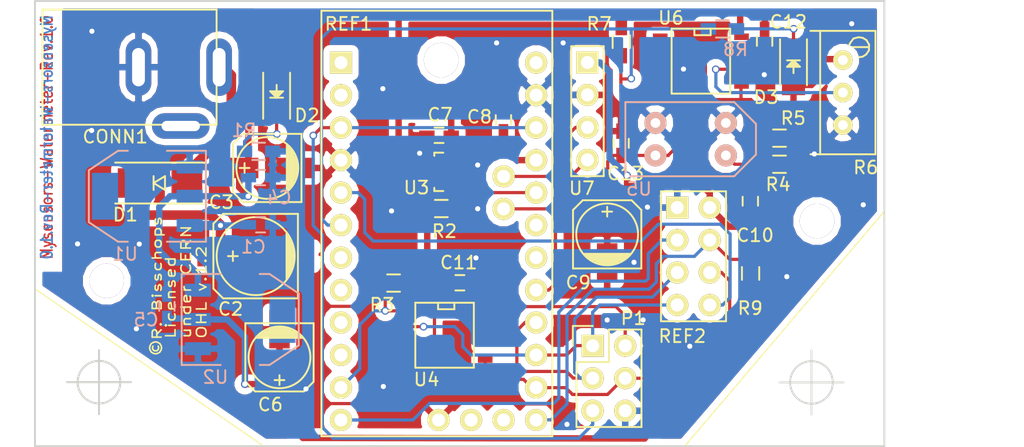
<source format=kicad_pcb>
(kicad_pcb (version 4) (host pcbnew 4.0.2-stable)

  (general
    (links 95)
    (no_connects 0)
    (area 20.472136 40.2913 101.006901 75.781601)
    (thickness 1.6)
    (drawings 14)
    (tracks 513)
    (zones 0)
    (modules 39)
    (nets 35)
  )

  (page A4)
  (title_block
    (title "Water meter")
    (date 2016-03-02)
    (rev 0.10)
    (company "MySensors Boards")
    (comment 1 "R. Bisschops")
  )

  (layers
    (0 F.Cu signal)
    (31 B.Cu signal)
    (32 B.Adhes user)
    (33 F.Adhes user)
    (34 B.Paste user)
    (35 F.Paste user)
    (36 B.SilkS user)
    (37 F.SilkS user)
    (38 B.Mask user)
    (39 F.Mask user)
    (40 Dwgs.User user)
    (41 Cmts.User user)
    (42 Eco1.User user)
    (43 Eco2.User user)
    (44 Edge.Cuts user)
    (45 Margin user)
    (46 B.CrtYd user)
    (47 F.CrtYd user hide)
    (48 B.Fab user)
    (49 F.Fab user)
  )

  (setup
    (last_trace_width 0.25)
    (user_trace_width 0.25)
    (user_trace_width 0.5)
    (user_trace_width 0.75)
    (trace_clearance 0.2)
    (zone_clearance 0.508)
    (zone_45_only no)
    (trace_min 0.2)
    (segment_width 0.15)
    (edge_width 0.15)
    (via_size 0.6)
    (via_drill 0.4)
    (via_min_size 0.4)
    (via_min_drill 0.3)
    (uvia_size 0.3)
    (uvia_drill 0.1)
    (uvias_allowed no)
    (uvia_min_size 0.2)
    (uvia_min_drill 0.1)
    (pcb_text_width 0.3)
    (pcb_text_size 1.5 1.5)
    (mod_edge_width 0.15)
    (mod_text_size 1 1)
    (mod_text_width 0.15)
    (pad_size 4.5 2)
    (pad_drill 3)
    (pad_to_mask_clearance 0.2)
    (aux_axis_origin 23.46 75.7)
    (grid_origin 23.46 75.7)
    (visible_elements 7FFEFF7F)
    (pcbplotparams
      (layerselection 0x010f0_80000001)
      (usegerberextensions true)
      (excludeedgelayer true)
      (linewidth 0.100000)
      (plotframeref false)
      (viasonmask false)
      (mode 1)
      (useauxorigin true)
      (hpglpennumber 1)
      (hpglpenspeed 20)
      (hpglpendiameter 15)
      (hpglpenoverlay 2)
      (psnegative false)
      (psa4output false)
      (plotreference true)
      (plotvalue true)
      (plotinvisibletext false)
      (padsonsilk true)
      (subtractmaskfromsilk false)
      (outputformat 1)
      (mirror false)
      (drillshape 0)
      (scaleselection 1)
      (outputdirectory ../../Nodes/Watermeter/Fabrication/))
  )

  (net 0 "")
  (net 1 GND)
  (net 2 "Net-(CONN1-Pad2)")
  (net 3 RESET)
  (net 4 MISO)
  (net 5 SCK)
  (net 6 MOSI)
  (net 7 SEC-SDA)
  (net 8 D3)
  (net 9 FLASH-CSN)
  (net 10 RAD_CSN)
  (net 11 RAD_IRQ)
  (net 12 RAD_CE)
  (net 13 "Net-(C1-Pad1)")
  (net 14 A0)
  (net 15 "Net-(D2-Pad1)")
  (net 16 "Net-(D3-Pad1)")
  (net 17 "Net-(R4-Pad2)")
  (net 18 "Net-(R6-Pad2)")
  (net 19 +3.3V)
  (net 20 VCC)
  (net 21 TMP_SCL)
  (net 22 TMP_SDA)
  (net 23 "Net-(REF1-Pad18)")
  (net 24 "Net-(REF1-Pad19)")
  (net 25 "Net-(REF1-Pad24)")
  (net 26 "Net-(REF1-Pad34)")
  (net 27 "Net-(REF1-Pad33)")
  (net 28 "Net-(REF1-Pad1)")
  (net 29 "Net-(REF1-Pad2)")
  (net 30 "Net-(REF1-Pad7)")
  (net 31 "Net-(REF1-Pad8)")
  (net 32 "Net-(REF1-Pad9)")
  (net 33 "Net-(REF1-Pad10)")
  (net 34 "Net-(U6-Pad1)")

  (net_class Default "Dit is de standaard class."
    (clearance 0.2)
    (trace_width 0.25)
    (via_dia 0.6)
    (via_drill 0.4)
    (uvia_dia 0.3)
    (uvia_drill 0.1)
    (add_net +3.3V)
    (add_net A0)
    (add_net D3)
    (add_net FLASH-CSN)
    (add_net GND)
    (add_net MISO)
    (add_net MOSI)
    (add_net "Net-(C1-Pad1)")
    (add_net "Net-(D2-Pad1)")
    (add_net "Net-(D3-Pad1)")
    (add_net "Net-(R4-Pad2)")
    (add_net "Net-(R6-Pad2)")
    (add_net "Net-(REF1-Pad1)")
    (add_net "Net-(REF1-Pad10)")
    (add_net "Net-(REF1-Pad18)")
    (add_net "Net-(REF1-Pad19)")
    (add_net "Net-(REF1-Pad2)")
    (add_net "Net-(REF1-Pad24)")
    (add_net "Net-(REF1-Pad33)")
    (add_net "Net-(REF1-Pad34)")
    (add_net "Net-(REF1-Pad7)")
    (add_net "Net-(REF1-Pad8)")
    (add_net "Net-(REF1-Pad9)")
    (add_net "Net-(U6-Pad1)")
    (add_net RAD_CE)
    (add_net RAD_CSN)
    (add_net RAD_IRQ)
    (add_net RESET)
    (add_net SCK)
    (add_net SEC-SDA)
    (add_net TMP_SCL)
    (add_net TMP_SDA)
    (add_net VCC)
  )

  (net_class Power ""
    (clearance 0.3)
    (trace_width 0.5)
    (via_dia 0.6)
    (via_drill 0.4)
    (uvia_dia 0.3)
    (uvia_drill 0.1)
    (add_net "Net-(CONN1-Pad2)")
  )

  (module MySensors:NRF24L01_STD (layer F.Cu) (tedit 56D1CF93) (tstamp 568CDD6E)
    (at 76.1619 57.0484 270)
    (descr "Through hole socket strip")
    (tags "socket strip")
    (path /560EBABF)
    (fp_text reference REF2 (at 10.0584 2.1463 360) (layer F.SilkS)
      (effects (font (size 1 1) (thickness 0.15)))
    )
    (fp_text value NRF24L01 (at 3.683 -3.429 270) (layer F.Fab)
      (effects (font (size 1 1) (thickness 0.15)))
    )
    (fp_line (start 13.33 4.03) (end 13.33 -24.47) (layer F.CrtYd) (width 0.15))
    (fp_line (start 13.33 -24.47) (end -1.91 -24.46) (layer F.CrtYd) (width 0.15))
    (fp_line (start -1.91 -24.46) (end -1.91 4.03) (layer F.CrtYd) (width 0.15))
    (fp_line (start -1.91 4.03) (end 13.33 4.03) (layer F.CrtYd) (width 0.15))
    (fp_line (start 1.27 -1.27) (end 8.89 -1.27) (layer F.SilkS) (width 0.15))
    (fp_line (start 8.89 -1.27) (end 8.89 3.81) (layer F.SilkS) (width 0.15))
    (fp_line (start 8.89 3.81) (end -1.27 3.81) (layer F.SilkS) (width 0.15))
    (fp_line (start -1.27 3.81) (end -1.27 1.27) (layer F.SilkS) (width 0.15))
    (fp_line (start -1.27 -1.27) (end 1.27 -1.27) (layer F.SilkS) (width 0.15))
    (fp_line (start -1.27 1.27) (end -1.27 -1.27) (layer F.SilkS) (width 0.15))
    (pad 2 thru_hole circle (at 0 0 270) (size 1.7272 1.7272) (drill 1.016) (layers *.Cu *.Mask F.SilkS)
      (net 19 +3.3V))
    (pad 1 thru_hole rect (at 0 2.54 270) (size 1.7272 1.7272) (drill 1.016) (layers *.Cu *.Mask F.SilkS)
      (net 1 GND))
    (pad 4 thru_hole oval (at 2.54 0 270) (size 1.7272 1.7272) (drill 1.016) (layers *.Cu *.Mask F.SilkS)
      (net 10 RAD_CSN))
    (pad 3 thru_hole oval (at 2.54 2.54 270) (size 1.7272 1.7272) (drill 1.016) (layers *.Cu *.Mask F.SilkS)
      (net 12 RAD_CE))
    (pad 6 thru_hole oval (at 5.08 0 270) (size 1.7272 1.7272) (drill 1.016) (layers *.Cu *.Mask F.SilkS)
      (net 6 MOSI))
    (pad 5 thru_hole oval (at 5.08 2.54 270) (size 1.7272 1.7272) (drill 1.016) (layers *.Cu *.Mask F.SilkS)
      (net 5 SCK))
    (pad 8 thru_hole oval (at 7.62 0 270) (size 1.7272 1.7272) (drill 1.016) (layers *.Cu *.Mask F.SilkS)
      (net 11 RAD_IRQ))
    (pad 7 thru_hole oval (at 7.62 2.54 270) (size 1.7272 1.7272) (drill 1.016) (layers *.Cu *.Mask F.SilkS)
      (net 4 MISO))
    (model Socket_Strips.3dshapes/Socket_Strip_Straight_2x04.wrl
      (at (xyz 0.15 -0.05 0))
      (scale (xyz 1 1 1))
      (rotate (xyz 0 0 180))
    )
  )

  (module Capacitors_SMD:C_0603_HandSoldering (layer B.Cu) (tedit 56CDFBC1) (tstamp 568CDB6E)
    (at 41.07436 58.39216)
    (descr "Capacitor SMD 0603, hand soldering")
    (tags "capacitor 0603")
    (path /56116990)
    (attr smd)
    (fp_text reference C1 (at -0.56 1.73) (layer B.SilkS)
      (effects (font (size 1 1) (thickness 0.15)) (justify mirror))
    )
    (fp_text value 100nF (at 0 -1.9) (layer B.Fab)
      (effects (font (size 1 1) (thickness 0.15)) (justify mirror))
    )
    (fp_line (start -1.85 0.75) (end 1.85 0.75) (layer B.CrtYd) (width 0.05))
    (fp_line (start -1.85 -0.75) (end 1.85 -0.75) (layer B.CrtYd) (width 0.05))
    (fp_line (start -1.85 0.75) (end -1.85 -0.75) (layer B.CrtYd) (width 0.05))
    (fp_line (start 1.85 0.75) (end 1.85 -0.75) (layer B.CrtYd) (width 0.05))
    (fp_line (start -0.35 0.6) (end 0.35 0.6) (layer B.SilkS) (width 0.15))
    (fp_line (start 0.35 -0.6) (end -0.35 -0.6) (layer B.SilkS) (width 0.15))
    (pad 1 smd rect (at -0.95 0) (size 1.2 0.75) (layers B.Cu B.Paste B.Mask)
      (net 13 "Net-(C1-Pad1)"))
    (pad 2 smd rect (at 0.95 0) (size 1.2 0.75) (layers B.Cu B.Paste B.Mask)
      (net 1 GND))
    (model Capacitors_SMD.3dshapes/C_0603_HandSoldering.wrl
      (at (xyz 0 0 0))
      (scale (xyz 1 1 1))
      (rotate (xyz 0 0 0))
    )
  )

  (module Capacitors_SMD:C_0603_HandSoldering (layer B.Cu) (tedit 56F90A8C) (tstamp 568CDBC8)
    (at 41.07436 54.70216)
    (descr "Capacitor SMD 0603, hand soldering")
    (tags "capacitor 0603")
    (path /5611AF9D)
    (attr smd)
    (fp_text reference C4 (at 1.44564 1.56784) (layer B.SilkS)
      (effects (font (size 1 1) (thickness 0.15)) (justify mirror))
    )
    (fp_text value 100nF (at 0 -1.9) (layer B.Fab)
      (effects (font (size 1 1) (thickness 0.15)) (justify mirror))
    )
    (fp_line (start -1.85 0.75) (end 1.85 0.75) (layer B.CrtYd) (width 0.05))
    (fp_line (start -1.85 -0.75) (end 1.85 -0.75) (layer B.CrtYd) (width 0.05))
    (fp_line (start -1.85 0.75) (end -1.85 -0.75) (layer B.CrtYd) (width 0.05))
    (fp_line (start 1.85 0.75) (end 1.85 -0.75) (layer B.CrtYd) (width 0.05))
    (fp_line (start -0.35 0.6) (end 0.35 0.6) (layer B.SilkS) (width 0.15))
    (fp_line (start 0.35 -0.6) (end -0.35 -0.6) (layer B.SilkS) (width 0.15))
    (pad 1 smd rect (at -0.95 0) (size 1.2 0.75) (layers B.Cu B.Paste B.Mask)
      (net 20 VCC))
    (pad 2 smd rect (at 0.95 0) (size 1.2 0.75) (layers B.Cu B.Paste B.Mask)
      (net 1 GND))
    (model Capacitors_SMD.3dshapes/C_0603_HandSoldering.wrl
      (at (xyz 0 0 0))
      (scale (xyz 1 1 1))
      (rotate (xyz 0 0 0))
    )
  )

  (module Capacitors_SMD:C_0603_HandSoldering (layer B.Cu) (tedit 56CDFBB5) (tstamp 568CDBD4)
    (at 33.7566 64.77 90)
    (descr "Capacitor SMD 0603, hand soldering")
    (tags "capacitor 0603")
    (path /5611AF0C)
    (attr smd)
    (fp_text reference C5 (at -1.05216 -1.62224 360) (layer B.SilkS)
      (effects (font (size 1 1) (thickness 0.15)) (justify mirror))
    )
    (fp_text value 100nF (at 0 -1.9 90) (layer B.Fab)
      (effects (font (size 1 1) (thickness 0.15)) (justify mirror))
    )
    (fp_line (start -1.85 0.75) (end 1.85 0.75) (layer B.CrtYd) (width 0.05))
    (fp_line (start -1.85 -0.75) (end 1.85 -0.75) (layer B.CrtYd) (width 0.05))
    (fp_line (start -1.85 0.75) (end -1.85 -0.75) (layer B.CrtYd) (width 0.05))
    (fp_line (start 1.85 0.75) (end 1.85 -0.75) (layer B.CrtYd) (width 0.05))
    (fp_line (start -0.35 0.6) (end 0.35 0.6) (layer B.SilkS) (width 0.15))
    (fp_line (start 0.35 -0.6) (end -0.35 -0.6) (layer B.SilkS) (width 0.15))
    (pad 1 smd rect (at -0.95 0 90) (size 1.2 0.75) (layers B.Cu B.Paste B.Mask)
      (net 19 +3.3V))
    (pad 2 smd rect (at 0.95 0 90) (size 1.2 0.75) (layers B.Cu B.Paste B.Mask)
      (net 1 GND))
    (model Capacitors_SMD.3dshapes/C_0603_HandSoldering.wrl
      (at (xyz 0 0 0))
      (scale (xyz 1 1 1))
      (rotate (xyz 0 0 0))
    )
  )

  (module Capacitors_SMD:C_0603_HandSoldering (layer F.Cu) (tedit 56CDFA03) (tstamp 568CDC07)
    (at 55.0164 51.3969 180)
    (descr "Capacitor SMD 0603, hand soldering")
    (tags "capacitor 0603")
    (path /566D105E)
    (attr smd)
    (fp_text reference C7 (at -0.07796 1.60474 180) (layer F.SilkS)
      (effects (font (size 1 1) (thickness 0.15)))
    )
    (fp_text value 100nF (at 0 1.9 180) (layer F.Fab)
      (effects (font (size 1 1) (thickness 0.15)))
    )
    (fp_line (start -1.85 -0.75) (end 1.85 -0.75) (layer F.CrtYd) (width 0.05))
    (fp_line (start -1.85 0.75) (end 1.85 0.75) (layer F.CrtYd) (width 0.05))
    (fp_line (start -1.85 -0.75) (end -1.85 0.75) (layer F.CrtYd) (width 0.05))
    (fp_line (start 1.85 -0.75) (end 1.85 0.75) (layer F.CrtYd) (width 0.05))
    (fp_line (start -0.35 -0.6) (end 0.35 -0.6) (layer F.SilkS) (width 0.15))
    (fp_line (start 0.35 0.6) (end -0.35 0.6) (layer F.SilkS) (width 0.15))
    (pad 1 smd rect (at -0.95 0 180) (size 1.2 0.75) (layers F.Cu F.Paste F.Mask)
      (net 20 VCC))
    (pad 2 smd rect (at 0.95 0 180) (size 1.2 0.75) (layers F.Cu F.Paste F.Mask)
      (net 1 GND))
    (model Capacitors_SMD.3dshapes/C_0603_HandSoldering.wrl
      (at (xyz 0 0 0))
      (scale (xyz 1 1 1))
      (rotate (xyz 0 0 0))
    )
  )

  (module Capacitors_SMD:C_0603_HandSoldering (layer F.Cu) (tedit 56CDFA07) (tstamp 568CDC13)
    (at 60.0456 50.17008 90)
    (descr "Capacitor SMD 0603, hand soldering")
    (tags "capacitor 0603")
    (path /566D8483)
    (attr smd)
    (fp_text reference C8 (at 0.21792 -1.87124 180) (layer F.SilkS)
      (effects (font (size 1 1) (thickness 0.15)))
    )
    (fp_text value 100nF (at 0 1.9 90) (layer F.Fab)
      (effects (font (size 1 1) (thickness 0.15)))
    )
    (fp_line (start -1.85 -0.75) (end 1.85 -0.75) (layer F.CrtYd) (width 0.05))
    (fp_line (start -1.85 0.75) (end 1.85 0.75) (layer F.CrtYd) (width 0.05))
    (fp_line (start -1.85 -0.75) (end -1.85 0.75) (layer F.CrtYd) (width 0.05))
    (fp_line (start 1.85 -0.75) (end 1.85 0.75) (layer F.CrtYd) (width 0.05))
    (fp_line (start -0.35 -0.6) (end 0.35 -0.6) (layer F.SilkS) (width 0.15))
    (fp_line (start 0.35 0.6) (end -0.35 0.6) (layer F.SilkS) (width 0.15))
    (pad 1 smd rect (at -0.95 0 90) (size 1.2 0.75) (layers F.Cu F.Paste F.Mask)
      (net 20 VCC))
    (pad 2 smd rect (at 0.95 0 90) (size 1.2 0.75) (layers F.Cu F.Paste F.Mask)
      (net 1 GND))
    (model Capacitors_SMD.3dshapes/C_0603_HandSoldering.wrl
      (at (xyz 0 0 0))
      (scale (xyz 1 1 1))
      (rotate (xyz 0 0 0))
    )
  )

  (module Capacitors_SMD:C_0603_HandSoldering (layer F.Cu) (tedit 569A6D23) (tstamp 568CDC46)
    (at 79.33 56.55 90)
    (descr "Capacitor SMD 0603, hand soldering")
    (tags "capacitor 0603")
    (path /566D8CB1)
    (attr smd)
    (fp_text reference C10 (at -2.667 0.381 180) (layer F.SilkS)
      (effects (font (size 1 1) (thickness 0.15)))
    )
    (fp_text value 100nF (at 0 1.9 90) (layer F.Fab)
      (effects (font (size 1 1) (thickness 0.15)))
    )
    (fp_line (start -1.85 -0.75) (end 1.85 -0.75) (layer F.CrtYd) (width 0.05))
    (fp_line (start -1.85 0.75) (end 1.85 0.75) (layer F.CrtYd) (width 0.05))
    (fp_line (start -1.85 -0.75) (end -1.85 0.75) (layer F.CrtYd) (width 0.05))
    (fp_line (start 1.85 -0.75) (end 1.85 0.75) (layer F.CrtYd) (width 0.05))
    (fp_line (start -0.35 -0.6) (end 0.35 -0.6) (layer F.SilkS) (width 0.15))
    (fp_line (start 0.35 0.6) (end -0.35 0.6) (layer F.SilkS) (width 0.15))
    (pad 1 smd rect (at -0.95 0 90) (size 1.2 0.75) (layers F.Cu F.Paste F.Mask)
      (net 19 +3.3V))
    (pad 2 smd rect (at 0.95 0 90) (size 1.2 0.75) (layers F.Cu F.Paste F.Mask)
      (net 1 GND))
    (model Capacitors_SMD.3dshapes/C_0603_HandSoldering.wrl
      (at (xyz 0 0 0))
      (scale (xyz 1 1 1))
      (rotate (xyz 0 0 0))
    )
  )

  (module Capacitors_SMD:C_0603_HandSoldering (layer F.Cu) (tedit 56CDF9F3) (tstamp 568CDC52)
    (at 56.642 62.9285 180)
    (descr "Capacitor SMD 0603, hand soldering")
    (tags "capacitor 0603")
    (path /56707DA3)
    (attr smd)
    (fp_text reference C11 (at 0.08764 1.57634 360) (layer F.SilkS)
      (effects (font (size 1 1) (thickness 0.15)))
    )
    (fp_text value 100nF (at 0 1.9 180) (layer F.Fab)
      (effects (font (size 1 1) (thickness 0.15)))
    )
    (fp_line (start -1.85 -0.75) (end 1.85 -0.75) (layer F.CrtYd) (width 0.05))
    (fp_line (start -1.85 0.75) (end 1.85 0.75) (layer F.CrtYd) (width 0.05))
    (fp_line (start -1.85 -0.75) (end -1.85 0.75) (layer F.CrtYd) (width 0.05))
    (fp_line (start 1.85 -0.75) (end 1.85 0.75) (layer F.CrtYd) (width 0.05))
    (fp_line (start -0.35 -0.6) (end 0.35 -0.6) (layer F.SilkS) (width 0.15))
    (fp_line (start 0.35 0.6) (end -0.35 0.6) (layer F.SilkS) (width 0.15))
    (pad 1 smd rect (at -0.95 0 180) (size 1.2 0.75) (layers F.Cu F.Paste F.Mask)
      (net 20 VCC))
    (pad 2 smd rect (at 0.95 0 180) (size 1.2 0.75) (layers F.Cu F.Paste F.Mask)
      (net 1 GND))
    (model Capacitors_SMD.3dshapes/C_0603_HandSoldering.wrl
      (at (xyz 0 0 0))
      (scale (xyz 1 1 1))
      (rotate (xyz 0 0 0))
    )
  )

  (module Capacitors_SMD:C_0603_HandSoldering (layer F.Cu) (tedit 56F90979) (tstamp 568CDC5E)
    (at 80.44436 44.05216 270)
    (descr "Capacitor SMD 0603, hand soldering")
    (tags "capacitor 0603")
    (path /566FD39D)
    (attr smd)
    (fp_text reference C12 (at -1.52216 -1.85564 360) (layer F.SilkS)
      (effects (font (size 1 1) (thickness 0.15)))
    )
    (fp_text value 100nF (at 0 1.9 270) (layer F.Fab)
      (effects (font (size 1 1) (thickness 0.15)))
    )
    (fp_line (start -1.85 -0.75) (end 1.85 -0.75) (layer F.CrtYd) (width 0.05))
    (fp_line (start -1.85 0.75) (end 1.85 0.75) (layer F.CrtYd) (width 0.05))
    (fp_line (start -1.85 -0.75) (end -1.85 0.75) (layer F.CrtYd) (width 0.05))
    (fp_line (start 1.85 -0.75) (end 1.85 0.75) (layer F.CrtYd) (width 0.05))
    (fp_line (start -0.35 -0.6) (end 0.35 -0.6) (layer F.SilkS) (width 0.15))
    (fp_line (start 0.35 0.6) (end -0.35 0.6) (layer F.SilkS) (width 0.15))
    (pad 1 smd rect (at -0.95 0 270) (size 1.2 0.75) (layers F.Cu F.Paste F.Mask)
      (net 20 VCC))
    (pad 2 smd rect (at 0.95 0 270) (size 1.2 0.75) (layers F.Cu F.Paste F.Mask)
      (net 1 GND))
    (model Capacitors_SMD.3dshapes/C_0603_HandSoldering.wrl
      (at (xyz 0 0 0))
      (scale (xyz 1 1 1))
      (rotate (xyz 0 0 0))
    )
  )

  (module Capacitors_SMD:C_0603_HandSoldering (layer F.Cu) (tedit 56F9099C) (tstamp 568CDC6A)
    (at 69.23436 52.02216 90)
    (descr "Capacitor SMD 0603, hand soldering")
    (tags "capacitor 0603")
    (path /566C4816)
    (attr smd)
    (fp_text reference C13 (at -2.36784 0.35564 180) (layer F.SilkS)
      (effects (font (size 1 1) (thickness 0.15)))
    )
    (fp_text value 100nF (at 0 1.9 90) (layer F.Fab)
      (effects (font (size 1 1) (thickness 0.15)))
    )
    (fp_line (start -1.85 -0.75) (end 1.85 -0.75) (layer F.CrtYd) (width 0.05))
    (fp_line (start -1.85 0.75) (end 1.85 0.75) (layer F.CrtYd) (width 0.05))
    (fp_line (start -1.85 -0.75) (end -1.85 0.75) (layer F.CrtYd) (width 0.05))
    (fp_line (start 1.85 -0.75) (end 1.85 0.75) (layer F.CrtYd) (width 0.05))
    (fp_line (start -0.35 -0.6) (end 0.35 -0.6) (layer F.SilkS) (width 0.15))
    (fp_line (start 0.35 0.6) (end -0.35 0.6) (layer F.SilkS) (width 0.15))
    (pad 1 smd rect (at -0.95 0 90) (size 1.2 0.75) (layers F.Cu F.Paste F.Mask)
      (net 14 A0))
    (pad 2 smd rect (at 0.95 0 90) (size 1.2 0.75) (layers F.Cu F.Paste F.Mask)
      (net 1 GND))
    (model Capacitors_SMD.3dshapes/C_0603_HandSoldering.wrl
      (at (xyz 0 0 0))
      (scale (xyz 1 1 1))
      (rotate (xyz 0 0 0))
    )
  )

  (module Pin_Headers:Pin_Header_Straight_2x03 (layer F.Cu) (tedit 56D1CF97) (tstamp 568CDCCB)
    (at 67.0179 67.8561)
    (descr "Through hole pin header")
    (tags "pin header")
    (path /566EFDD7)
    (fp_text reference P1 (at 3.16646 -2.14394) (layer F.SilkS)
      (effects (font (size 1 1) (thickness 0.15)))
    )
    (fp_text value CONN_02X03 (at 0 -3.1) (layer F.Fab)
      (effects (font (size 1 1) (thickness 0.15)))
    )
    (fp_line (start -1.27 1.27) (end -1.27 6.35) (layer F.SilkS) (width 0.15))
    (fp_line (start -1.55 -1.55) (end 0 -1.55) (layer F.SilkS) (width 0.15))
    (fp_line (start -1.75 -1.75) (end -1.75 6.85) (layer F.CrtYd) (width 0.05))
    (fp_line (start 4.3 -1.75) (end 4.3 6.85) (layer F.CrtYd) (width 0.05))
    (fp_line (start -1.75 -1.75) (end 4.3 -1.75) (layer F.CrtYd) (width 0.05))
    (fp_line (start -1.75 6.85) (end 4.3 6.85) (layer F.CrtYd) (width 0.05))
    (fp_line (start 1.27 -1.27) (end 1.27 1.27) (layer F.SilkS) (width 0.15))
    (fp_line (start 1.27 1.27) (end -1.27 1.27) (layer F.SilkS) (width 0.15))
    (fp_line (start -1.27 6.35) (end 3.81 6.35) (layer F.SilkS) (width 0.15))
    (fp_line (start 3.81 6.35) (end 3.81 1.27) (layer F.SilkS) (width 0.15))
    (fp_line (start -1.55 -1.55) (end -1.55 0) (layer F.SilkS) (width 0.15))
    (fp_line (start 3.81 -1.27) (end 1.27 -1.27) (layer F.SilkS) (width 0.15))
    (fp_line (start 3.81 1.27) (end 3.81 -1.27) (layer F.SilkS) (width 0.15))
    (pad 1 thru_hole rect (at 0 0) (size 1.7272 1.7272) (drill 1.016) (layers *.Cu *.Mask F.SilkS)
      (net 4 MISO))
    (pad 2 thru_hole oval (at 2.54 0) (size 1.7272 1.7272) (drill 1.016) (layers *.Cu *.Mask F.SilkS)
      (net 20 VCC))
    (pad 3 thru_hole oval (at 0 2.54) (size 1.7272 1.7272) (drill 1.016) (layers *.Cu *.Mask F.SilkS)
      (net 5 SCK))
    (pad 4 thru_hole oval (at 2.54 2.54) (size 1.7272 1.7272) (drill 1.016) (layers *.Cu *.Mask F.SilkS)
      (net 6 MOSI))
    (pad 5 thru_hole oval (at 0 5.08) (size 1.7272 1.7272) (drill 1.016) (layers *.Cu *.Mask F.SilkS)
      (net 3 RESET))
    (pad 6 thru_hole oval (at 2.54 5.08) (size 1.7272 1.7272) (drill 1.016) (layers *.Cu *.Mask F.SilkS)
      (net 1 GND))
    (model Pin_Headers.3dshapes/Pin_Header_Straight_2x03.wrl
      (at (xyz 0.05 -0.1 0))
      (scale (xyz 1 1 1))
      (rotate (xyz 0 0 90))
    )
  )

  (module Resistors_SMD:R_0603_HandSoldering (layer B.Cu) (tedit 569A6F00) (tstamp 568CDCD7)
    (at 40.92436 52.65216)
    (descr "Resistor SMD 0603, hand soldering")
    (tags "resistor 0603")
    (path /5611B051)
    (attr smd)
    (fp_text reference R1 (at -1.143 -1.6383) (layer B.SilkS)
      (effects (font (size 1 1) (thickness 0.15)) (justify mirror))
    )
    (fp_text value 1K (at 0 -1.9) (layer B.Fab)
      (effects (font (size 1 1) (thickness 0.15)) (justify mirror))
    )
    (fp_line (start -2 0.8) (end 2 0.8) (layer B.CrtYd) (width 0.05))
    (fp_line (start -2 -0.8) (end 2 -0.8) (layer B.CrtYd) (width 0.05))
    (fp_line (start -2 0.8) (end -2 -0.8) (layer B.CrtYd) (width 0.05))
    (fp_line (start 2 0.8) (end 2 -0.8) (layer B.CrtYd) (width 0.05))
    (fp_line (start 0.5 -0.675) (end -0.5 -0.675) (layer B.SilkS) (width 0.15))
    (fp_line (start -0.5 0.675) (end 0.5 0.675) (layer B.SilkS) (width 0.15))
    (pad 1 smd rect (at -1.1 0) (size 1.2 0.9) (layers B.Cu B.Paste B.Mask)
      (net 15 "Net-(D2-Pad1)"))
    (pad 2 smd rect (at 1.1 0) (size 1.2 0.9) (layers B.Cu B.Paste B.Mask)
      (net 1 GND))
    (model Resistors_SMD.3dshapes/R_0603_HandSoldering.wrl
      (at (xyz 0 0 0))
      (scale (xyz 1 1 1))
      (rotate (xyz 0 0 0))
    )
  )

  (module Resistors_SMD:R_0603_HandSoldering (layer F.Cu) (tedit 56CDF9F8) (tstamp 568CDCE3)
    (at 55.1942 57.1246)
    (descr "Resistor SMD 0603, hand soldering")
    (tags "resistor 0603")
    (path /566DECC5)
    (attr smd)
    (fp_text reference R2 (at 0.24016 1.77756) (layer F.SilkS)
      (effects (font (size 1 1) (thickness 0.15)))
    )
    (fp_text value 56K (at 0 1.9) (layer F.Fab)
      (effects (font (size 1 1) (thickness 0.15)))
    )
    (fp_line (start -2 -0.8) (end 2 -0.8) (layer F.CrtYd) (width 0.05))
    (fp_line (start -2 0.8) (end 2 0.8) (layer F.CrtYd) (width 0.05))
    (fp_line (start -2 -0.8) (end -2 0.8) (layer F.CrtYd) (width 0.05))
    (fp_line (start 2 -0.8) (end 2 0.8) (layer F.CrtYd) (width 0.05))
    (fp_line (start 0.5 0.675) (end -0.5 0.675) (layer F.SilkS) (width 0.15))
    (fp_line (start -0.5 -0.675) (end 0.5 -0.675) (layer F.SilkS) (width 0.15))
    (pad 1 smd rect (at -1.1 0) (size 1.2 0.9) (layers F.Cu F.Paste F.Mask)
      (net 20 VCC))
    (pad 2 smd rect (at 1.1 0) (size 1.2 0.9) (layers F.Cu F.Paste F.Mask)
      (net 7 SEC-SDA))
    (model Resistors_SMD.3dshapes/R_0603_HandSoldering.wrl
      (at (xyz 0 0 0))
      (scale (xyz 1 1 1))
      (rotate (xyz 0 0 0))
    )
  )

  (module Resistors_SMD:R_0603_HandSoldering (layer F.Cu) (tedit 56CDF9EA) (tstamp 568CDCEF)
    (at 51.46436 62.95216 180)
    (descr "Resistor SMD 0603, hand soldering")
    (tags "resistor 0603")
    (path /560EE3C2)
    (attr smd)
    (fp_text reference R3 (at 0.89 -1.7 360) (layer F.SilkS)
      (effects (font (size 1 1) (thickness 0.15)))
    )
    (fp_text value 56K (at 0 1.9 180) (layer F.Fab)
      (effects (font (size 1 1) (thickness 0.15)))
    )
    (fp_line (start -2 -0.8) (end 2 -0.8) (layer F.CrtYd) (width 0.05))
    (fp_line (start -2 0.8) (end 2 0.8) (layer F.CrtYd) (width 0.05))
    (fp_line (start -2 -0.8) (end -2 0.8) (layer F.CrtYd) (width 0.05))
    (fp_line (start 2 -0.8) (end 2 0.8) (layer F.CrtYd) (width 0.05))
    (fp_line (start 0.5 0.675) (end -0.5 0.675) (layer F.SilkS) (width 0.15))
    (fp_line (start -0.5 -0.675) (end 0.5 -0.675) (layer F.SilkS) (width 0.15))
    (pad 1 smd rect (at -1.1 0 180) (size 1.2 0.9) (layers F.Cu F.Paste F.Mask)
      (net 20 VCC))
    (pad 2 smd rect (at 1.1 0 180) (size 1.2 0.9) (layers F.Cu F.Paste F.Mask)
      (net 9 FLASH-CSN))
    (model Resistors_SMD.3dshapes/R_0603_HandSoldering.wrl
      (at (xyz 0 0 0))
      (scale (xyz 1 1 1))
      (rotate (xyz 0 0 0))
    )
  )

  (module Resistors_SMD:R_0603_HandSoldering (layer F.Cu) (tedit 56F90961) (tstamp 568CDCFB)
    (at 81.61 53.66 180)
    (descr "Resistor SMD 0603, hand soldering")
    (tags "resistor 0603")
    (path /566B9CF8)
    (attr smd)
    (fp_text reference R4 (at 0.11 -1.58 360) (layer F.SilkS)
      (effects (font (size 1 1) (thickness 0.15)))
    )
    (fp_text value 180 (at 0 1.9 180) (layer F.Fab)
      (effects (font (size 1 1) (thickness 0.15)))
    )
    (fp_line (start -2 -0.8) (end 2 -0.8) (layer F.CrtYd) (width 0.05))
    (fp_line (start -2 0.8) (end 2 0.8) (layer F.CrtYd) (width 0.05))
    (fp_line (start -2 -0.8) (end -2 0.8) (layer F.CrtYd) (width 0.05))
    (fp_line (start 2 -0.8) (end 2 0.8) (layer F.CrtYd) (width 0.05))
    (fp_line (start 0.5 0.675) (end -0.5 0.675) (layer F.SilkS) (width 0.15))
    (fp_line (start -0.5 -0.675) (end 0.5 -0.675) (layer F.SilkS) (width 0.15))
    (pad 1 smd rect (at -1.1 0 180) (size 1.2 0.9) (layers F.Cu F.Paste F.Mask)
      (net 20 VCC))
    (pad 2 smd rect (at 1.1 0 180) (size 1.2 0.9) (layers F.Cu F.Paste F.Mask)
      (net 17 "Net-(R4-Pad2)"))
    (model Resistors_SMD.3dshapes/R_0603_HandSoldering.wrl
      (at (xyz 0 0 0))
      (scale (xyz 1 1 1))
      (rotate (xyz 0 0 0))
    )
  )

  (module Resistors_SMD:R_0603_HandSoldering (layer F.Cu) (tedit 56F90A54) (tstamp 568CDD07)
    (at 81.61 51.62 180)
    (descr "Resistor SMD 0603, hand soldering")
    (tags "resistor 0603")
    (path /566B9C99)
    (attr smd)
    (fp_text reference R5 (at -1.07 1.56 360) (layer F.SilkS)
      (effects (font (size 1 1) (thickness 0.15)))
    )
    (fp_text value 10K (at 0 1.9 180) (layer F.Fab)
      (effects (font (size 1 1) (thickness 0.15)))
    )
    (fp_line (start -2 -0.8) (end 2 -0.8) (layer F.CrtYd) (width 0.05))
    (fp_line (start -2 0.8) (end 2 0.8) (layer F.CrtYd) (width 0.05))
    (fp_line (start -2 -0.8) (end -2 0.8) (layer F.CrtYd) (width 0.05))
    (fp_line (start 2 -0.8) (end 2 0.8) (layer F.CrtYd) (width 0.05))
    (fp_line (start 0.5 0.675) (end -0.5 0.675) (layer F.SilkS) (width 0.15))
    (fp_line (start -0.5 -0.675) (end 0.5 -0.675) (layer F.SilkS) (width 0.15))
    (pad 1 smd rect (at -1.1 0 180) (size 1.2 0.9) (layers F.Cu F.Paste F.Mask)
      (net 20 VCC))
    (pad 2 smd rect (at 1.1 0 180) (size 1.2 0.9) (layers F.Cu F.Paste F.Mask)
      (net 14 A0))
    (model Resistors_SMD.3dshapes/R_0603_HandSoldering.wrl
      (at (xyz 0 0 0))
      (scale (xyz 1 1 1))
      (rotate (xyz 0 0 0))
    )
  )

  (module Resistors_SMD:R_0603_HandSoldering (layer F.Cu) (tedit 56F9098C) (tstamp 568CDD21)
    (at 69.25056 44.07408 270)
    (descr "Resistor SMD 0603, hand soldering")
    (tags "resistor 0603")
    (path /566B9420)
    (attr smd)
    (fp_text reference R7 (at -1.38408 1.73056 540) (layer F.SilkS)
      (effects (font (size 1 1) (thickness 0.15)))
    )
    (fp_text value 10K (at 0 1.9 270) (layer F.Fab)
      (effects (font (size 1 1) (thickness 0.15)))
    )
    (fp_line (start -2 -0.8) (end 2 -0.8) (layer F.CrtYd) (width 0.05))
    (fp_line (start -2 0.8) (end 2 0.8) (layer F.CrtYd) (width 0.05))
    (fp_line (start -2 -0.8) (end -2 0.8) (layer F.CrtYd) (width 0.05))
    (fp_line (start 2 -0.8) (end 2 0.8) (layer F.CrtYd) (width 0.05))
    (fp_line (start 0.5 0.675) (end -0.5 0.675) (layer F.SilkS) (width 0.15))
    (fp_line (start -0.5 -0.675) (end 0.5 -0.675) (layer F.SilkS) (width 0.15))
    (pad 1 smd rect (at -1.1 0 270) (size 1.2 0.9) (layers F.Cu F.Paste F.Mask)
      (net 20 VCC))
    (pad 2 smd rect (at 1.1 0 270) (size 1.2 0.9) (layers F.Cu F.Paste F.Mask)
      (net 8 D3))
    (model Resistors_SMD.3dshapes/R_0603_HandSoldering.wrl
      (at (xyz 0 0 0))
      (scale (xyz 1 1 1))
      (rotate (xyz 0 0 0))
    )
  )

  (module Resistors_SMD:R_0603_HandSoldering (layer B.Cu) (tedit 569B9D6F) (tstamp 568CDD2D)
    (at 77.1525 43.0784 180)
    (descr "Resistor SMD 0603, hand soldering")
    (tags "resistor 0603")
    (path /566BB774)
    (attr smd)
    (fp_text reference R8 (at -1.01854 -1.60528 180) (layer B.SilkS)
      (effects (font (size 1 1) (thickness 0.15)) (justify mirror))
    )
    (fp_text value 1K (at 0 -1.9 180) (layer B.Fab)
      (effects (font (size 1 1) (thickness 0.15)) (justify mirror))
    )
    (fp_line (start -2 0.8) (end 2 0.8) (layer B.CrtYd) (width 0.05))
    (fp_line (start -2 -0.8) (end 2 -0.8) (layer B.CrtYd) (width 0.05))
    (fp_line (start -2 0.8) (end -2 -0.8) (layer B.CrtYd) (width 0.05))
    (fp_line (start 2 0.8) (end 2 -0.8) (layer B.CrtYd) (width 0.05))
    (fp_line (start 0.5 -0.675) (end -0.5 -0.675) (layer B.SilkS) (width 0.15))
    (fp_line (start -0.5 0.675) (end 0.5 0.675) (layer B.SilkS) (width 0.15))
    (pad 1 smd rect (at -1.1 0 180) (size 1.2 0.9) (layers B.Cu B.Paste B.Mask)
      (net 16 "Net-(D3-Pad1)"))
    (pad 2 smd rect (at 1.1 0 180) (size 1.2 0.9) (layers B.Cu B.Paste B.Mask)
      (net 8 D3))
    (model Resistors_SMD.3dshapes/R_0603_HandSoldering.wrl
      (at (xyz 0 0 0))
      (scale (xyz 1 1 1))
      (rotate (xyz 0 0 0))
    )
  )

  (module TO_SOT_Packages_SMD:SOT-223 (layer B.Cu) (tedit 569A6EFC) (tstamp 568CDD7E)
    (at 32.23436 56.16216 270)
    (descr "module CMS SOT223 4 pins")
    (tags "CMS SOT")
    (path /568D26B3)
    (attr smd)
    (fp_text reference U1 (at 4.5212 1.7399 540) (layer B.SilkS)
      (effects (font (size 1 1) (thickness 0.15)) (justify mirror))
    )
    (fp_text value AP1117D50 (at 0 -0.762 270) (layer B.Fab)
      (effects (font (size 1 1) (thickness 0.15)) (justify mirror))
    )
    (fp_line (start -3.556 -1.524) (end -3.556 -4.572) (layer B.SilkS) (width 0.15))
    (fp_line (start -3.556 -4.572) (end 3.556 -4.572) (layer B.SilkS) (width 0.15))
    (fp_line (start 3.556 -4.572) (end 3.556 -1.524) (layer B.SilkS) (width 0.15))
    (fp_line (start -3.556 1.524) (end -3.556 2.286) (layer B.SilkS) (width 0.15))
    (fp_line (start -3.556 2.286) (end -2.032 4.572) (layer B.SilkS) (width 0.15))
    (fp_line (start -2.032 4.572) (end 2.032 4.572) (layer B.SilkS) (width 0.15))
    (fp_line (start 2.032 4.572) (end 3.556 2.286) (layer B.SilkS) (width 0.15))
    (fp_line (start 3.556 2.286) (end 3.556 1.524) (layer B.SilkS) (width 0.15))
    (pad 4 smd rect (at 0 3.302 270) (size 3.6576 2.032) (layers B.Cu B.Paste B.Mask))
    (pad 2 smd rect (at 0 -3.302 270) (size 1.016 2.032) (layers B.Cu B.Paste B.Mask)
      (net 20 VCC))
    (pad 3 smd rect (at 2.286 -3.302 270) (size 1.016 2.032) (layers B.Cu B.Paste B.Mask)
      (net 13 "Net-(C1-Pad1)"))
    (pad 1 smd rect (at -2.286 -3.302 270) (size 1.016 2.032) (layers B.Cu B.Paste B.Mask)
      (net 1 GND))
    (model TO_SOT_Packages_SMD.3dshapes/SOT-223.wrl
      (at (xyz 0 0 0))
      (scale (xyz 0.4 0.4 0.4))
      (rotate (xyz 0 0 0))
    )
  )

  (module TO_SOT_Packages_SMD:SOT-223 (layer B.Cu) (tedit 569A6F1E) (tstamp 568CDD8E)
    (at 39.4843 65.7987 90)
    (descr "module CMS SOT223 4 pins")
    (tags "CMS SOT")
    (path /560EBBDE)
    (attr smd)
    (fp_text reference U2 (at -4.5085 -1.9304 180) (layer B.SilkS)
      (effects (font (size 1 1) (thickness 0.15)) (justify mirror))
    )
    (fp_text value AP1117D33 (at 0 -0.762 90) (layer B.Fab)
      (effects (font (size 1 1) (thickness 0.15)) (justify mirror))
    )
    (fp_line (start -3.556 -1.524) (end -3.556 -4.572) (layer B.SilkS) (width 0.15))
    (fp_line (start -3.556 -4.572) (end 3.556 -4.572) (layer B.SilkS) (width 0.15))
    (fp_line (start 3.556 -4.572) (end 3.556 -1.524) (layer B.SilkS) (width 0.15))
    (fp_line (start -3.556 1.524) (end -3.556 2.286) (layer B.SilkS) (width 0.15))
    (fp_line (start -3.556 2.286) (end -2.032 4.572) (layer B.SilkS) (width 0.15))
    (fp_line (start -2.032 4.572) (end 2.032 4.572) (layer B.SilkS) (width 0.15))
    (fp_line (start 2.032 4.572) (end 3.556 2.286) (layer B.SilkS) (width 0.15))
    (fp_line (start 3.556 2.286) (end 3.556 1.524) (layer B.SilkS) (width 0.15))
    (pad 4 smd rect (at 0 3.302 90) (size 3.6576 2.032) (layers B.Cu B.Paste B.Mask))
    (pad 2 smd rect (at 0 -3.302 90) (size 1.016 2.032) (layers B.Cu B.Paste B.Mask)
      (net 19 +3.3V))
    (pad 3 smd rect (at 2.286 -3.302 90) (size 1.016 2.032) (layers B.Cu B.Paste B.Mask)
      (net 20 VCC))
    (pad 1 smd rect (at -2.286 -3.302 90) (size 1.016 2.032) (layers B.Cu B.Paste B.Mask)
      (net 1 GND))
    (model TO_SOT_Packages_SMD.3dshapes/SOT-223.wrl
      (at (xyz 0 0 0))
      (scale (xyz 0.4 0.4 0.4))
      (rotate (xyz 0 0 0))
    )
  )

  (module TO_SOT_Packages_SMD:SOT-23 (layer F.Cu) (tedit 56CDFA00) (tstamp 568CDD9E)
    (at 55.2958 54.2544 90)
    (descr "SOT-23, Standard")
    (tags SOT-23)
    (path /56119452)
    (attr smd)
    (fp_text reference U3 (at -1.23776 -2.04144 180) (layer F.SilkS)
      (effects (font (size 1 1) (thickness 0.15)))
    )
    (fp_text value ATSHA240A (at 0 2.3 90) (layer F.Fab)
      (effects (font (size 1 1) (thickness 0.15)))
    )
    (fp_line (start -1.65 -1.6) (end 1.65 -1.6) (layer F.CrtYd) (width 0.05))
    (fp_line (start 1.65 -1.6) (end 1.65 1.6) (layer F.CrtYd) (width 0.05))
    (fp_line (start 1.65 1.6) (end -1.65 1.6) (layer F.CrtYd) (width 0.05))
    (fp_line (start -1.65 1.6) (end -1.65 -1.6) (layer F.CrtYd) (width 0.05))
    (fp_line (start 1.29916 -0.65024) (end 1.2509 -0.65024) (layer F.SilkS) (width 0.15))
    (fp_line (start -1.49982 0.0508) (end -1.49982 -0.65024) (layer F.SilkS) (width 0.15))
    (fp_line (start -1.49982 -0.65024) (end -1.2509 -0.65024) (layer F.SilkS) (width 0.15))
    (fp_line (start 1.29916 -0.65024) (end 1.49982 -0.65024) (layer F.SilkS) (width 0.15))
    (fp_line (start 1.49982 -0.65024) (end 1.49982 0.0508) (layer F.SilkS) (width 0.15))
    (pad 1 smd rect (at -0.95 1.00076 90) (size 0.8001 0.8001) (layers F.Cu F.Paste F.Mask)
      (net 7 SEC-SDA))
    (pad 2 smd rect (at 0.95 1.00076 90) (size 0.8001 0.8001) (layers F.Cu F.Paste F.Mask)
      (net 20 VCC))
    (pad 3 smd rect (at 0 -0.99822 90) (size 0.8001 0.8001) (layers F.Cu F.Paste F.Mask)
      (net 1 GND))
    (model TO_SOT_Packages_SMD.3dshapes/SOT-23.wrl
      (at (xyz 0 0 0))
      (scale (xyz 1 1 1))
      (rotate (xyz 0 0 0))
    )
  )

  (module SMD_Packages:SOIC-8-N (layer F.Cu) (tedit 568D5E99) (tstamp 568CDDB1)
    (at 55.4482 67.0306 270)
    (descr "Module Narrow CMS SOJ 8 pins large")
    (tags "CMS SOJ")
    (path /56707563)
    (attr smd)
    (fp_text reference U4 (at 3.4671 1.4097 360) (layer F.SilkS)
      (effects (font (size 1 1) (thickness 0.15)))
    )
    (fp_text value AT25DF512C (at 0 1.27 270) (layer F.Fab)
      (effects (font (size 1 1) (thickness 0.15)))
    )
    (fp_line (start -2.54 -2.286) (end 2.54 -2.286) (layer F.SilkS) (width 0.15))
    (fp_line (start 2.54 -2.286) (end 2.54 2.286) (layer F.SilkS) (width 0.15))
    (fp_line (start 2.54 2.286) (end -2.54 2.286) (layer F.SilkS) (width 0.15))
    (fp_line (start -2.54 2.286) (end -2.54 -2.286) (layer F.SilkS) (width 0.15))
    (fp_line (start -2.54 -0.762) (end -2.032 -0.762) (layer F.SilkS) (width 0.15))
    (fp_line (start -2.032 -0.762) (end -2.032 0.508) (layer F.SilkS) (width 0.15))
    (fp_line (start -2.032 0.508) (end -2.54 0.508) (layer F.SilkS) (width 0.15))
    (pad 8 smd rect (at -1.905 -3.175 270) (size 0.508 1.143) (layers F.Cu F.Paste F.Mask)
      (net 20 VCC))
    (pad 7 smd rect (at -0.635 -3.175 270) (size 0.508 1.143) (layers F.Cu F.Paste F.Mask)
      (net 20 VCC))
    (pad 6 smd rect (at 0.635 -3.175 270) (size 0.508 1.143) (layers F.Cu F.Paste F.Mask)
      (net 5 SCK))
    (pad 5 smd rect (at 1.905 -3.175 270) (size 0.508 1.143) (layers F.Cu F.Paste F.Mask)
      (net 6 MOSI))
    (pad 4 smd rect (at 1.905 3.175 270) (size 0.508 1.143) (layers F.Cu F.Paste F.Mask)
      (net 1 GND))
    (pad 3 smd rect (at 0.635 3.175 270) (size 0.508 1.143) (layers F.Cu F.Paste F.Mask)
      (net 20 VCC))
    (pad 2 smd rect (at -0.635 3.175 270) (size 0.508 1.143) (layers F.Cu F.Paste F.Mask)
      (net 4 MISO))
    (pad 1 smd rect (at -1.905 3.175 270) (size 0.508 1.143) (layers F.Cu F.Paste F.Mask)
      (net 9 FLASH-CSN))
    (model SMD_Packages.3dshapes/SOIC-8-N.wrl
      (at (xyz 0 0 0))
      (scale (xyz 0.5 0.38 0.5))
      (rotate (xyz 0 0 0))
    )
  )

  (module SMD_Packages:SOIC-8-N (layer F.Cu) (tedit 569B71A0) (tstamp 568CDDD2)
    (at 75.46848 45.59808 270)
    (descr "Module Narrow CMS SOJ 8 pins large")
    (tags "CMS SOJ")
    (path /566B8C1B)
    (attr smd)
    (fp_text reference U6 (at -3.3782 2.3368 360) (layer F.SilkS)
      (effects (font (size 1 1) (thickness 0.15)))
    )
    (fp_text value LM393 (at 0 1.27 270) (layer F.Fab)
      (effects (font (size 1 1) (thickness 0.15)))
    )
    (fp_line (start -2.54 -2.286) (end 2.54 -2.286) (layer F.SilkS) (width 0.15))
    (fp_line (start 2.54 -2.286) (end 2.54 2.286) (layer F.SilkS) (width 0.15))
    (fp_line (start 2.54 2.286) (end -2.54 2.286) (layer F.SilkS) (width 0.15))
    (fp_line (start -2.54 2.286) (end -2.54 -2.286) (layer F.SilkS) (width 0.15))
    (fp_line (start -2.54 -0.762) (end -2.032 -0.762) (layer F.SilkS) (width 0.15))
    (fp_line (start -2.032 -0.762) (end -2.032 0.508) (layer F.SilkS) (width 0.15))
    (fp_line (start -2.032 0.508) (end -2.54 0.508) (layer F.SilkS) (width 0.15))
    (pad 8 smd rect (at -1.905 -3.175 270) (size 0.508 1.143) (layers F.Cu F.Paste F.Mask)
      (net 20 VCC))
    (pad 7 smd rect (at -0.635 -3.175 270) (size 0.508 1.143) (layers F.Cu F.Paste F.Mask)
      (net 8 D3))
    (pad 6 smd rect (at 0.635 -3.175 270) (size 0.508 1.143) (layers F.Cu F.Paste F.Mask)
      (net 18 "Net-(R6-Pad2)"))
    (pad 5 smd rect (at 1.905 -3.175 270) (size 0.508 1.143) (layers F.Cu F.Paste F.Mask)
      (net 14 A0))
    (pad 4 smd rect (at 1.905 3.175 270) (size 0.508 1.143) (layers F.Cu F.Paste F.Mask)
      (net 1 GND))
    (pad 3 smd rect (at 0.635 3.175 270) (size 0.508 1.143) (layers F.Cu F.Paste F.Mask)
      (net 1 GND))
    (pad 2 smd rect (at -0.635 3.175 270) (size 0.508 1.143) (layers F.Cu F.Paste F.Mask)
      (net 1 GND))
    (pad 1 smd rect (at -1.905 3.175 270) (size 0.508 1.143) (layers F.Cu F.Paste F.Mask)
      (net 34 "Net-(U6-Pad1)"))
    (model SMD_Packages.3dshapes/SOIC-8-N.wrl
      (at (xyz 0 0 0))
      (scale (xyz 0.5 0.38 0.5))
      (rotate (xyz 0 0 0))
    )
  )

  (module Capacitors_SMD:c_elec_5x5.3 (layer F.Cu) (tedit 569B9BDC) (tstamp 568CDBFB)
    (at 42.55262 68.76034 270)
    (descr "SMT capacitor, aluminium electrolytic, 5x5.3")
    (path /566E4C09)
    (attr smd)
    (fp_text reference C6 (at 3.6957 0.7112 360) (layer F.SilkS)
      (effects (font (size 1 1) (thickness 0.15)))
    )
    (fp_text value 10uF (at 0 3.81 270) (layer F.Fab)
      (effects (font (size 1 1) (thickness 0.15)))
    )
    (fp_line (start -3.95 -3) (end 3.95 -3) (layer F.CrtYd) (width 0.05))
    (fp_line (start 3.95 -3) (end 3.95 3) (layer F.CrtYd) (width 0.05))
    (fp_line (start 3.95 3) (end -3.95 3) (layer F.CrtYd) (width 0.05))
    (fp_line (start -3.95 3) (end -3.95 -3) (layer F.CrtYd) (width 0.05))
    (fp_line (start -2.286 -0.635) (end -2.286 0.762) (layer F.SilkS) (width 0.15))
    (fp_line (start -2.159 -0.889) (end -2.159 0.889) (layer F.SilkS) (width 0.15))
    (fp_line (start -2.032 -1.27) (end -2.032 1.27) (layer F.SilkS) (width 0.15))
    (fp_line (start -1.905 1.397) (end -1.905 -1.397) (layer F.SilkS) (width 0.15))
    (fp_line (start -1.778 -1.524) (end -1.778 1.524) (layer F.SilkS) (width 0.15))
    (fp_line (start -1.651 1.651) (end -1.651 -1.651) (layer F.SilkS) (width 0.15))
    (fp_line (start -1.524 -1.778) (end -1.524 1.778) (layer F.SilkS) (width 0.15))
    (fp_line (start -2.667 -2.667) (end 1.905 -2.667) (layer F.SilkS) (width 0.15))
    (fp_line (start 1.905 -2.667) (end 2.667 -1.905) (layer F.SilkS) (width 0.15))
    (fp_line (start 2.667 -1.905) (end 2.667 1.905) (layer F.SilkS) (width 0.15))
    (fp_line (start 2.667 1.905) (end 1.905 2.667) (layer F.SilkS) (width 0.15))
    (fp_line (start 1.905 2.667) (end -2.667 2.667) (layer F.SilkS) (width 0.15))
    (fp_line (start -2.667 2.667) (end -2.667 -2.667) (layer F.SilkS) (width 0.15))
    (fp_line (start 2.159 0) (end 1.397 0) (layer F.SilkS) (width 0.15))
    (fp_line (start 1.778 -0.381) (end 1.778 0.381) (layer F.SilkS) (width 0.15))
    (fp_circle (center 0 0) (end -2.413 0) (layer F.SilkS) (width 0.15))
    (pad 1 smd rect (at 2.19964 0 270) (size 2.99974 1.6002) (layers F.Cu F.Paste F.Mask)
      (net 19 +3.3V))
    (pad 2 smd rect (at -2.19964 0 270) (size 2.99974 1.6002) (layers F.Cu F.Paste F.Mask)
      (net 1 GND))
    (model Capacitors_SMD.3dshapes/c_elec_5x5.3.wrl
      (at (xyz 0 0 0))
      (scale (xyz 1 1 1))
      (rotate (xyz 0 0 0))
    )
  )

  (module Capacitors_SMD:c_elec_5x5.3 (layer F.Cu) (tedit 56CDEBA9) (tstamp 568CDBBC)
    (at 41.60266 53.95214 180)
    (descr "SMT capacitor, aluminium electrolytic, 5x5.3")
    (path /568D28FB)
    (attr smd)
    (fp_text reference C3 (at 3.5883 -2.68002 180) (layer F.SilkS)
      (effects (font (size 1 1) (thickness 0.15)))
    )
    (fp_text value 10uF (at 0 3.81 180) (layer F.Fab)
      (effects (font (size 1 1) (thickness 0.15)))
    )
    (fp_line (start -3.95 -3) (end 3.95 -3) (layer F.CrtYd) (width 0.05))
    (fp_line (start 3.95 -3) (end 3.95 3) (layer F.CrtYd) (width 0.05))
    (fp_line (start 3.95 3) (end -3.95 3) (layer F.CrtYd) (width 0.05))
    (fp_line (start -3.95 3) (end -3.95 -3) (layer F.CrtYd) (width 0.05))
    (fp_line (start -2.286 -0.635) (end -2.286 0.762) (layer F.SilkS) (width 0.15))
    (fp_line (start -2.159 -0.889) (end -2.159 0.889) (layer F.SilkS) (width 0.15))
    (fp_line (start -2.032 -1.27) (end -2.032 1.27) (layer F.SilkS) (width 0.15))
    (fp_line (start -1.905 1.397) (end -1.905 -1.397) (layer F.SilkS) (width 0.15))
    (fp_line (start -1.778 -1.524) (end -1.778 1.524) (layer F.SilkS) (width 0.15))
    (fp_line (start -1.651 1.651) (end -1.651 -1.651) (layer F.SilkS) (width 0.15))
    (fp_line (start -1.524 -1.778) (end -1.524 1.778) (layer F.SilkS) (width 0.15))
    (fp_line (start -2.667 -2.667) (end 1.905 -2.667) (layer F.SilkS) (width 0.15))
    (fp_line (start 1.905 -2.667) (end 2.667 -1.905) (layer F.SilkS) (width 0.15))
    (fp_line (start 2.667 -1.905) (end 2.667 1.905) (layer F.SilkS) (width 0.15))
    (fp_line (start 2.667 1.905) (end 1.905 2.667) (layer F.SilkS) (width 0.15))
    (fp_line (start 1.905 2.667) (end -2.667 2.667) (layer F.SilkS) (width 0.15))
    (fp_line (start -2.667 2.667) (end -2.667 -2.667) (layer F.SilkS) (width 0.15))
    (fp_line (start 2.159 0) (end 1.397 0) (layer F.SilkS) (width 0.15))
    (fp_line (start 1.778 -0.381) (end 1.778 0.381) (layer F.SilkS) (width 0.15))
    (fp_circle (center 0 0) (end -2.413 0) (layer F.SilkS) (width 0.15))
    (pad 1 smd rect (at 2.19964 0 180) (size 2.99974 1.6002) (layers F.Cu F.Paste F.Mask)
      (net 20 VCC))
    (pad 2 smd rect (at -2.19964 0 180) (size 2.99974 1.6002) (layers F.Cu F.Paste F.Mask)
      (net 1 GND))
    (model Capacitors_SMD.3dshapes/c_elec_5x5.3.wrl
      (at (xyz 0 0 0))
      (scale (xyz 1 1 1))
      (rotate (xyz 0 0 0))
    )
  )

  (module Capacitors_SMD:c_elec_5x5.3 (layer F.Cu) (tedit 569B9BD4) (tstamp 568CDC3A)
    (at 68.1482 59.1439 90)
    (descr "SMT capacitor, aluminium electrolytic, 5x5.3")
    (path /560ED129)
    (attr smd)
    (fp_text reference C9 (at -3.7719 -2.2606 180) (layer F.SilkS)
      (effects (font (size 1 1) (thickness 0.15)))
    )
    (fp_text value 4u7 (at 0 3.81 90) (layer F.Fab)
      (effects (font (size 1 1) (thickness 0.15)))
    )
    (fp_line (start -3.95 -3) (end 3.95 -3) (layer F.CrtYd) (width 0.05))
    (fp_line (start 3.95 -3) (end 3.95 3) (layer F.CrtYd) (width 0.05))
    (fp_line (start 3.95 3) (end -3.95 3) (layer F.CrtYd) (width 0.05))
    (fp_line (start -3.95 3) (end -3.95 -3) (layer F.CrtYd) (width 0.05))
    (fp_line (start -2.286 -0.635) (end -2.286 0.762) (layer F.SilkS) (width 0.15))
    (fp_line (start -2.159 -0.889) (end -2.159 0.889) (layer F.SilkS) (width 0.15))
    (fp_line (start -2.032 -1.27) (end -2.032 1.27) (layer F.SilkS) (width 0.15))
    (fp_line (start -1.905 1.397) (end -1.905 -1.397) (layer F.SilkS) (width 0.15))
    (fp_line (start -1.778 -1.524) (end -1.778 1.524) (layer F.SilkS) (width 0.15))
    (fp_line (start -1.651 1.651) (end -1.651 -1.651) (layer F.SilkS) (width 0.15))
    (fp_line (start -1.524 -1.778) (end -1.524 1.778) (layer F.SilkS) (width 0.15))
    (fp_line (start -2.667 -2.667) (end 1.905 -2.667) (layer F.SilkS) (width 0.15))
    (fp_line (start 1.905 -2.667) (end 2.667 -1.905) (layer F.SilkS) (width 0.15))
    (fp_line (start 2.667 -1.905) (end 2.667 1.905) (layer F.SilkS) (width 0.15))
    (fp_line (start 2.667 1.905) (end 1.905 2.667) (layer F.SilkS) (width 0.15))
    (fp_line (start 1.905 2.667) (end -2.667 2.667) (layer F.SilkS) (width 0.15))
    (fp_line (start -2.667 2.667) (end -2.667 -2.667) (layer F.SilkS) (width 0.15))
    (fp_line (start 2.159 0) (end 1.397 0) (layer F.SilkS) (width 0.15))
    (fp_line (start 1.778 -0.381) (end 1.778 0.381) (layer F.SilkS) (width 0.15))
    (fp_circle (center 0 0) (end -2.413 0) (layer F.SilkS) (width 0.15))
    (pad 1 smd rect (at 2.19964 0 90) (size 2.99974 1.6002) (layers F.Cu F.Paste F.Mask)
      (net 19 +3.3V))
    (pad 2 smd rect (at -2.19964 0 90) (size 2.99974 1.6002) (layers F.Cu F.Paste F.Mask)
      (net 1 GND))
    (model Capacitors_SMD.3dshapes/c_elec_5x5.3.wrl
      (at (xyz 0 0 0))
      (scale (xyz 1 1 1))
      (rotate (xyz 0 0 0))
    )
  )

  (module Capacitors_SMD:c_elec_6.3x5.3 (layer F.Cu) (tedit 56CDEB9F) (tstamp 568CDB95)
    (at 40.6908 60.8457 180)
    (descr "SMT capacitor, aluminium electrolytic, 6.3x5.3")
    (path /5611AFFC)
    (attr smd)
    (fp_text reference C2 (at 1.95644 -4.13646 180) (layer F.SilkS)
      (effects (font (size 1 1) (thickness 0.15)))
    )
    (fp_text value 47uF (at 0 4.445 180) (layer F.Fab)
      (effects (font (size 1 1) (thickness 0.15)))
    )
    (fp_line (start -4.85 -3.65) (end 4.85 -3.65) (layer F.CrtYd) (width 0.05))
    (fp_line (start 4.85 -3.65) (end 4.85 3.65) (layer F.CrtYd) (width 0.05))
    (fp_line (start 4.85 3.65) (end -4.85 3.65) (layer F.CrtYd) (width 0.05))
    (fp_line (start -4.85 3.65) (end -4.85 -3.65) (layer F.CrtYd) (width 0.05))
    (fp_line (start -2.921 -0.762) (end -2.921 0.762) (layer F.SilkS) (width 0.15))
    (fp_line (start -2.794 1.143) (end -2.794 -1.143) (layer F.SilkS) (width 0.15))
    (fp_line (start -2.667 -1.397) (end -2.667 1.397) (layer F.SilkS) (width 0.15))
    (fp_line (start -2.54 1.651) (end -2.54 -1.651) (layer F.SilkS) (width 0.15))
    (fp_line (start -2.413 -1.778) (end -2.413 1.778) (layer F.SilkS) (width 0.15))
    (fp_line (start -3.302 -3.302) (end -3.302 3.302) (layer F.SilkS) (width 0.15))
    (fp_line (start -3.302 3.302) (end 2.54 3.302) (layer F.SilkS) (width 0.15))
    (fp_line (start 2.54 3.302) (end 3.302 2.54) (layer F.SilkS) (width 0.15))
    (fp_line (start 3.302 2.54) (end 3.302 -2.54) (layer F.SilkS) (width 0.15))
    (fp_line (start 3.302 -2.54) (end 2.54 -3.302) (layer F.SilkS) (width 0.15))
    (fp_line (start 2.54 -3.302) (end -3.302 -3.302) (layer F.SilkS) (width 0.15))
    (fp_line (start 2.159 0) (end 1.397 0) (layer F.SilkS) (width 0.15))
    (fp_line (start 1.778 -0.381) (end 1.778 0.381) (layer F.SilkS) (width 0.15))
    (fp_circle (center 0 0) (end -3.048 0) (layer F.SilkS) (width 0.15))
    (pad 1 smd rect (at 2.75082 0 180) (size 3.59918 1.6002) (layers F.Cu F.Paste F.Mask)
      (net 13 "Net-(C1-Pad1)"))
    (pad 2 smd rect (at -2.75082 0 180) (size 3.59918 1.6002) (layers F.Cu F.Paste F.Mask)
      (net 1 GND))
    (model Capacitors_SMD.3dshapes/c_elec_6.3x5.3.wrl
      (at (xyz 0 0 0))
      (scale (xyz 1 1 1))
      (rotate (xyz 0 0 0))
    )
  )

  (module MySensors:Potentiometer_Custom_Inline_ScrewUp (layer F.Cu) (tedit 56F90954) (tstamp 568CE252)
    (at 86.5632 45.5168 180)
    (descr "3296, 3/8, Square, Trimpot, Trimming, Potentiometer, Bourns")
    (tags "3296, 3/8, Square, Trimpot, Trimming, Potentiometer, Bourns")
    (path /566B9E6A)
    (fp_text reference R6 (at -1.7868 -8.4032 180) (layer F.SilkS)
      (effects (font (size 1 1) (thickness 0.15)))
    )
    (fp_text value 10K (at 1.524 3.4671 180) (layer F.Fab)
      (effects (font (size 1 1) (thickness 0.15)))
    )
    (fp_line (start -2.032 1.016) (end -0.762 1.016) (layer F.SilkS) (width 0.15))
    (fp_line (start -1.2827 0.2286) (end -1.5367 0.2667) (layer F.SilkS) (width 0.15))
    (fp_line (start -1.5367 0.2667) (end -1.8161 0.4445) (layer F.SilkS) (width 0.15))
    (fp_line (start -1.8161 0.4445) (end -2.032 0.762) (layer F.SilkS) (width 0.15))
    (fp_line (start -2.032 0.762) (end -2.0447 1.2065) (layer F.SilkS) (width 0.15))
    (fp_line (start -2.0447 1.2065) (end -1.8415 1.5621) (layer F.SilkS) (width 0.15))
    (fp_line (start -1.8415 1.5621) (end -1.5494 1.7399) (layer F.SilkS) (width 0.15))
    (fp_line (start -1.5494 1.7399) (end -1.2319 1.7907) (layer F.SilkS) (width 0.15))
    (fp_line (start -1.2319 1.7907) (end -0.8255 1.6891) (layer F.SilkS) (width 0.15))
    (fp_line (start -0.8255 1.6891) (end -0.5715 1.3462) (layer F.SilkS) (width 0.15))
    (fp_line (start -0.5715 1.3462) (end -0.4826 1.1684) (layer F.SilkS) (width 0.15))
    (fp_line (start 1.778 -7.366) (end 1.778 2.286) (layer F.SilkS) (width 0.15))
    (fp_line (start -1.27 2.286) (end -2.54 2.286) (layer F.SilkS) (width 0.15))
    (fp_line (start -2.54 2.286) (end -2.54 -7.366) (layer F.SilkS) (width 0.15))
    (fp_line (start -2.54 -7.366) (end 2.54 -7.366) (layer F.SilkS) (width 0.15))
    (fp_line (start 2.54 2.286) (end 0 2.286) (layer F.SilkS) (width 0.15))
    (fp_line (start 0 2.286) (end -1.27 2.286) (layer F.SilkS) (width 0.15))
    (pad 2 thru_hole circle (at 0 -2.54 180) (size 1.524 1.524) (drill 0.762) (layers *.Cu *.Mask F.SilkS)
      (net 18 "Net-(R6-Pad2)"))
    (pad 3 thru_hole circle (at 0 -5.08 180) (size 1.524 1.524) (drill 0.762) (layers *.Cu *.Mask F.SilkS)
      (net 1 GND))
    (pad 1 thru_hole circle (at 0 0 180) (size 1.524 1.524) (drill 0.762) (layers *.Cu *.Mask F.SilkS)
      (net 20 VCC))
    (model Potentiometers.3dshapes/Potentiometer_Bourns_3296W_3-8Zoll_Inline_ScrewUp.wrl
      (at (xyz 0 0 0))
      (scale (xyz 1 1 1))
      (rotate (xyz 0 0 0))
    )
  )

  (module MySensors:TCRT5000 (layer B.Cu) (tedit 56D1D1BC) (tstamp 568CDDBF)
    (at 71.9201 50.4317)
    (path /566B9D7F)
    (fp_text reference U5 (at -1.28778 5.1689) (layer B.SilkS)
      (effects (font (size 1 1) (thickness 0.15)) (justify mirror))
    )
    (fp_text value TCRT5000 (at 6.35 -2.54) (layer B.Fab)
      (effects (font (size 1 1) (thickness 0.15)) (justify mirror))
    )
    (fp_line (start -2.35 -1.63) (end -2.35 4.17) (layer B.SilkS) (width 0.15))
    (fp_line (start 6.15 4.17) (end -2.35 4.17) (layer B.SilkS) (width 0.15))
    (fp_line (start 6.15 4.17) (end 7.85 2.47) (layer B.SilkS) (width 0.15))
    (fp_line (start 7.85 0.07) (end 7.85 2.47) (layer B.SilkS) (width 0.15))
    (fp_line (start 6.15 -1.63) (end 7.85 0.07) (layer B.SilkS) (width 0.15))
    (fp_line (start 6.15 -1.63) (end -2.35 -1.63) (layer B.SilkS) (width 0.15))
    (fp_line (start 6.15 -1.63) (end 7.85 0.07) (layer B.CrtYd) (width 0.1))
    (fp_line (start 6.15 4.17) (end 7.85 2.47) (layer B.CrtYd) (width 0.1))
    (fp_line (start 7.85 0.07) (end 7.85 2.47) (layer B.CrtYd) (width 0.1))
    (fp_line (start 6.15 4.17) (end -2.35 4.17) (layer B.CrtYd) (width 0.1))
    (fp_line (start 6.15 -1.63) (end -2.35 -1.63) (layer B.CrtYd) (width 0.1))
    (fp_line (start -2.35 -1.63) (end -2.35 4.17) (layer B.CrtYd) (width 0.1))
    (pad 1 thru_hole circle (at 5.5 2.54) (size 1.7272 1.7272) (drill 0.762) (layers *.Cu *.Mask B.SilkS)
      (net 17 "Net-(R4-Pad2)"))
    (pad 2 thru_hole circle (at 5.5 0) (size 1.7272 1.7272) (drill 0.762) (layers *.Cu *.Mask B.SilkS)
      (net 1 GND))
    (pad 3 thru_hole circle (at 0 2.54) (size 1.7272 1.7272) (drill 0.762) (layers *.Cu *.Mask B.SilkS)
      (net 14 A0))
    (pad 4 thru_hole circle (at 0 0) (size 1.7272 1.7272) (drill 0.762) (layers *.Cu *.Mask B.SilkS)
      (net 1 GND))
  )

  (module Mounting_Holes:MountingHole_2-7mm (layer F.Cu) (tedit 56D1E3EC) (tstamp 568D0F3E)
    (at 55.1815 45.5168)
    (descr "Mounting hole, Befestigungsbohrung, 2,7mm, No Annular, Kein Restring,")
    (tags "Mounting hole, Befestigungsbohrung, 2,7mm, No Annular, Kein Restring,")
    (fp_text reference REF** (at 0 -4.0005) (layer F.SilkS) hide
      (effects (font (size 1 1) (thickness 0.15)))
    )
    (fp_text value MountingHole_2-5mm (at 0.09906 3.59918) (layer F.Fab)
      (effects (font (size 1 1) (thickness 0.15)))
    )
    (fp_circle (center 0 0) (end 2.7 0) (layer Cmts.User) (width 0.381))
    (pad 1 thru_hole circle (at 0 0) (size 2.7 2.7) (drill 2.7) (layers))
  )

  (module Mounting_Holes:MountingHole_2-7mm (layer F.Cu) (tedit 56D1E291) (tstamp 568D1102)
    (at 29.0576 62.7761)
    (descr "Mounting hole, Befestigungsbohrung, 2,7mm, No Annular, Kein Restring,")
    (tags "Mounting hole, Befestigungsbohrung, 2,7mm, No Annular, Kein Restring,")
    (fp_text reference REF** (at 0 -4.0005) (layer F.SilkS) hide
      (effects (font (size 1 1) (thickness 0.15)))
    )
    (fp_text value MountingHole_2-5mm (at 0.09906 3.59918) (layer F.Fab)
      (effects (font (size 1 1) (thickness 0.15)))
    )
    (fp_circle (center 0 0) (end 2.7 0) (layer Cmts.User) (width 0.381))
    (pad 1 thru_hole circle (at 0 0) (size 2.7 2.7) (drill 2.7) (layers))
  )

  (module Mounting_Holes:MountingHole_2-7mm (layer F.Cu) (tedit 56D1E2AB) (tstamp 568D129C)
    (at 84.5439 58.1025)
    (descr "Mounting hole, Befestigungsbohrung, 2,7mm, No Annular, Kein Restring,")
    (tags "Mounting hole, Befestigungsbohrung, 2,7mm, No Annular, Kein Restring,")
    (fp_text reference REF** (at 0 -4.0005) (layer F.SilkS) hide
      (effects (font (size 1 1) (thickness 0.15)))
    )
    (fp_text value MountingHole_2-5mm (at 0.09906 3.59918) (layer F.Fab)
      (effects (font (size 1 1) (thickness 0.15)))
    )
    (fp_circle (center 0 0) (end 2.7 0) (layer Cmts.User) (width 0.381))
    (pad 1 thru_hole circle (at 0 0) (size 2.7 2.7) (drill 2.7) (layers))
  )

  (module Resistors_SMD:R_0603_HandSoldering (layer F.Cu) (tedit 56D6A859) (tstamp 56D6A7FA)
    (at 79.35 62.2 90)
    (descr "Resistor SMD 0603, hand soldering")
    (tags "resistor 0603")
    (path /56D6B67C)
    (attr smd)
    (fp_text reference R9 (at -2.72 -0.03 180) (layer F.SilkS)
      (effects (font (size 1 1) (thickness 0.15)))
    )
    (fp_text value 56K (at 0 1.9 90) (layer F.Fab)
      (effects (font (size 1 1) (thickness 0.15)))
    )
    (fp_line (start -2 -0.8) (end 2 -0.8) (layer F.CrtYd) (width 0.05))
    (fp_line (start -2 0.8) (end 2 0.8) (layer F.CrtYd) (width 0.05))
    (fp_line (start -2 -0.8) (end -2 0.8) (layer F.CrtYd) (width 0.05))
    (fp_line (start 2 -0.8) (end 2 0.8) (layer F.CrtYd) (width 0.05))
    (fp_line (start 0.5 0.675) (end -0.5 0.675) (layer F.SilkS) (width 0.15))
    (fp_line (start -0.5 -0.675) (end 0.5 -0.675) (layer F.SilkS) (width 0.15))
    (pad 1 smd rect (at -1.1 0 90) (size 1.2 0.9) (layers F.Cu F.Paste F.Mask)
      (net 19 +3.3V))
    (pad 2 smd rect (at 1.1 0 90) (size 1.2 0.9) (layers F.Cu F.Paste F.Mask)
      (net 10 RAD_CSN))
    (model Resistors_SMD.3dshapes/R_0603_HandSoldering.wrl
      (at (xyz 0 0 0))
      (scale (xyz 1 1 1))
      (rotate (xyz 0 0 0))
    )
  )

  (module MySensors:SI7021 (layer F.Cu) (tedit 56D1D08D) (tstamp 56A11BCB)
    (at 66.60896 45.69968 270)
    (descr "Through hole socket strip")
    (tags "socket strip")
    (path /56A1555E)
    (fp_text reference U7 (at 9.84248 0.4446 360) (layer F.SilkS)
      (effects (font (size 1 1) (thickness 0.15)))
    )
    (fp_text value SI7021 (at 3.81 -2.54 270) (layer F.Fab)
      (effects (font (size 1 1) (thickness 0.15)))
    )
    (fp_line (start 8.89 -1.27) (end 8.89 1.27) (layer F.SilkS) (width 0.15))
    (fp_line (start 9.06 1.49) (end 9.06 -11.8) (layer F.CrtYd) (width 0.15))
    (fp_line (start -1.44 -11.8) (end 9.06 -11.8) (layer F.CrtYd) (width 0.15))
    (fp_line (start -1.44 -11.8) (end -1.44 1.49) (layer F.CrtYd) (width 0.15))
    (fp_line (start -1.44 1.49) (end 9.06 1.49) (layer F.CrtYd) (width 0.15))
    (fp_line (start 1.27 -1.27) (end 8.89 -1.27) (layer F.SilkS) (width 0.15))
    (fp_line (start 8.89 1.27) (end -1.27 1.27) (layer F.SilkS) (width 0.15))
    (fp_line (start -1.27 1.27) (end -1.27 -1.27) (layer F.SilkS) (width 0.15))
    (fp_line (start -1.27 -1.27) (end 1.27 -1.27) (layer F.SilkS) (width 0.15))
    (pad 1 thru_hole rect (at 0 0 270) (size 1.7272 1.7272) (drill 1.016) (layers *.Cu *.Mask F.SilkS)
      (net 19 +3.3V))
    (pad 2 thru_hole oval (at 2.54 0 270) (size 1.7272 1.7272) (drill 1.016) (layers *.Cu *.Mask F.SilkS)
      (net 1 GND))
    (pad 3 thru_hole oval (at 5.08 0 270) (size 1.7272 1.7272) (drill 1.016) (layers *.Cu *.Mask F.SilkS)
      (net 21 TMP_SCL))
    (pad 4 thru_hole oval (at 7.62 0 270) (size 1.7272 1.7272) (drill 1.016) (layers *.Cu *.Mask F.SilkS)
      (net 22 TMP_SDA))
    (model Socket_Strips.3dshapes/Socket_Strip_Straight_1x04.wrl
      (at (xyz 0.15 0 0))
      (scale (xyz 1 1 1))
      (rotate (xyz 0 0 180))
    )
  )

  (module MySensors:LED_1206 (layer F.Cu) (tedit 56F9096E) (tstamp 568CE39A)
    (at 82.7024 46.0375 270)
    (descr "LED 1206 smd package")
    (tags "LED1206 SMD")
    (path /566BB624)
    (attr smd)
    (fp_text reference D3 (at 2.3825 2.1324 360) (layer F.SilkS)
      (effects (font (size 1 1) (thickness 0.15)))
    )
    (fp_text value PULSE (at 0 2 270) (layer F.Fab)
      (effects (font (size 1 1) (thickness 0.15)))
    )
    (fp_line (start -2.15 1.05) (end 1.45 1.05) (layer F.SilkS) (width 0.15))
    (fp_line (start -2.15 -1.05) (end 1.45 -1.05) (layer F.SilkS) (width 0.15))
    (fp_line (start -0.1 -0.3) (end -0.1 0.3) (layer F.SilkS) (width 0.15))
    (fp_line (start -0.1 0.3) (end -0.4 0) (layer F.SilkS) (width 0.15))
    (fp_line (start -0.4 0) (end -0.2 -0.2) (layer F.SilkS) (width 0.15))
    (fp_line (start -0.2 -0.2) (end -0.2 0.05) (layer F.SilkS) (width 0.15))
    (fp_line (start -0.2 0.05) (end -0.25 0) (layer F.SilkS) (width 0.15))
    (fp_line (start -0.5 -0.5) (end -0.5 0.5) (layer F.SilkS) (width 0.15))
    (fp_line (start 0 0) (end 0.5 0) (layer F.SilkS) (width 0.15))
    (fp_line (start -0.5 0) (end 0 -0.5) (layer F.SilkS) (width 0.15))
    (fp_line (start 0 -0.5) (end 0 0.5) (layer F.SilkS) (width 0.15))
    (fp_line (start 0 0.5) (end -0.5 0) (layer F.SilkS) (width 0.15))
    (fp_line (start 2.5 -1.25) (end -2.5 -1.25) (layer F.CrtYd) (width 0.05))
    (fp_line (start -2.5 -1.25) (end -2.5 1.25) (layer F.CrtYd) (width 0.05))
    (fp_line (start -2.5 1.25) (end 2.5 1.25) (layer F.CrtYd) (width 0.05))
    (fp_line (start 2.5 1.25) (end 2.5 -1.25) (layer F.CrtYd) (width 0.05))
    (pad 2 smd rect (at 1.41986 0 90) (size 1.59766 1.80086) (layers F.Cu F.Paste F.Mask)
      (net 20 VCC))
    (pad 1 smd rect (at -1.41986 0 90) (size 1.59766 1.80086) (layers F.Cu F.Paste F.Mask)
      (net 16 "Net-(D3-Pad1)"))
    (model F:/KiCad/modules/packages3d/led_1206.wrl
      (at (xyz 0 0 0))
      (scale (xyz 1 1 1))
      (rotate (xyz 0 0 0))
    )
  )

  (module MySensors:LED_1206 (layer F.Cu) (tedit 569B9BEC) (tstamp 568CE38A)
    (at 42.3291 47.9552 90)
    (descr "LED 1206 smd package")
    (tags "LED1206 SMD")
    (path /5611B0FA)
    (attr smd)
    (fp_text reference D2 (at -1.8923 2.3749 180) (layer F.SilkS)
      (effects (font (size 1 1) (thickness 0.15)))
    )
    (fp_text value PWR (at 0 2 90) (layer F.Fab)
      (effects (font (size 1 1) (thickness 0.15)))
    )
    (fp_line (start -2.15 1.05) (end 1.45 1.05) (layer F.SilkS) (width 0.15))
    (fp_line (start -2.15 -1.05) (end 1.45 -1.05) (layer F.SilkS) (width 0.15))
    (fp_line (start -0.1 -0.3) (end -0.1 0.3) (layer F.SilkS) (width 0.15))
    (fp_line (start -0.1 0.3) (end -0.4 0) (layer F.SilkS) (width 0.15))
    (fp_line (start -0.4 0) (end -0.2 -0.2) (layer F.SilkS) (width 0.15))
    (fp_line (start -0.2 -0.2) (end -0.2 0.05) (layer F.SilkS) (width 0.15))
    (fp_line (start -0.2 0.05) (end -0.25 0) (layer F.SilkS) (width 0.15))
    (fp_line (start -0.5 -0.5) (end -0.5 0.5) (layer F.SilkS) (width 0.15))
    (fp_line (start 0 0) (end 0.5 0) (layer F.SilkS) (width 0.15))
    (fp_line (start -0.5 0) (end 0 -0.5) (layer F.SilkS) (width 0.15))
    (fp_line (start 0 -0.5) (end 0 0.5) (layer F.SilkS) (width 0.15))
    (fp_line (start 0 0.5) (end -0.5 0) (layer F.SilkS) (width 0.15))
    (fp_line (start 2.5 -1.25) (end -2.5 -1.25) (layer F.CrtYd) (width 0.05))
    (fp_line (start -2.5 -1.25) (end -2.5 1.25) (layer F.CrtYd) (width 0.05))
    (fp_line (start -2.5 1.25) (end 2.5 1.25) (layer F.CrtYd) (width 0.05))
    (fp_line (start 2.5 1.25) (end 2.5 -1.25) (layer F.CrtYd) (width 0.05))
    (pad 2 smd rect (at 1.41986 0 270) (size 1.59766 1.80086) (layers F.Cu F.Paste F.Mask)
      (net 20 VCC))
    (pad 1 smd rect (at -1.41986 0 270) (size 1.59766 1.80086) (layers F.Cu F.Paste F.Mask)
      (net 15 "Net-(D2-Pad1)"))
    (model F:/KiCad/modules/packages3d/led_1206.wrl
      (at (xyz 0 0 0))
      (scale (xyz 1 1 1))
      (rotate (xyz 0 0 0))
    )
  )

  (module MySensors:Arduino_Pro_Mini_non_FTDI (layer F.Cu) (tedit 56D1E3E3) (tstamp 568CDD58)
    (at 47.3583 73.66)
    (path /560EB9E5)
    (fp_text reference REF1 (at 0.58606 -30.96784) (layer F.SilkS)
      (effects (font (size 1 1) (thickness 0.15)))
    )
    (fp_text value "Arduino_Mini_Pro 5V" (at 7.62 -16.51 90) (layer F.Fab)
      (effects (font (size 1 1) (thickness 0.15)))
    )
    (fp_line (start -1.53 1.27) (end -1.53 -32.004) (layer F.CrtYd) (width 0.1))
    (fp_line (start -1.53 1.27) (end 16.504 1.27) (layer F.CrtYd) (width 0.1))
    (fp_line (start 16.504 1.27) (end 16.504 -32.004) (layer F.CrtYd) (width 0.1))
    (fp_line (start -1.53 -32.004) (end 16.504 -32.004) (layer F.CrtYd) (width 0.1))
    (fp_line (start -1.53 -32.004) (end 16.504 -32.004) (layer F.SilkS) (width 0.15))
    (fp_line (start 16.504 1.27) (end 16.504 -32.004) (layer F.SilkS) (width 0.15))
    (fp_line (start -1.53 1.27) (end -1.53 -32.004) (layer F.SilkS) (width 0.15))
    (fp_line (start -1.53 1.27) (end 16.504 1.27) (layer F.SilkS) (width 0.15))
    (pad 13 thru_hole circle (at 15.24 0) (size 1.7272 1.7272) (drill 1.016) (layers *.Cu *.Mask F.SilkS)
      (net 10 RAD_CSN))
    (pad 14 thru_hole circle (at 15.24 -2.54) (size 1.7272 1.7272) (drill 1.016) (layers *.Cu *.Mask F.SilkS)
      (net 6 MOSI))
    (pad 15 thru_hole circle (at 15.24 -5.08) (size 1.7272 1.7272) (drill 1.016) (layers *.Cu *.Mask F.SilkS)
      (net 4 MISO))
    (pad 16 thru_hole circle (at 15.24 -7.62) (size 1.7272 1.7272) (drill 1.016) (layers *.Cu *.Mask F.SilkS)
      (net 5 SCK))
    (pad 17 thru_hole circle (at 15.24 -10.16) (size 1.7272 1.7272) (drill 1.016) (layers *.Cu *.Mask F.SilkS)
      (net 14 A0))
    (pad 18 thru_hole circle (at 15.24 -12.7) (size 1.7272 1.7272) (drill 1.016) (layers *.Cu *.Mask F.SilkS)
      (net 23 "Net-(REF1-Pad18)"))
    (pad 19 thru_hole circle (at 15.24 -15.24) (size 1.7272 1.7272) (drill 1.016) (layers *.Cu *.Mask F.SilkS)
      (net 24 "Net-(REF1-Pad19)"))
    (pad 20 thru_hole circle (at 15.24 -17.78) (size 1.7272 1.7272) (drill 1.016) (layers *.Cu *.Mask F.SilkS)
      (net 7 SEC-SDA))
    (pad 21 thru_hole circle (at 15.24 -20.32) (size 1.7272 1.7272) (drill 1.016) (layers *.Cu *.Mask F.SilkS)
      (net 20 VCC))
    (pad 22 thru_hole circle (at 15.24 -22.86) (size 1.7272 1.7272) (drill 1.016) (layers *.Cu *.Mask F.SilkS)
      (net 3 RESET))
    (pad 23 thru_hole circle (at 15.24 -25.4) (size 1.7272 1.7272) (drill 1.016) (layers *.Cu *.Mask F.SilkS)
      (net 1 GND))
    (pad 24 thru_hole circle (at 15.24 -27.94) (size 1.7272 1.7272) (drill 1.016) (layers *.Cu *.Mask F.SilkS)
      (net 25 "Net-(REF1-Pad24)"))
    (pad 34 thru_hole circle (at 12.7 0) (size 1.7272 1.7272) (drill 1.016) (layers *.Cu *.Mask F.SilkS)
      (net 26 "Net-(REF1-Pad34)"))
    (pad 33 thru_hole circle (at 10.16 0) (size 1.7272 1.7272) (drill 1.016) (layers *.Cu *.Mask F.SilkS)
      (net 27 "Net-(REF1-Pad33)"))
    (pad 35 thru_hole circle (at 7.62 0) (size 1.7272 1.7272) (drill 1.016) (layers *.Cu *.Mask F.SilkS)
      (net 1 GND))
    (pad 1 thru_hole rect (at 0 -27.94) (size 1.7272 1.7272) (drill 1.016) (layers *.Cu *.Mask F.SilkS)
      (net 28 "Net-(REF1-Pad1)"))
    (pad 2 thru_hole circle (at 0 -25.4) (size 1.7272 1.7272) (drill 1.016) (layers *.Cu *.Mask F.SilkS)
      (net 29 "Net-(REF1-Pad2)"))
    (pad 3 thru_hole circle (at 0 -22.86) (size 1.7272 1.7272) (drill 1.016) (layers *.Cu *.Mask F.SilkS)
      (net 3 RESET))
    (pad 4 thru_hole circle (at 0 -20.32) (size 1.7272 1.7272) (drill 1.016) (layers *.Cu *.Mask F.SilkS)
      (net 1 GND))
    (pad 5 thru_hole circle (at 0 -17.78) (size 1.7272 1.7272) (drill 1.016) (layers *.Cu *.Mask F.SilkS)
      (net 11 RAD_IRQ))
    (pad 6 thru_hole circle (at 0 -15.24) (size 1.7272 1.7272) (drill 1.016) (layers *.Cu *.Mask F.SilkS)
      (net 8 D3))
    (pad 7 thru_hole circle (at 0 -12.7) (size 1.7272 1.7272) (drill 1.016) (layers *.Cu *.Mask F.SilkS)
      (net 30 "Net-(REF1-Pad7)"))
    (pad 8 thru_hole circle (at 0 -10.16) (size 1.7272 1.7272) (drill 1.016) (layers *.Cu *.Mask F.SilkS)
      (net 31 "Net-(REF1-Pad8)"))
    (pad 9 thru_hole circle (at 0 -7.62) (size 1.7272 1.7272) (drill 1.016) (layers *.Cu *.Mask F.SilkS)
      (net 32 "Net-(REF1-Pad9)"))
    (pad 10 thru_hole circle (at 0 -5.08) (size 1.7272 1.7272) (drill 1.016) (layers *.Cu *.Mask F.SilkS)
      (net 33 "Net-(REF1-Pad10)"))
    (pad 11 thru_hole circle (at 0 -2.54) (size 1.7272 1.7272) (drill 1.016) (layers *.Cu *.Mask F.SilkS)
      (net 9 FLASH-CSN))
    (pad 12 thru_hole circle (at 0 0) (size 1.7272 1.7272) (drill 1.016) (layers *.Cu *.Mask F.SilkS)
      (net 12 RAD_CE))
    (pad 32 thru_hole circle (at 12.7 -19.05) (size 1.7272 1.7272) (drill 1.016) (layers *.Cu *.Mask F.SilkS)
      (net 21 TMP_SCL))
    (pad 31 thru_hole circle (at 12.7 -16.51) (size 1.7272 1.7272) (drill 1.016) (layers *.Cu *.Mask F.SilkS)
      (net 22 TMP_SDA))
    (model F:/KiCad/modules/packages3d/arduino_pro_mini.wrl
      (at (xyz 0.3 0.6 0.31))
      (scale (xyz 0.39 0.39 0.39))
      (rotate (xyz 0 0 -90))
    )
    (model F:/KiCad/modules/packages3d/pin_socket_12.wrl
      (at (xyz 0.6 0.55 0))
      (scale (xyz 1 1 1))
      (rotate (xyz 0 0 -90))
    )
    (model F:/KiCad/modules/packages3d/pin_socket_12.wrl
      (at (xyz 0 0.55 0))
      (scale (xyz 1 1 1))
      (rotate (xyz 0 0 -90))
    )
  )

  (module MySensors:DO-214AC (layer F.Cu) (tedit 56F909E4) (tstamp 568CDC92)
    (at 33.22 55.13)
    (descr "Jedec DO-214AB diode package. Designed according to Fairchild SS32 datasheet.")
    (tags "DO-214AC diode")
    (path /56116884)
    (attr smd)
    (fp_text reference D1 (at -2.71 2.48 180) (layer F.SilkS)
      (effects (font (size 1 1) (thickness 0.15)))
    )
    (fp_text value "1N4007 M7" (at 0 4.6) (layer F.Fab)
      (effects (font (size 1 1) (thickness 0.15)))
    )
    (fp_line (start -0.5 -0.54) (end -0.5 0.54) (layer F.SilkS) (width 0.15))
    (fp_line (start 0.39 -0.54) (end 0.39 0.54) (layer F.SilkS) (width 0.15))
    (fp_line (start 0.39 0.54) (end -0.5 0) (layer F.SilkS) (width 0.15))
    (fp_line (start -0.5 0) (end 0.39 -0.54) (layer F.SilkS) (width 0.15))
    (fp_line (start -3.5 -1.4) (end 3.5 -1.4) (layer F.CrtYd) (width 0.05))
    (fp_line (start 3.5 -1.4) (end 3.5 1.4) (layer F.CrtYd) (width 0.05))
    (fp_line (start 3.5 1.4) (end -3.5 1.4) (layer F.CrtYd) (width 0.05))
    (fp_line (start -3.5 1.4) (end -3.5 -1.4) (layer F.CrtYd) (width 0.05))
    (fp_line (start 3.5 1.6) (end -3.5 1.6) (layer F.SilkS) (width 0.15))
    (fp_line (start -3.5 -1.6) (end 3.5 -1.6) (layer F.SilkS) (width 0.15))
    (pad 2 smd rect (at 2.1 0) (size 2.4 2.3) (layers F.Cu F.Paste F.Mask)
      (net 2 "Net-(CONN1-Pad2)"))
    (pad 1 smd rect (at -2.1 0) (size 2.4 2.3) (layers F.Cu F.Paste F.Mask)
      (net 13 "Net-(C1-Pad1)"))
    (model F:/KiCad/modules/packages3d/do214ac.wrl
      (at (xyz 0 0 0))
      (scale (xyz 1 1 1))
      (rotate (xyz 0 0 0))
    )
  )

  (module MySensors:Socket_Jack_5.5-2.1MM (layer F.Cu) (tedit 56F90B21) (tstamp 568CDC75)
    (at 37.64 50.57 90)
    (path /560EEBCF)
    (fp_text reference CONN1 (at -0.94 -7.92 180) (layer F.SilkS)
      (effects (font (size 1 1) (thickness 0.15)))
    )
    (fp_text value CONN_01X02 (at 0 -0.5 90) (layer F.Fab)
      (effects (font (size 1 1) (thickness 0.15)))
    )
    (fp_line (start 0 0) (end 9 0) (layer F.SilkS) (width 0.15))
    (fp_line (start 9 0) (end 9 -13.6) (layer F.SilkS) (width 0.15))
    (fp_line (start 0 -13.6) (end 9 -13.6) (layer F.SilkS) (width 0.15))
    (fp_line (start 0 0) (end 0 -13.6) (layer F.SilkS) (width 0.15))
    (fp_line (start 0 -13.6) (end 9 -13.6) (layer F.CrtYd) (width 0.15))
    (fp_line (start 9 0) (end 9 -13.6) (layer F.CrtYd) (width 0.15))
    (fp_line (start 0 0) (end 0 -13.6) (layer F.CrtYd) (width 0.15))
    (fp_line (start 0 0) (end 9 0) (layer F.CrtYd) (width 0.15))
    (pad 2 thru_hole oval (at 4.5 0.2 90) (size 4.5 2) (drill oval 3 1) (layers *.Cu *.Mask)
      (net 2 "Net-(CONN1-Pad2)"))
    (pad 1 thru_hole oval (at 4.5 -6.1 90) (size 4.5 2) (drill oval 3 1) (layers *.Cu *.Mask)
      (net 1 GND))
    (pad 3 thru_hole oval (at -0.1 -2.8 90) (size 2 4.5) (drill oval 0.8 3) (layers *.Cu *.Mask))
    (model F:/KiCad/modules/packages3d/dc_socket.wrl
      (at (xyz 0.18 0.254 0))
      (scale (xyz 1 1 1))
      (rotate (xyz 0 0 180))
    )
  )

  (gr_text "© " (at 32.89 67.75 90) (layer F.SilkS)
    (effects (font (size 0.7 0.7) (thickness 0.125)))
  )
  (gr_line (start 23.4531 75.7066) (end 23.4531 40.8921) (angle 90) (layer Edge.Cuts) (width 0.15))
  (gr_line (start 23.4531 75.7066) (end 89.7969 75.7066) (angle 90) (layer Edge.Cuts) (width 0.15))
  (gr_line (start 89.7969 75.7066) (end 89.7969 40.8921) (angle 90) (layer Edge.Cuts) (width 0.15))
  (gr_line (start 23.4531 40.8921) (end 89.7969 40.8921) (angle 90) (layer Edge.Cuts) (width 0.15))
  (gr_text "R. Bisschops" (at 32.99 62.56 90) (layer F.SilkS)
    (effects (font (size 0.7 1) (thickness 0.125)))
  )
  (gr_text "Licensed\nunder CERN \nOHL v.1.2" (at 35.26 67.39 90) (layer F.SilkS)
    (effects (font (size 0.75 1) (thickness 0.125)) (justify left))
  )
  (gr_text Mysensors-Watermeter-Rev.1.0 (at 24.38 51.55 90) (layer B.Cu)
    (effects (font (size 0.9 0.8) (thickness 0.125)) (justify mirror))
  )
  (gr_text Mysensors-Watermeter-Rev.1.0 (at 24.38 51.55 90) (layer F.Cu)
    (effects (font (size 0.9 0.8) (thickness 0.125)))
  )
  (target plus (at 28.45436 70.70216) (size 5) (width 0.15) (layer Edge.Cuts))
  (target plus (at 84.10436 70.72216) (size 5) (width 0.15) (layer Edge.Cuts))
  (target plus (at 28.45436 70.70216) (size 5) (width 0.15) (layer Edge.Cuts))
  (gr_line (start 23.4531 63.4035) (end 41.3 75.692) (layer F.SilkS) (width 0.1))
  (gr_line (start 74.2087 75.7066) (end 89.7969 57.3425) (layer F.SilkS) (width 0.1))

  (segment (start 26.78 59.89) (end 27.22568 59.17) (width 0.25) (layer B.Cu) (net 1))
  (segment (start 27.22568 59.17) (end 27.25784 59.20216) (width 0.25) (layer B.Cu) (net 1) (tstamp 56F90D4B))
  (segment (start 31.54 46.07) (end 29.65 46.07) (width 0.25) (layer F.Cu) (net 1))
  (via (at 27.88 51.02) (size 0.6) (drill 0.4) (layers F.Cu B.Cu) (net 1))
  (segment (start 27.88 43.28) (end 27.88 51.02) (width 0.25) (layer B.Cu) (net 1) (tstamp 56F438DA))
  (segment (start 27.9 43.26) (end 27.88 43.28) (width 0.25) (layer B.Cu) (net 1) (tstamp 56F438D9))
  (via (at 27.9 43.26) (size 0.6) (drill 0.4) (layers F.Cu B.Cu) (net 1))
  (segment (start 29.65 46.07) (end 27.9 43.26) (width 0.25) (layer F.Cu) (net 1) (tstamp 56F438CE))
  (segment (start 27.25784 59.20216) (end 27.50436 59.20216) (width 0.25) (layer B.Cu) (net 1) (tstamp 56D6A106))
  (segment (start 31.60014 59.89794) (end 30.90436 59.20216) (width 0.25) (layer B.Cu) (net 1) (tstamp 56D1E8A2))
  (segment (start 30.90436 59.20216) (end 28.16436 59.20216) (width 0.25) (layer B.Cu) (net 1) (tstamp 56D1E8A5))
  (segment (start 37.88664 63.06058) (end 34.42208 66.52514) (width 0.25) (layer F.Cu) (net 1) (tstamp 569FD244))
  (segment (start 40.31742 63.06058) (end 37.88664 63.06058) (width 0.25) (layer F.Cu) (net 1))
  (via (at 31.60014 59.90336) (size 0.6) (drill 0.4) (layers F.Cu B.Cu) (net 1))
  (segment (start 32.2707 60.57392) (end 31.60014 59.90336) (width 0.25) (layer B.Cu) (net 1) (tstamp 569FD24F))
  (segment (start 32.2707 65.63106) (end 32.2707 60.57392) (width 0.25) (layer B.Cu) (net 1) (tstamp 569FD24E))
  (segment (start 31.37662 66.52514) (end 32.2707 65.63106) (width 0.25) (layer B.Cu) (net 1) (tstamp 569FD24D))
  (via (at 31.37662 66.52514) (size 0.6) (drill 0.4) (layers F.Cu B.Cu) (net 1))
  (segment (start 34.42208 66.52514) (end 31.37662 66.52514) (width 0.25) (layer F.Cu) (net 1) (tstamp 569FD249))
  (segment (start 43.44162 60.8457) (end 43.44162 62.92596) (width 0.25) (layer F.Cu) (net 1))
  (segment (start 43.307 63.06058) (end 40.31742 63.06058) (width 0.25) (layer F.Cu) (net 1) (tstamp 569FD224))
  (segment (start 43.44162 62.92596) (end 43.307 63.06058) (width 0.25) (layer F.Cu) (net 1) (tstamp 569FD21E))
  (segment (start 31.60014 59.90336) (end 31.60014 59.89794) (width 0.25) (layer B.Cu) (net 1))
  (segment (start 28.16436 59.20216) (end 27.50436 59.20216) (width 0.25) (layer B.Cu) (net 1))
  (segment (start 80.44436 45.00216) (end 80.44436 46.63564) (width 0.25) (layer F.Cu) (net 1))
  (via (at 80.42 46.66) (size 0.6) (drill 0.4) (layers F.Cu B.Cu) (net 1))
  (segment (start 80.44436 46.63564) (end 80.42 46.66) (width 0.25) (layer F.Cu) (net 1) (tstamp 56D69BB5))
  (via (at 26.78 59.89) (size 0.6) (drill 0.4) (layers F.Cu B.Cu) (net 1))
  (segment (start 26.78 59.89) (end 26.78674 59.89674) (width 0.25) (layer F.Cu) (net 1) (tstamp 56D5D747))
  (segment (start 26.78 59.89) (end 26.7711 59.8989) (width 0.25) (layer B.Cu) (net 1) (tstamp 56D5D744))
  (segment (start 86.5632 50.5968) (end 86.5632 50.5206) (width 0.25) (layer B.Cu) (net 1))
  (segment (start 86.5632 50.5206) (end 88.4301 48.6537) (width 0.25) (layer B.Cu) (net 1) (tstamp 56D5C569))
  (segment (start 88.4301 48.6537) (end 88.4301 43.8531) (width 0.25) (layer B.Cu) (net 1) (tstamp 569A6BC0))
  (segment (start 88.4301 43.8531) (end 87.249 42.672) (width 0.25) (layer B.Cu) (net 1) (tstamp 569A6BC3))
  (via (at 87.249 42.672) (size 0.6) (drill 0.4) (layers F.Cu B.Cu) (net 1))
  (segment (start 84.328 52.8574) (end 84.328 52.832) (width 0.25) (layer B.Cu) (net 1))
  (via (at 84.328 52.8574) (size 0.6) (drill 0.4) (layers F.Cu B.Cu) (net 1))
  (segment (start 84.328 52.832) (end 86.5632 50.5968) (width 0.25) (layer B.Cu) (net 1) (tstamp 56D5C566))
  (segment (start 50.21072 53.34) (end 50.21072 52.47928) (width 0.25) (layer B.Cu) (net 1))
  (segment (start 51.30436 57.31216) (end 49.64436 57.31216) (width 0.25) (layer F.Cu) (net 1))
  (segment (start 50.21072 56.21852) (end 51.30436 57.31216) (width 0.25) (layer B.Cu) (net 1) (tstamp 56CDF61C))
  (via (at 51.30436 57.31216) (size 0.6) (drill 0.4) (layers F.Cu B.Cu) (net 1))
  (segment (start 50.21072 53.34) (end 50.21072 56.21852) (width 0.25) (layer B.Cu) (net 1))
  (segment (start 48.991296 57.965224) (end 48.991296 57.965088) (width 0.25) (layer F.Cu) (net 1) (tstamp 56CDF63C))
  (segment (start 49.64436 57.31216) (end 48.991296 57.965224) (width 0.25) (layer F.Cu) (net 1) (tstamp 56CDF63A))
  (segment (start 45.8089 64.77) (end 48.6283 64.77) (width 0.25) (layer F.Cu) (net 1))
  (segment (start 48.9839 64.4144) (end 48.991296 57.965088) (width 0.25) (layer F.Cu) (net 1) (tstamp 569B9775))
  (segment (start 48.6283 64.77) (end 48.9839 64.4144) (width 0.25) (layer F.Cu) (net 1) (tstamp 569B976D))
  (segment (start 45.273875 65.305025) (end 45.8089 64.77) (width 0.25) (layer F.Cu) (net 1) (tstamp 569B773A))
  (segment (start 45.273875 66.55308) (end 45.273875 65.305025) (width 0.25) (layer F.Cu) (net 1) (tstamp 569BA59A))
  (segment (start 50.21072 52.47928) (end 50.36 52.33) (width 0.25) (layer B.Cu) (net 1) (tstamp 56D5C2EB))
  (segment (start 48.38 52.33) (end 50.36 52.33) (width 0.25) (layer B.Cu) (net 1) (tstamp 56D5C2C4))
  (segment (start 47.37 53.34) (end 48.38 52.33) (width 0.25) (layer B.Cu) (net 1) (tstamp 56D5C2BF))
  (segment (start 50.36 52.33) (end 53.03 52.33) (width 0.25) (layer B.Cu) (net 1) (tstamp 56D5C2EF))
  (via (at 53.5 52.8) (size 0.6) (drill 0.4) (layers F.Cu B.Cu) (net 1))
  (segment (start 53.03 52.33) (end 53.5 52.8) (width 0.25) (layer B.Cu) (net 1) (tstamp 56D5C2CA))
  (segment (start 47.3583 53.34) (end 47.37 53.34) (width 0.25) (layer B.Cu) (net 1))
  (segment (start 88.1507 56.8325) (end 88.1507 56.6801) (width 0.25) (layer F.Cu) (net 1))
  (via (at 88.1507 56.8325) (size 0.6) (drill 0.4) (layers F.Cu B.Cu) (net 1))
  (segment (start 88.1507 56.6801) (end 88.1507 56.8325) (width 0.25) (layer F.Cu) (net 1) (tstamp 569A6B97))
  (segment (start 84.328 52.8574) (end 88.1507 56.6801) (width 0.25) (layer F.Cu) (net 1) (tstamp 56D5C271))
  (segment (start 84.328 52.8574) (end 84.328 53.972) (width 0.25) (layer F.Cu) (net 1))
  (segment (start 80.62 55.95) (end 82.18 62.45) (width 0.25) (layer F.Cu) (net 1) (tstamp 56D5BF84))
  (segment (start 81.63 54.94) (end 80.62 55.95) (width 0.25) (layer F.Cu) (net 1) (tstamp 56D5BF83))
  (segment (start 83.36 54.94) (end 81.63 54.94) (width 0.25) (layer F.Cu) (net 1) (tstamp 56D5BF81))
  (segment (start 84.328 53.972) (end 83.36 54.94) (width 0.25) (layer F.Cu) (net 1) (tstamp 56D5BF7D))
  (segment (start 82.18 62.45) (end 82.18 62.41) (width 0.25) (layer B.Cu) (net 1) (tstamp 56D5BF5B))
  (via (at 82.18 62.45) (size 0.6) (drill 0.4) (layers F.Cu B.Cu) (net 1))
  (segment (start 72.29348 46.23308) (end 74.09692 46.23308) (width 0.25) (layer F.Cu) (net 1))
  (via (at 74.11 46.22) (size 0.6) (drill 0.4) (layers F.Cu B.Cu) (net 1))
  (segment (start 74.09692 46.23308) (end 74.11 46.22) (width 0.25) (layer F.Cu) (net 1) (tstamp 56D59AAD))
  (segment (start 73.6219 57.0484) (end 71.32828 57.0484) (width 0.25) (layer B.Cu) (net 1))
  (via (at 71.29272 57.01284) (size 0.6) (drill 0.4) (layers F.Cu B.Cu) (net 1))
  (segment (start 71.32828 57.0484) (end 71.29272 57.01284) (width 0.25) (layer B.Cu) (net 1) (tstamp 56A11ED4))
  (segment (start 26.7711 59.8589) (end 26.7711 59.8989) (width 0.25) (layer B.Cu) (net 1) (tstamp 56D1E82C))
  (segment (start 55.692 62.9285) (end 55.692 61.29452) (width 0.25) (layer F.Cu) (net 1))
  (segment (start 55.692 61.29452) (end 56.00112 60.9854) (width 0.25) (layer F.Cu) (net 1) (tstamp 56CDF435))
  (segment (start 49.35436 72.3773) (end 49.35436 72.35216) (width 0.25) (layer F.Cu) (net 1))
  (via (at 50.66436 71.04216) (size 0.6) (drill 0.4) (layers F.Cu B.Cu) (net 1))
  (segment (start 49.35436 72.35216) (end 50.66436 71.04216) (width 0.25) (layer F.Cu) (net 1) (tstamp 56CDF3EE))
  (segment (start 57.8993 60.9854) (end 57.8993 57.31722) (width 0.25) (layer F.Cu) (net 1))
  (segment (start 56.00112 60.9854) (end 57.8993 60.9854) (width 0.25) (layer F.Cu) (net 1) (tstamp 56CDF439))
  (via (at 57.8993 60.9854) (size 0.6) (drill 0.4) (layers F.Cu B.Cu) (net 1))
  (via (at 58.03436 53.72216) (size 0.6) (drill 0.4) (layers F.Cu B.Cu) (net 1))
  (segment (start 58.03436 57.14216) (end 58.03436 53.72216) (width 0.25) (layer B.Cu) (net 1) (tstamp 56CDF156))
  (via (at 58.03436 57.14216) (size 0.6) (drill 0.4) (layers F.Cu B.Cu) (net 1))
  (segment (start 58.03436 57.18216) (end 58.03436 57.14216) (width 0.25) (layer F.Cu) (net 1) (tstamp 56CDF153))
  (segment (start 57.8993 57.31722) (end 58.03436 57.18216) (width 0.25) (layer F.Cu) (net 1) (tstamp 56CDF14D))
  (segment (start 68.1482 61.34354) (end 70.22846 61.34354) (width 0.25) (layer F.Cu) (net 1))
  (segment (start 70.22846 61.34354) (end 70.2437 61.3283) (width 0.25) (layer F.Cu) (net 1) (tstamp 56CDF0C8))
  (segment (start 44.62272 43.40352) (end 50.51552 43.40352) (width 0.25) (layer F.Cu) (net 1))
  (segment (start 50.51552 43.40352) (end 50.53584 43.3832) (width 0.25) (layer F.Cu) (net 1) (tstamp 56A11D66))
  (segment (start 57.6072 48.60544) (end 51.47564 48.60544) (width 0.25) (layer B.Cu) (net 1))
  (segment (start 64.68872 44.19346) (end 64.70904 44.17314) (width 0.25) (layer B.Cu) (net 1) (tstamp 569BA526))
  (via (at 64.70904 44.17314) (size 0.6) (drill 0.4) (layers F.Cu B.Cu) (net 1))
  (segment (start 59.5122 44.17314) (end 59.51728 46.69536) (width 0.25) (layer B.Cu) (net 1))
  (segment (start 57.6072 48.60544) (end 59.51728 46.69536) (width 0.25) (layer B.Cu) (net 1) (tstamp 569BA50D))
  (via (at 50.62474 47.75454) (size 0.6) (drill 0.4) (layers F.Cu B.Cu) (net 1))
  (segment (start 50.61712 43.46448) (end 50.62474 47.75454) (width 0.25) (layer F.Cu) (net 1) (tstamp 569BA503))
  (segment (start 50.53584 43.3832) (end 50.61712 43.46448) (width 0.25) (layer F.Cu) (net 1) (tstamp 569BA502))
  (via (at 59.5122 44.17314) (size 0.6) (drill 0.4) (layers F.Cu B.Cu) (net 1))
  (segment (start 59.5122 44.17314) (end 64.68872 44.19346) (width 0.25) (layer B.Cu) (net 1))
  (segment (start 51.47564 48.60544) (end 50.62474 47.75454) (width 0.25) (layer B.Cu) (net 1) (tstamp 56A11BDC))
  (segment (start 70.2437 61.3283) (end 70.2437 65.38468) (width 0.25) (layer F.Cu) (net 1))
  (segment (start 70.69582 65.8368) (end 70.9549 65.8368) (width 0.25) (layer F.Cu) (net 1) (tstamp 569FD6D9))
  (segment (start 70.2437 65.38468) (end 70.69582 65.8368) (width 0.25) (layer F.Cu) (net 1) (tstamp 569FD6D5))
  (segment (start 45.273875 66.55308) (end 42.56024 66.55308) (width 0.25) (layer F.Cu) (net 1))
  (segment (start 42.56024 66.55308) (end 42.55262 66.5607) (width 0.25) (layer F.Cu) (net 1) (tstamp 569BA59C))
  (segment (start 44.6151 50.7111) (end 44.6151 43.41114) (width 0.25) (layer F.Cu) (net 1))
  (segment (start 43.8023 51.5239) (end 44.6151 50.7111) (width 0.25) (layer F.Cu) (net 1) (tstamp 569BA4E3))
  (segment (start 43.8023 53.95214) (end 43.8023 51.5239) (width 0.25) (layer F.Cu) (net 1))
  (segment (start 44.6151 43.41114) (end 44.62272 43.40352) (width 0.25) (layer F.Cu) (net 1) (tstamp 569BA4F9))
  (segment (start 45.273875 68.655814) (end 45.273875 66.55308) (width 0.25) (layer F.Cu) (net 1))
  (segment (start 45.6438 72.3773) (end 45.212 71.9455) (width 0.25) (layer F.Cu) (net 1))
  (segment (start 49.35436 72.3773) (end 45.6438 72.3773) (width 0.25) (layer F.Cu) (net 1) (tstamp 56CDF3EC))
  (segment (start 44.5946 71.2554) (end 44.62 71.23) (width 0.25) (layer F.Cu) (net 1) (tstamp 569B9740))
  (segment (start 45.212 71.9455) (end 44.5946 71.2554) (width 0.25) (layer F.Cu) (net 1) (tstamp 569B973A))
  (segment (start 44.62 71.23) (end 44.62 71.2173) (width 0.25) (layer B.Cu) (net 1))
  (segment (start 44.62 71.23) (end 44.6581 71.2681) (width 0.25) (layer F.Cu) (net 1) (tstamp 569B76C6))
  (via (at 44.62 71.23) (size 0.6) (drill 0.4) (layers F.Cu B.Cu) (net 1))
  (segment (start 44.62 71.1792) (end 44.6327 71.1919) (width 0.25) (layer F.Cu) (net 1) (tstamp 569B7696))
  (segment (start 45.273875 68.655814) (end 44.62 71.1792) (width 0.25) (layer F.Cu) (net 1) (tstamp 569B7691))
  (segment (start 70.9549 65.8368) (end 68.15 65.84) (width 0.25) (layer B.Cu) (net 1))
  (via (at 70.9549 65.8368) (size 0.6) (drill 0.4) (layers F.Cu B.Cu) (net 1))
  (via (at 68.15 65.84) (size 0.6) (drill 0.4) (layers F.Cu B.Cu) (net 1))
  (segment (start 70.9549 65.8368) (end 70.9549 65.9638) (width 0.25) (layer F.Cu) (net 1))
  (segment (start 70.9549 65.9638) (end 72.8853 67.8942) (width 0.25) (layer F.Cu) (net 1) (tstamp 569A6BCA))
  (segment (start 72.8853 67.8942) (end 74.5998 67.8942) (width 0.25) (layer F.Cu) (net 1) (tstamp 569A6BCE))
  (via (at 74.5998 67.8942) (size 0.6) (drill 0.4) (layers F.Cu B.Cu) (net 1))
  (segment (start 64.7446 72.9742) (end 64.7446 73.4568) (width 0.25) (layer F.Cu) (net 1))
  (segment (start 56.9595 70.6628) (end 58.4327 72.136) (width 0.25) (layer F.Cu) (net 1) (tstamp 56935D36))
  (segment (start 58.4327 72.136) (end 61.1251 72.136) (width 0.25) (layer F.Cu) (net 1) (tstamp 56935D39))
  (segment (start 61.1251 72.136) (end 61.3918 72.4027) (width 0.25) (layer F.Cu) (net 1) (tstamp 56935D3D))
  (segment (start 61.3918 72.4027) (end 64.1731 72.4027) (width 0.25) (layer F.Cu) (net 1) (tstamp 56935D3E))
  (segment (start 64.1731 72.4027) (end 64.7446 72.9742) (width 0.25) (layer F.Cu) (net 1) (tstamp 56935D45))
  (segment (start 54.5719 70.6628) (end 56.9595 70.6628) (width 0.25) (layer F.Cu) (net 1))
  (via (at 65.01 74) (size 0.6) (drill 0.4) (layers F.Cu B.Cu) (net 1))
  (segment (start 64.7446 73.4568) (end 65.01 74) (width 0.25) (layer F.Cu) (net 1) (tstamp 56935D65))
  (segment (start 70.2437 61.3283) (end 70.2437 61.3029) (width 0.25) (layer B.Cu) (net 1) (tstamp 5693586A))
  (via (at 70.2437 61.3283) (size 0.6) (drill 0.4) (layers F.Cu B.Cu) (net 1))
  (segment (start 70.2437 61.2521) (end 70.2437 61.3283) (width 0.25) (layer F.Cu) (net 1) (tstamp 56935864))
  (segment (start 70.25386 61.24194) (end 70.2437 61.2521) (width 0.25) (layer F.Cu) (net 1) (tstamp 5693585C))
  (segment (start 52.2732 70.2691) (end 52.2732 68.9356) (width 0.25) (layer F.Cu) (net 1) (tstamp 568D5745))
  (segment (start 52.6415 70.6374) (end 52.2732 70.2691) (width 0.25) (layer F.Cu) (net 1) (tstamp 568D5743))
  (segment (start 54.5465 70.6374) (end 52.6415 70.6374) (width 0.25) (layer F.Cu) (net 1) (tstamp 568D573C))
  (segment (start 54.5719 70.6628) (end 54.5465 70.6374) (width 0.25) (layer F.Cu) (net 1) (tstamp 568D573B))
  (segment (start 42.3291 53.1622) (end 42.3164 53.1749) (width 0.25) (layer F.Cu) (net 1) (tstamp 569B59B6))
  (segment (start 38.79 46.7) (end 38.79 50.88) (width 0.75) (layer F.Cu) (net 2) (tstamp 56D5D71B))
  (segment (start 38.79 50.88) (end 35.32 54.35) (width 0.75) (layer F.Cu) (net 2) (tstamp 56D5D4E8))
  (segment (start 37.84 46.07) (end 38.16 46.07) (width 0.75) (layer F.Cu) (net 2))
  (segment (start 38.16 46.07) (end 38.79 46.7) (width 0.75) (layer F.Cu) (net 2) (tstamp 56D5D71A))
  (segment (start 35.32 54.35) (end 35.32 55.13) (width 0.75) (layer F.Cu) (net 2) (tstamp 56D5D4EC))
  (segment (start 45.1866 52.2732) (end 45.1866 51.41976) (width 0.25) (layer B.Cu) (net 3))
  (segment (start 67.0179 74.0029) (end 65.93332 75.08748) (width 0.25) (layer B.Cu) (net 3) (tstamp 56A11F90))
  (segment (start 65.93332 75.08748) (end 46.75632 75.08748) (width 0.25) (layer B.Cu) (net 3) (tstamp 56A11F94))
  (segment (start 46.75632 75.08748) (end 45.90288 74.23404) (width 0.25) (layer B.Cu) (net 3) (tstamp 56A11FA8))
  (segment (start 45.90288 74.23404) (end 45.90288 59.17692) (width 0.25) (layer B.Cu) (net 3) (tstamp 56A11FAA))
  (segment (start 45.90288 59.17692) (end 45.1866 58.46064) (width 0.25) (layer B.Cu) (net 3) (tstamp 56A11FAE))
  (segment (start 45.1866 58.46064) (end 45.1866 52.2732) (width 0.25) (layer B.Cu) (net 3) (tstamp 56A11FC0))
  (segment (start 67.0179 72.9361) (end 67.0179 74.0029) (width 0.25) (layer B.Cu) (net 3))
  (via (at 45.19422 51.41214) (size 0.6) (drill 0.4) (layers F.Cu B.Cu) (net 3))
  (segment (start 45.19422 51.41214) (end 45.80636 50.8) (width 0.25) (layer F.Cu) (net 3) (tstamp 56A12039))
  (segment (start 45.80636 50.8) (end 47.3583 50.8) (width 0.25) (layer F.Cu) (net 3) (tstamp 56A1203A))
  (segment (start 45.1866 51.41976) (end 45.19422 51.41214) (width 0.25) (layer B.Cu) (net 3) (tstamp 56A12069))
  (segment (start 47.3583 50.8) (end 62.5983 50.8) (width 0.25) (layer B.Cu) (net 3))
  (segment (start 53.80436 66.36216) (end 56.24026 66.36216) (width 0.25) (layer B.Cu) (net 4))
  (via (at 53.80436 66.36216) (size 0.6) (drill 0.4) (layers F.Cu B.Cu) (net 4))
  (segment (start 56.8706 67.9323) (end 56.8706 66.9925) (width 0.25) (layer B.Cu) (net 4) (tstamp 5692241D))
  (segment (start 57.5183 68.58) (end 56.8706 67.9323) (width 0.25) (layer B.Cu) (net 4) (tstamp 56922415))
  (segment (start 57.5183 68.58) (end 62.5983 68.58) (width 0.25) (layer B.Cu) (net 4))
  (segment (start 56.24026 66.36216) (end 56.8706 66.9925) (width 0.25) (layer B.Cu) (net 4) (tstamp 56CDF315))
  (segment (start 53.80436 66.36216) (end 52.30664 66.36216) (width 0.25) (layer F.Cu) (net 4))
  (segment (start 52.30664 66.36216) (end 52.2732 66.3956) (width 0.25) (layer F.Cu) (net 4) (tstamp 56CDF30A))
  (segment (start 67.0052 67.8434) (end 65.7225 67.8434) (width 0.25) (layer F.Cu) (net 4))
  (segment (start 64.9859 68.58) (end 65.7225 67.8434) (width 0.25) (layer F.Cu) (net 4) (tstamp 569B791F))
  (segment (start 64.9859 68.58) (end 62.5983 68.58) (width 0.25) (layer F.Cu) (net 4))
  (segment (start 67.0052 67.8434) (end 67.0179 67.8561) (width 0.25) (layer F.Cu) (net 4) (tstamp 56CDEF2D))
  (segment (start 52.3113 66.3575) (end 52.2732 66.3956) (width 0.25) (layer F.Cu) (net 4) (tstamp 569B96DD))
  (segment (start 53.80436 66.36216) (end 53.77261 66.39391) (width 0.25) (layer F.Cu) (net 4) (tstamp 56922433))
  (segment (start 52.27955 66.38925) (end 52.2732 66.3956) (width 0.25) (layer F.Cu) (net 4) (tstamp 569221F0))
  (segment (start 73.6219 64.6684) (end 67.5767 64.6684) (width 0.25) (layer B.Cu) (net 4))
  (segment (start 67.0179 65.2272) (end 67.0179 67.8561) (width 0.25) (layer B.Cu) (net 4) (tstamp 568D301D))
  (segment (start 67.5767 64.6684) (end 67.0179 65.2272) (width 0.25) (layer B.Cu) (net 4) (tstamp 568D3018))
  (segment (start 67.0179 67.8561) (end 67.0179 67.8688) (width 0.25) (layer F.Cu) (net 4))
  (segment (start 73.6219 62.1284) (end 73.60812 62.1284) (width 0.25) (layer B.Cu) (net 5))
  (segment (start 73.60812 62.1284) (end 71.68436 64.05216) (width 0.25) (layer B.Cu) (net 5) (tstamp 56CDF761))
  (segment (start 67.31436 64.05216) (end 65.6082 65.75832) (width 0.25) (layer B.Cu) (net 5) (tstamp 56CDF773))
  (segment (start 71.68436 64.05216) (end 67.31436 64.05216) (width 0.25) (layer B.Cu) (net 5) (tstamp 56CDF76D))
  (segment (start 61.09436 67.66216) (end 61.09436 69.36216) (width 0.25) (layer F.Cu) (net 5))
  (segment (start 65.4939 70.3834) (end 67.0052 70.3834) (width 0.25) (layer F.Cu) (net 5))
  (segment (start 64.9732 69.8627) (end 65.4939 70.3834) (width 0.25) (layer F.Cu) (net 5) (tstamp 569B7929))
  (segment (start 63.9064 69.8627) (end 61.595 69.8627) (width 0.25) (layer F.Cu) (net 5) (tstamp 568D2673))
  (segment (start 63.9064 69.8627) (end 64.9732 69.8627) (width 0.25) (layer F.Cu) (net 5))
  (segment (start 61.5949 69.8627) (end 61.09436 69.36216) (width 0.25) (layer F.Cu) (net 5) (tstamp 56CDEEBD))
  (segment (start 61.595 69.8627) (end 61.5949 69.8627) (width 0.25) (layer F.Cu) (net 5))
  (segment (start 62.5983 66.04) (end 61.72652 66.04) (width 0.25) (layer F.Cu) (net 5))
  (segment (start 61.09436 66.67216) (end 61.09436 67.66216) (width 0.25) (layer F.Cu) (net 5) (tstamp 56CDEEAA))
  (segment (start 61.09436 66.67216) (end 61.72652 66.04) (width 0.25) (layer F.Cu) (net 5) (tstamp 56CDEEA0))
  (segment (start 58.6232 67.6656) (end 61.09436 67.6656) (width 0.25) (layer F.Cu) (net 5))
  (segment (start 61.09436 67.6656) (end 61.09436 67.66216) (width 0.25) (layer F.Cu) (net 5) (tstamp 56CDEED2))
  (segment (start 67.0052 70.3834) (end 67.0179 70.3961) (width 0.25) (layer F.Cu) (net 5) (tstamp 569B7939))
  (segment (start 65.6082 65.76216) (end 65.6082 69.9389) (width 0.25) (layer B.Cu) (net 5) (tstamp 56CDF77C))
  (segment (start 66.0654 70.3961) (end 67.0179 70.3961) (width 0.25) (layer B.Cu) (net 5) (tstamp 568D30BF))
  (segment (start 65.6082 69.9389) (end 66.0654 70.3961) (width 0.25) (layer B.Cu) (net 5) (tstamp 568D30B9))
  (segment (start 58.6359 67.6529) (end 58.6232 67.6656) (width 0.25) (layer F.Cu) (net 5) (tstamp 569B58E2))
  (segment (start 73.6219 62.1284) (end 73.5965 62.1284) (width 0.25) (layer B.Cu) (net 5))
  (segment (start 73.6219 62.1284) (end 73.616398 62.1284) (width 0.25) (layer B.Cu) (net 5))
  (segment (start 66.548 70.3961) (end 67.0179 70.3961) (width 0.25) (layer B.Cu) (net 5) (tstamp 568D304B))
  (segment (start 67.0179 70.3961) (end 67.0941 70.3961) (width 0.25) (layer B.Cu) (net 5))
  (segment (start 77.08 62.1284) (end 77.08 62.13) (width 0.25) (layer F.Cu) (net 6))
  (segment (start 77.72 62.77) (end 77.72 67.53) (width 0.25) (layer F.Cu) (net 6) (tstamp 56D6A839))
  (segment (start 77.08 62.13) (end 77.72 62.77) (width 0.25) (layer F.Cu) (net 6) (tstamp 56D6A838))
  (segment (start 77.72 67.53) (end 74.8539 70.3961) (width 0.25) (layer F.Cu) (net 6) (tstamp 56D6A83C))
  (segment (start 59.15436 70.48216) (end 61.61436 70.48216) (width 0.25) (layer F.Cu) (net 6))
  (segment (start 59.15436 70.48216) (end 58.6232 69.951) (width 0.25) (layer F.Cu) (net 6) (tstamp 56CDEF0F))
  (segment (start 58.6232 68.9356) (end 58.6232 69.951) (width 0.25) (layer F.Cu) (net 6) (tstamp 56CDEF11))
  (segment (start 61.61436 70.48216) (end 62.2522 71.12) (width 0.25) (layer F.Cu) (net 6) (tstamp 56CDEE92))
  (segment (start 62.5983 71.12) (end 62.2522 71.12) (width 0.25) (layer F.Cu) (net 6))
  (segment (start 76.1619 62.1284) (end 77.08 62.1284) (width 0.25) (layer F.Cu) (net 6) (tstamp 568D290A))
  (segment (start 74.8539 70.3961) (end 69.5579 70.3961) (width 0.25) (layer F.Cu) (net 6) (tstamp 56D5BECA))
  (segment (start 65.5574 71.6661) (end 65.4431 71.6661) (width 0.25) (layer F.Cu) (net 6))
  (segment (start 68.1736 71.6661) (end 65.5574 71.6661) (width 0.25) (layer F.Cu) (net 6) (tstamp 568D3202))
  (segment (start 69.4436 70.3961) (end 68.1736 71.6661) (width 0.25) (layer F.Cu) (net 6) (tstamp 568D31FD))
  (segment (start 64.9097 71.1327) (end 62.611 71.1327) (width 0.25) (layer F.Cu) (net 6))
  (segment (start 65.4431 71.6661) (end 64.9097 71.1327) (width 0.25) (layer F.Cu) (net 6) (tstamp 569B955E))
  (segment (start 62.611 71.1327) (end 62.5983 71.12) (width 0.25) (layer F.Cu) (net 6) (tstamp 569B9555))
  (segment (start 58.6994 69.0118) (end 58.6232 68.9356) (width 0.25) (layer F.Cu) (net 6) (tstamp 569223A0))
  (segment (start 69.5579 70.3961) (end 69.4436 70.3961) (width 0.25) (layer F.Cu) (net 6))
  (segment (start 69.5579 70.3961) (end 69.5706 70.3961) (width 0.25) (layer F.Cu) (net 6))
  (segment (start 69.5579 70.3961) (end 69.5579 70.6628) (width 0.25) (layer F.Cu) (net 6))
  (segment (start 62.611 71.1327) (end 62.5983 71.12) (width 0.25) (layer F.Cu) (net 6) (tstamp 568D28BF))
  (segment (start 56.29656 55.2044) (end 56.29656 57.12224) (width 0.25) (layer F.Cu) (net 7))
  (segment (start 56.29656 57.12224) (end 56.2942 57.1246) (width 0.25) (layer F.Cu) (net 7) (tstamp 56922079))
  (segment (start 56.29656 55.2044) (end 57.846 55.2044) (width 0.25) (layer F.Cu) (net 7))
  (segment (start 58.5216 55.88) (end 62.5983 55.88) (width 0.25) (layer F.Cu) (net 7) (tstamp 568D26B9))
  (segment (start 57.846 55.2044) (end 58.5216 55.88) (width 0.25) (layer F.Cu) (net 7) (tstamp 568D26B5))
  (segment (start 73.99678 48.62322) (end 74.99322 48.62322) (width 0.25) (layer F.Cu) (net 8))
  (segment (start 77.55636 44.96308) (end 76.49 44.96308) (width 0.25) (layer F.Cu) (net 8))
  (segment (start 69.22008 46.99) (end 69.22008 47.98314) (width 0.25) (layer F.Cu) (net 8))
  (segment (start 73.99678 48.62322) (end 69.86016 48.62322) (width 0.25) (layer F.Cu) (net 8) (tstamp 56D69B3C))
  (segment (start 69.86016 48.62322) (end 69.22008 47.98314) (width 0.25) (layer F.Cu) (net 8) (tstamp 569FD57E))
  (segment (start 77.55636 44.96308) (end 78.64348 44.96308) (width 0.25) (layer F.Cu) (net 8))
  (segment (start 75.82 45.63308) (end 76.49 44.96308) (width 0.25) (layer F.Cu) (net 8) (tstamp 56D69C6B))
  (segment (start 75.82 47.79644) (end 75.82 45.63308) (width 0.25) (layer F.Cu) (net 8) (tstamp 56D69C64))
  (segment (start 74.99322 48.62322) (end 75.82 47.79644) (width 0.25) (layer F.Cu) (net 8) (tstamp 56D69C62))
  (segment (start 69.22008 46.99) (end 69.22008 45.20456) (width 0.25) (layer F.Cu) (net 8))
  (segment (start 69.22008 45.20456) (end 69.25056 45.17408) (width 0.25) (layer F.Cu) (net 8) (tstamp 56ABA4BD))
  (via (at 70.0278 46.96206) (size 0.6) (drill 0.4) (layers F.Cu B.Cu) (net 8))
  (segment (start 70.0278 46.96206) (end 69.99986 46.99) (width 0.25) (layer F.Cu) (net 8) (tstamp 56ABA4A1))
  (segment (start 69.99986 46.99) (end 69.22008 46.99) (width 0.25) (layer F.Cu) (net 8) (tstamp 56ABA4A2))
  (segment (start 70.0278 46.96206) (end 70.0278 43.0784) (width 0.25) (layer B.Cu) (net 8))
  (segment (start 74.8792 43.0784) (end 70.0278 43.0784) (width 0.25) (layer B.Cu) (net 8))
  (segment (start 70.0278 43.0784) (end 69.20738 43.0784) (width 0.25) (layer B.Cu) (net 8) (tstamp 56ABA499))
  (segment (start 69.20738 43.0784) (end 46.55312 43.0784) (width 0.25) (layer B.Cu) (net 8) (tstamp 56A11DC7))
  (segment (start 45.8343 43.79722) (end 45.8343 50.0634) (width 0.25) (layer B.Cu) (net 8) (tstamp 56A11DA9))
  (segment (start 46.55312 43.0784) (end 45.8343 43.79722) (width 0.25) (layer B.Cu) (net 8) (tstamp 56A11DA7))
  (segment (start 76.0525 43.0784) (end 74.8792 43.0784) (width 0.25) (layer B.Cu) (net 8))
  (segment (start 75.9206 43.2103) (end 76.0525 43.0784) (width 0.25) (layer B.Cu) (net 8) (tstamp 569B9A4C))
  (segment (start 46.3169 58.42) (end 47.3583 58.42) (width 0.25) (layer B.Cu) (net 8))
  (segment (start 45.8343 57.9374) (end 46.3169 58.42) (width 0.25) (layer B.Cu) (net 8))
  (segment (start 45.8343 50.0634) (end 45.8343 57.9374) (width 0.25) (layer B.Cu) (net 8))
  (segment (start 76.0222 43.1087) (end 76.0525 43.0784) (width 0.25) (layer B.Cu) (net 8) (tstamp 569A73A3))
  (segment (start 76.0984 43.1243) (end 76.0525 43.0784) (width 0.25) (layer B.Cu) (net 8) (tstamp 569A664A))
  (segment (start 50.8127 65.1256) (end 50.8127 63.4005) (width 0.25) (layer F.Cu) (net 9))
  (segment (start 50.8127 63.4005) (end 50.36436 62.95216) (width 0.25) (layer F.Cu) (net 9) (tstamp 56CDF6D3))
  (segment (start 50.8127 65.1256) (end 49.91092 65.1256) (width 0.25) (layer B.Cu) (net 9))
  (segment (start 48.82436 69.65394) (end 47.3583 71.12) (width 0.25) (layer B.Cu) (net 9) (tstamp 56CDF27C))
  (segment (start 48.82436 66.21216) (end 48.82436 69.65394) (width 0.25) (layer B.Cu) (net 9) (tstamp 56CDF271))
  (segment (start 49.91092 65.1256) (end 48.82436 66.21216) (width 0.25) (layer B.Cu) (net 9) (tstamp 56CDF26E))
  (segment (start 50.8127 65.1256) (end 50.9016 65.1256) (width 0.25) (layer B.Cu) (net 9))
  (via (at 50.8127 65.1256) (size 0.6) (drill 0.4) (layers F.Cu B.Cu) (net 9))
  (segment (start 52.2732 65.1256) (end 50.8127 65.1256) (width 0.25) (layer F.Cu) (net 9))
  (segment (start 76.1619 59.5884) (end 76.2084 59.5884) (width 0.25) (layer F.Cu) (net 10))
  (segment (start 76.2084 59.5884) (end 77.72 61.1) (width 0.25) (layer F.Cu) (net 10) (tstamp 56D6A83E))
  (segment (start 77.72 61.1) (end 79.35 61.1) (width 0.25) (layer F.Cu) (net 10) (tstamp 56D6A83F))
  (segment (start 65.0113 65.47522) (end 65.0113 72.4027) (width 0.25) (layer B.Cu) (net 10))
  (segment (start 63.7667 73.6473) (end 65.0113 72.4027) (width 0.25) (layer B.Cu) (net 10) (tstamp 569B98A2))
  (segment (start 62.611 73.6473) (end 63.7667 73.6473) (width 0.25) (layer B.Cu) (net 10))
  (segment (start 71.99436 62.85216) (end 71.41436 63.43216) (width 0.25) (layer B.Cu) (net 10) (tstamp 56CDF78D))
  (segment (start 71.41436 63.43216) (end 67.05436 63.43216) (width 0.25) (layer B.Cu) (net 10) (tstamp 56CDF78F))
  (segment (start 67.05436 63.43216) (end 65.0113 65.47522) (width 0.25) (layer B.Cu) (net 10) (tstamp 56CDF792))
  (segment (start 74.96436 60.86216) (end 76.1619 59.66462) (width 0.25) (layer B.Cu) (net 10) (tstamp 56CDF70D))
  (segment (start 74.96436 60.86216) (end 72.57436 60.86216) (width 0.25) (layer B.Cu) (net 10) (tstamp 56CDF70E))
  (segment (start 72.57436 60.86216) (end 71.99436 61.44216) (width 0.25) (layer B.Cu) (net 10) (tstamp 56CDF716))
  (segment (start 71.99436 61.44216) (end 71.99436 62.85216) (width 0.25) (layer B.Cu) (net 10))
  (segment (start 76.1619 59.5884) (end 76.1619 59.66462) (width 0.25) (layer B.Cu) (net 10))
  (segment (start 62.611 73.6473) (end 62.5983 73.66) (width 0.25) (layer B.Cu) (net 10) (tstamp 569B98B5))
  (segment (start 77.7494 59.1185) (end 77.7494 64.0842) (width 0.25) (layer B.Cu) (net 11))
  (segment (start 76.98105 58.35015) (end 76.9747 58.3438) (width 0.25) (layer B.Cu) (net 11) (tstamp 569B98F6))
  (segment (start 77.7494 59.1185) (end 76.9747 58.3438) (width 0.25) (layer B.Cu) (net 11) (tstamp 568D5502))
  (segment (start 76.1619 64.6684) (end 77.1652 64.6684) (width 0.25) (layer B.Cu) (net 11))
  (segment (start 77.7494 64.0842) (end 77.1652 64.6684) (width 0.25) (layer B.Cu) (net 11) (tstamp 569B670B))
  (segment (start 76.98105 58.35015) (end 72.14235 58.35015) (width 0.25) (layer B.Cu) (net 11))
  (segment (start 49.2125 59.0042) (end 49.2125 56.4007) (width 0.25) (layer B.Cu) (net 11))
  (segment (start 49.8729 59.6646) (end 49.2125 59.0042) (width 0.25) (layer B.Cu) (net 11) (tstamp 569A7679))
  (segment (start 70.8279 59.6646) (end 49.8729 59.6646) (width 0.25) (layer B.Cu) (net 11) (tstamp 569A7675))
  (segment (start 72.14235 58.35015) (end 70.8279 59.6646) (width 0.25) (layer B.Cu) (net 11) (tstamp 569B98F4))
  (segment (start 48.6918 55.88) (end 47.3583 55.88) (width 0.25) (layer B.Cu) (net 11) (tstamp 569B99BB))
  (segment (start 49.2125 56.4007) (end 48.6918 55.88) (width 0.25) (layer B.Cu) (net 11) (tstamp 569B99B7))
  (segment (start 72.1487 58.3438) (end 72.14235 58.35015) (width 0.25) (layer B.Cu) (net 11) (tstamp 569A7672))
  (segment (start 64.37376 65.21624) (end 64.37376 71.96276) (width 0.25) (layer B.Cu) (net 12))
  (segment (start 66.78784 62.80216) (end 64.37376 65.21624) (width 0.25) (layer B.Cu) (net 12) (tstamp 56D5C1D8))
  (segment (start 72.4281 59.5884) (end 71.3613 60.6552) (width 0.25) (layer B.Cu) (net 12) (tstamp 569B98FC))
  (segment (start 73.6219 59.5884) (end 72.4408 59.5884) (width 0.25) (layer B.Cu) (net 12) (tstamp 569A7618))
  (segment (start 72.4408 59.5884) (end 72.4281 59.5884) (width 0.25) (layer B.Cu) (net 12))
  (segment (start 71.3613 62.59522) (end 71.15436 62.80216) (width 0.25) (layer B.Cu) (net 12) (tstamp 56CDF7A6))
  (segment (start 71.3613 60.6552) (end 71.3613 62.59522) (width 0.25) (layer B.Cu) (net 12))
  (segment (start 54.29436 72.36216) (end 54.27436 72.36216) (width 0.25) (layer B.Cu) (net 12))
  (segment (start 52.97652 73.66) (end 48.54436 73.66) (width 0.25) (layer B.Cu) (net 12) (tstamp 56CDF985))
  (segment (start 54.27436 72.36216) (end 52.97652 73.66) (width 0.25) (layer B.Cu) (net 12) (tstamp 56CDF984))
  (segment (start 63.97436 72.36216) (end 54.29436 72.36216) (width 0.25) (layer B.Cu) (net 12) (tstamp 56CDF22A))
  (segment (start 64.37376 71.96276) (end 63.97436 72.36216) (width 0.25) (layer B.Cu) (net 12) (tstamp 56CDF222))
  (segment (start 48.54436 73.66) (end 47.3583 73.66) (width 0.25) (layer B.Cu) (net 12) (tstamp 56CDF8DB))
  (segment (start 71.15436 62.80216) (end 66.78784 62.80216) (width 0.25) (layer B.Cu) (net 12))
  (segment (start 37.94436 58.44816) (end 37.94436 58.39436) (width 0.75) (layer F.Cu) (net 13))
  (segment (start 37.94436 58.39436) (end 37.19 57.64) (width 0.75) (layer F.Cu) (net 13) (tstamp 56D5D4C3))
  (segment (start 37.19 57.64) (end 31.93 57.64) (width 0.75) (layer F.Cu) (net 13) (tstamp 56D5D4C7))
  (segment (start 31.93 57.64) (end 31.12 56.83) (width 0.75) (layer F.Cu) (net 13) (tstamp 56D5D4CA))
  (segment (start 31.12 56.83) (end 31.12 55.13) (width 0.75) (layer F.Cu) (net 13) (tstamp 56D5D4AD))
  (segment (start 37.94436 58.44816) (end 37.94436 60.84132) (width 0.75) (layer F.Cu) (net 13))
  (segment (start 37.94436 60.84132) (end 37.93998 60.8457) (width 0.75) (layer F.Cu) (net 13) (tstamp 56D5C154))
  (via (at 37.94436 58.44816) (size 0.6) (drill 0.4) (layers F.Cu B.Cu) (net 13))
  (segment (start 37.93998 58.45216) (end 37.94036 58.45216) (width 0.5) (layer F.Cu) (net 13) (tstamp 56CDEAA4))
  (segment (start 37.94036 58.45216) (end 37.94436 58.44816) (width 0.5) (layer F.Cu) (net 13) (tstamp 56CDEAA3))
  (segment (start 35.53636 58.44816) (end 37.94436 58.44816) (width 0.75) (layer B.Cu) (net 13))
  (segment (start 37.94436 58.44816) (end 40.06836 58.44816) (width 0.5) (layer B.Cu) (net 13) (tstamp 56CDEAA0))
  (segment (start 40.06836 58.44816) (end 40.12436 58.39216) (width 0.5) (layer B.Cu) (net 13) (tstamp 56CDEA97))
  (segment (start 73.69048 51.02952) (end 73.69048 52.18604) (width 0.25) (layer F.Cu) (net 14))
  (segment (start 76.2127 48.6029) (end 77.33538 48.6029) (width 0.25) (layer F.Cu) (net 14))
  (segment (start 72.92436 52.95216) (end 73.69048 52.18604) (width 0.25) (layer F.Cu) (net 14) (tstamp 56CDF05E))
  (segment (start 71.9201 52.9717) (end 72.92436 52.9717) (width 0.25) (layer F.Cu) (net 14))
  (segment (start 72.92436 52.9717) (end 72.92436 52.95216) (width 0.25) (layer F.Cu) (net 14))
  (segment (start 77.33538 48.6029) (end 78.6 48.6029) (width 0.25) (layer F.Cu) (net 14))
  (segment (start 76.2127 48.6029) (end 76.15 48.6029) (width 0.25) (layer F.Cu) (net 14))
  (segment (start 76.1171 48.6029) (end 73.69048 51.02952) (width 0.25) (layer F.Cu) (net 14) (tstamp 56D69C32))
  (segment (start 76.15 48.6029) (end 76.1171 48.6029) (width 0.25) (layer F.Cu) (net 14))
  (segment (start 78.6 48.6029) (end 78.6 47.54656) (width 0.25) (layer F.Cu) (net 14))
  (segment (start 78.6 47.54656) (end 78.64348 47.50308) (width 0.25) (layer F.Cu) (net 14) (tstamp 56D69ABE))
  (segment (start 79.3576 48.6029) (end 79.3729 48.6029) (width 0.25) (layer F.Cu) (net 14))
  (segment (start 79.3729 48.6029) (end 80.51 49.74) (width 0.25) (layer F.Cu) (net 14) (tstamp 56D5C0E2))
  (segment (start 80.51 49.74) (end 80.51 51.62) (width 0.25) (layer F.Cu) (net 14) (tstamp 56D5C0E7))
  (segment (start 78.6 48.6029) (end 79.3576 48.6029) (width 0.25) (layer F.Cu) (net 14) (tstamp 56D69ABC))
  (segment (start 67.25436 54.88432) (end 67.2722 54.88432) (width 0.25) (layer F.Cu) (net 14))
  (segment (start 68.66436 52.97216) (end 69.23436 52.97216) (width 0.25) (layer F.Cu) (net 14) (tstamp 56CDF051))
  (segment (start 68.19436 53.44216) (end 68.66436 52.97216) (width 0.25) (layer F.Cu) (net 14) (tstamp 56CDF050))
  (segment (start 68.19436 53.96216) (end 68.19436 53.44216) (width 0.25) (layer F.Cu) (net 14) (tstamp 56CDF04C))
  (segment (start 67.2722 54.88432) (end 68.19436 53.96216) (width 0.25) (layer F.Cu) (net 14) (tstamp 56CDF04B))
  (segment (start 71.9201 52.9717) (end 69.23482 52.9717) (width 0.25) (layer F.Cu) (net 14))
  (segment (start 69.23482 52.9717) (end 69.23436 52.97216) (width 0.25) (layer F.Cu) (net 14) (tstamp 56CDF03C))
  (segment (start 66.73088 54.88432) (end 65.91808 54.88432) (width 0.25) (layer F.Cu) (net 14))
  (segment (start 64.1096 62.97168) (end 63.58128 63.5) (width 0.25) (layer F.Cu) (net 14) (tstamp 56A12157))
  (segment (start 64.1096 57.83072) (end 64.1096 62.97168) (width 0.25) (layer F.Cu) (net 14) (tstamp 56A12154))
  (segment (start 65.1256 56.81472) (end 64.1096 57.83072) (width 0.25) (layer F.Cu) (net 14) (tstamp 56A12152))
  (segment (start 65.1256 55.6768) (end 65.1256 56.81472) (width 0.25) (layer F.Cu) (net 14) (tstamp 56A1214E))
  (segment (start 65.91808 54.88432) (end 65.1256 55.6768) (width 0.25) (layer F.Cu) (net 14) (tstamp 56A12149))
  (segment (start 67.25436 54.88432) (end 66.73088 54.88432) (width 0.25) (layer F.Cu) (net 14) (tstamp 56CDF049))
  (segment (start 63.58128 63.5) (end 62.5983 63.5) (width 0.25) (layer F.Cu) (net 14) (tstamp 56A1215C))
  (segment (start 42.34942 51.29784) (end 40.39868 51.29784) (width 0.25) (layer B.Cu) (net 15))
  (segment (start 42.3291 49.37506) (end 42.3291 51.27752) (width 0.25) (layer F.Cu) (net 15))
  (via (at 42.34942 51.29784) (size 0.6) (drill 0.4) (layers F.Cu B.Cu) (net 15))
  (segment (start 42.3291 51.27752) (end 42.34942 51.29784) (width 0.25) (layer F.Cu) (net 15) (tstamp 569BA4D1))
  (segment (start 39.82436 51.87216) (end 39.82436 52.65216) (width 0.25) (layer B.Cu) (net 15) (tstamp 56CDEADE))
  (segment (start 40.39868 51.29784) (end 39.82436 51.87216) (width 0.25) (layer B.Cu) (net 15) (tstamp 56CDEADC))
  (segment (start 78.3336 43.0706) (end 82.7102 43.0706) (width 0.25) (layer B.Cu) (net 16))
  (segment (start 82.7024 43.053) (end 82.7024 42.9514) (width 0.25) (layer F.Cu) (net 16) (tstamp 569A64A6))
  (segment (start 82.7151 43.0657) (end 82.7024 43.053) (width 0.25) (layer F.Cu) (net 16) (tstamp 569A64A5))
  (via (at 82.7151 43.0657) (size 0.6) (drill 0.4) (layers F.Cu B.Cu) (net 16))
  (segment (start 82.7102 43.0706) (end 82.7151 43.0657) (width 0.25) (layer B.Cu) (net 16) (tstamp 569A649E))
  (segment (start 82.7024 44.61764) (end 82.7024 42.9514) (width 0.25) (layer F.Cu) (net 16))
  (segment (start 80.51 53.66) (end 78.1084 53.66) (width 0.25) (layer F.Cu) (net 17))
  (segment (start 78.1084 53.66) (end 77.4201 52.9717) (width 0.25) (layer F.Cu) (net 17) (tstamp 56D5C0EF))
  (segment (start 86.5632 48.0568) (end 77.0968 48.0568) (width 0.25) (layer B.Cu) (net 18))
  (segment (start 76.64 46.25) (end 76.64 47.6) (width 0.25) (layer B.Cu) (net 18) (tstamp 56D69B64))
  (segment (start 76.63 46.24) (end 76.64 46.25) (width 0.25) (layer B.Cu) (net 18) (tstamp 56D69B63))
  (via (at 76.63 46.24) (size 0.6) (drill 0.4) (layers F.Cu B.Cu) (net 18))
  (segment (start 76.63692 46.23308) (end 76.63 46.24) (width 0.25) (layer F.Cu) (net 18) (tstamp 56D69B5A))
  (segment (start 76.63692 46.23308) (end 78.64348 46.23308) (width 0.25) (layer F.Cu) (net 18))
  (segment (start 77.0968 48.0568) (end 76.64 47.6) (width 0.25) (layer B.Cu) (net 18) (tstamp 56D69B89))
  (segment (start 79.2545 58.5445) (end 79.2545 57.5755) (width 0.25) (layer F.Cu) (net 19))
  (segment (start 79.2545 57.5755) (end 79.33 57.5) (width 0.25) (layer F.Cu) (net 19) (tstamp 56D6A84E))
  (segment (start 80.45 63.3) (end 79.35 63.3) (width 0.25) (layer F.Cu) (net 19))
  (segment (start 79.0194 67.1306) (end 79.0294 67.1306) (width 0.5) (layer F.Cu) (net 19))
  (segment (start 76.1619 57.0484) (end 77.658 58.5445) (width 0.5) (layer F.Cu) (net 19) (tstamp 569B9693))
  (segment (start 71.074797 75.075203) (end 79.0194 67.1306) (width 0.5) (layer F.Cu) (net 19) (tstamp 56D5BEFF))
  (segment (start 44.38396 75.06208) (end 71.074797 75.105203) (width 0.5) (layer F.Cu) (net 19))
  (segment (start 42.55262 73.23074) (end 42.55262 70.95998) (width 0.5) (layer F.Cu) (net 19))
  (segment (start 42.55262 73.23074) (end 44.38396 75.06208) (width 0.5) (layer F.Cu) (net 19))
  (segment (start 71.074797 75.105203) (end 71.074797 75.075203) (width 0.5) (layer F.Cu) (net 19))
  (segment (start 79.2545 58.5445) (end 77.658 58.5445) (width 0.5) (layer F.Cu) (net 19) (tstamp 56D6A846))
  (segment (start 80.45 59.74) (end 79.2545 58.5445) (width 0.5) (layer F.Cu) (net 19) (tstamp 56D6A845))
  (segment (start 80.45 65.71) (end 80.45 63.3) (width 0.5) (layer F.Cu) (net 19) (tstamp 56D6A844))
  (segment (start 80.45 63.3) (end 80.45 59.74) (width 0.5) (layer F.Cu) (net 19) (tstamp 56D6A84A))
  (segment (start 79.0294 67.1306) (end 80.45 65.71) (width 0.5) (layer F.Cu) (net 19) (tstamp 56D6A843))
  (segment (start 69.70522 55.32374) (end 69.70522 55.38724) (width 0.5) (layer F.Cu) (net 19))
  (segment (start 69.70522 55.38724) (end 68.1482 56.94426) (width 0.5) (layer F.Cu) (net 19) (tstamp 56ABA452))
  (segment (start 69.70522 54.53888) (end 69.70522 55.32374) (width 0.5) (layer F.Cu) (net 19))
  (segment (start 69.70776 55.3212) (end 75.5523 55.3212) (width 0.5) (layer F.Cu) (net 19) (tstamp 56ABA439))
  (segment (start 69.70522 55.32374) (end 69.70776 55.3212) (width 0.5) (layer F.Cu) (net 19) (tstamp 56ABA434))
  (via (at 69.70522 54.53888) (size 0.6) (drill 0.4) (layers F.Cu B.Cu) (net 19))
  (segment (start 66.60896 45.69968) (end 67.58432 45.69968) (width 0.5) (layer B.Cu) (net 19) (tstamp 56A11E41))
  (segment (start 68.33616 46.45152) (end 67.58432 45.69968) (width 0.5) (layer B.Cu) (net 19) (tstamp 56A11E3D))
  (segment (start 68.33616 53.16982) (end 68.33616 46.45152) (width 0.5) (layer B.Cu) (net 19) (tstamp 56A11E36))
  (segment (start 68.33616 53.16982) (end 69.70522 54.53888) (width 0.5) (layer B.Cu) (net 19) (tstamp 56A11E35))
  (segment (start 68.1482 56.0959) (end 68.1482 56.94426) (width 0.5) (layer F.Cu) (net 19) (tstamp 56A11E29))
  (segment (start 76.1619 55.9308) (end 75.5523 55.3212) (width 0.5) (layer F.Cu) (net 19) (tstamp 56921FE6))
  (segment (start 76.1619 57.0484) (end 76.1619 55.9308) (width 0.5) (layer F.Cu) (net 19))
  (segment (start 42.44848 70.85584) (end 39.84244 70.85584) (width 0.5) (layer F.Cu) (net 19))
  (via (at 39.84244 70.85584) (size 0.6) (drill 0.4) (layers F.Cu B.Cu) (net 19))
  (segment (start 42.44848 70.85584) (end 42.55262 70.95998) (width 0.5) (layer F.Cu) (net 19) (tstamp 569BA5CC))
  (segment (start 68.51904 56.94426) (end 68.1482 56.94426) (width 0.5) (layer F.Cu) (net 19) (tstamp 56921FEF))
  (segment (start 68.3387 56.8706) (end 68.3387 56.91886) (width 0.25) (layer F.Cu) (net 19) (tstamp 568D3B7D))
  (segment (start 36.1823 65.7987) (end 38.481 65.7987) (width 0.5) (layer B.Cu) (net 19))
  (segment (start 38.481 65.7987) (end 39.8526 67.1703) (width 0.5) (layer B.Cu) (net 19) (tstamp 568D623A))
  (segment (start 39.8526 67.1703) (end 39.8526 70.91172) (width 0.5) (layer B.Cu) (net 19) (tstamp 568D623E))
  (segment (start 33.7566 65.72) (end 36.1036 65.72) (width 0.5) (layer B.Cu) (net 19))
  (segment (start 36.1036 65.72) (end 36.1823 65.7987) (width 0.5) (layer B.Cu) (net 19) (tstamp 568D622A))
  (segment (start 76.1619 57.0484) (end 76.1746 57.0484) (width 0.5) (layer F.Cu) (net 19))
  (segment (start 36.1823 63.5127) (end 36.1823 62.2501) (width 0.5) (layer B.Cu) (net 20))
  (segment (start 36.1823 62.2501) (end 35.28436 61.35216) (width 0.5) (layer B.Cu) (net 20) (tstamp 56CDEA65))
  (segment (start 34.00436 56.16216) (end 35.53636 56.16216) (width 0.5) (layer B.Cu) (net 20) (tstamp 56CDEA5E))
  (segment (start 34.08436 61.35216) (end 33.16436 60.43216) (width 0.5) (layer B.Cu) (net 20) (tstamp 56CDEA58))
  (segment (start 33.16436 60.43216) (end 33.16436 57.00216) (width 0.5) (layer B.Cu) (net 20) (tstamp 56CDEA5A))
  (segment (start 33.16436 57.00216) (end 34.00436 56.16216) (width 0.5) (layer B.Cu) (net 20) (tstamp 56CDEA5D))
  (segment (start 34.08436 61.35216) (end 35.28436 61.35216) (width 0.5) (layer B.Cu) (net 20))
  (segment (start 84.6963 45.4406) (end 84.6963 43.2816) (width 0.5) (layer F.Cu) (net 20))
  (segment (start 83.154912 41.740212) (end 80.464281 41.740212) (width 0.5) (layer F.Cu) (net 20))
  (segment (start 84.6963 43.2816) (end 83.154912 41.740212) (width 0.5) (layer F.Cu) (net 20) (tstamp 56D5C121))
  (segment (start 82.71 51.62) (end 82.71 53.66) (width 0.5) (layer F.Cu) (net 20))
  (segment (start 82.7024 47.45736) (end 82.7024 51.6124) (width 0.5) (layer F.Cu) (net 20))
  (segment (start 82.7024 51.6124) (end 82.71 51.62) (width 0.5) (layer F.Cu) (net 20) (tstamp 56D5C0D6))
  (segment (start 54.0942 62.91216) (end 52.60436 62.91216) (width 0.25) (layer F.Cu) (net 20))
  (segment (start 52.60436 62.91216) (end 52.56436 62.95216) (width 0.25) (layer F.Cu) (net 20) (tstamp 56CDF6BE))
  (segment (start 61.84436 64.7954) (end 61.75112 64.7954) (width 0.25) (layer F.Cu) (net 20))
  (segment (start 61.42092 65.1256) (end 59.33092 65.1256) (width 0.25) (layer F.Cu) (net 20) (tstamp 56CDF665))
  (segment (start 61.75112 64.7954) (end 61.42092 65.1256) (width 0.25) (layer F.Cu) (net 20) (tstamp 56CDF663))
  (segment (start 51.85664 52.15444) (end 51.85664 54.88704) (width 0.5) (layer F.Cu) (net 20))
  (segment (start 51.85664 49.66216) (end 51.85664 52.15444) (width 0.5) (layer F.Cu) (net 20) (tstamp 56CDF59A))
  (segment (start 51.85664 54.88704) (end 54.0942 57.1246) (width 0.5) (layer F.Cu) (net 20) (tstamp 56CDF5CF))
  (segment (start 51.85664 49.66216) (end 55.65436 49.66216) (width 0.5) (layer F.Cu) (net 20))
  (segment (start 55.9664 49.9742) (end 55.9664 51.3969) (width 0.5) (layer F.Cu) (net 20) (tstamp 56CDF59D))
  (segment (start 55.65436 49.66216) (end 55.9664 49.9742) (width 0.5) (layer F.Cu) (net 20) (tstamp 56CDF59C))
  (segment (start 54.0942 57.1246) (end 54.0942 61.08216) (width 0.5) (layer F.Cu) (net 20))
  (segment (start 54.0942 61.08216) (end 54.0942 62.91216) (width 0.5) (layer F.Cu) (net 20) (tstamp 56CDF508))
  (segment (start 54.0942 62.91216) (end 54.0942 64.562) (width 0.5) (layer F.Cu) (net 20) (tstamp 56CDF6BC))
  (segment (start 57.592 62.9285) (end 57.592 65.08796) (width 0.25) (layer F.Cu) (net 20))
  (segment (start 57.592 65.08796) (end 57.55436 65.1256) (width 0.25) (layer F.Cu) (net 20) (tstamp 56CDF4AC))
  (segment (start 58.6232 65.1256) (end 57.55436 65.1256) (width 0.25) (layer F.Cu) (net 20))
  (segment (start 57.55436 65.1256) (end 55.60436 65.1256) (width 0.5) (layer F.Cu) (net 20) (tstamp 56CDF359))
  (segment (start 55.60436 65.1256) (end 54.6578 65.1256) (width 0.5) (layer F.Cu) (net 20))
  (segment (start 54.6578 65.1256) (end 54.6578 67.04872) (width 0.25) (layer F.Cu) (net 20))
  (segment (start 52.2732 67.6656) (end 54.04092 67.6656) (width 0.25) (layer F.Cu) (net 20))
  (segment (start 54.6578 67.04872) (end 54.04092 67.6656) (width 0.25) (layer F.Cu) (net 20) (tstamp 56CDF482))
  (segment (start 54.6578 65.1256) (end 54.20436 64.67216) (width 0.5) (layer F.Cu) (net 20) (tstamp 56CDF463))
  (segment (start 58.6232 65.1256) (end 58.1978 65.1256) (width 0.25) (layer F.Cu) (net 20))
  (segment (start 68.834 64.7954) (end 61.84436 64.7954) (width 0.25) (layer F.Cu) (net 20))
  (segment (start 69.5579 65.5193) (end 68.834 64.7954) (width 0.25) (layer F.Cu) (net 20) (tstamp 56922444))
  (segment (start 69.5579 65.5193) (end 69.5579 67.8561) (width 0.25) (layer F.Cu) (net 20))
  (segment (start 58.6232 65.1256) (end 59.33092 65.1256) (width 0.25) (layer F.Cu) (net 20) (tstamp 56CDF170))
  (segment (start 80.464281 41.740212) (end 80.464281 43.082239) (width 0.5) (layer F.Cu) (net 20))
  (segment (start 80.464281 43.082239) (end 80.44436 43.10216) (width 0.5) (layer F.Cu) (net 20) (tstamp 56CDEE87))
  (segment (start 35.53636 56.16216) (end 40.10436 56.16216) (width 0.5) (layer B.Cu) (net 20))
  (segment (start 39.40302 53.95214) (end 39.40302 55.46082) (width 0.5) (layer F.Cu) (net 20) (tstamp 56CDEC2F))
  (segment (start 39.40302 55.46082) (end 40.10436 56.16216) (width 0.5) (layer F.Cu) (net 20) (tstamp 56CDEC2E))
  (via (at 40.10436 56.16216) (size 0.6) (drill 0.4) (layers F.Cu B.Cu) (net 20))
  (segment (start 40.12436 56.14216) (end 40.12436 54.70216) (width 0.5) (layer B.Cu) (net 20) (tstamp 56CDEC26))
  (segment (start 51.85664 41.7474) (end 69.286026 41.7474) (width 0.5) (layer F.Cu) (net 20))
  (segment (start 51.85664 41.7474) (end 51.85664 49.66216) (width 0.5) (layer F.Cu) (net 20))
  (segment (start 60.0583 52.324) (end 60.0583 51.13278) (width 0.25) (layer F.Cu) (net 20))
  (segment (start 60.0583 51.13278) (end 60.0456 51.12008) (width 0.25) (layer F.Cu) (net 20) (tstamp 569FD8D3))
  (segment (start 56.29656 52.324) (end 60.0583 52.324) (width 0.5) (layer F.Cu) (net 20))
  (segment (start 60.1853 52.451) (end 61.0743 53.34) (width 0.5) (layer F.Cu) (net 20) (tstamp 568D26C1))
  (segment (start 61.0743 53.34) (end 62.5983 53.34) (width 0.5) (layer F.Cu) (net 20) (tstamp 568D26C5))
  (segment (start 60.0583 52.324) (end 60.1853 52.451) (width 0.5) (layer F.Cu) (net 20) (tstamp 569FD8AF))
  (segment (start 78.536739 41.742317) (end 78.536739 43.586339) (width 0.5) (layer F.Cu) (net 20))
  (segment (start 78.536739 43.586339) (end 78.64348 43.69308) (width 0.5) (layer F.Cu) (net 20) (tstamp 569FD412))
  (segment (start 69.291039 41.752413) (end 69.291039 42.933601) (width 0.5) (layer F.Cu) (net 20))
  (segment (start 69.291039 42.933601) (end 69.25056 42.97408) (width 0.5) (layer F.Cu) (net 20) (tstamp 569FD408))
  (segment (start 39.40302 53.95214) (end 39.40302 54.20106) (width 0.5) (layer F.Cu) (net 20))
  (segment (start 40.12184 46.4312) (end 40.12184 53.23332) (width 0.5) (layer F.Cu) (net 20))
  (segment (start 40.12184 53.23332) (end 39.40302 53.95214) (width 0.5) (layer F.Cu) (net 20) (tstamp 569BA52E))
  (segment (start 55.9918 51.4223) (end 55.9664 51.3969) (width 0.5) (layer F.Cu) (net 20) (tstamp 569B9821))
  (segment (start 52.2654 67.6578) (end 52.2732 67.6656) (width 0.25) (layer F.Cu) (net 20) (tstamp 569B96D0))
  (segment (start 69.291039 41.752413) (end 78.536739 41.742317) (width 0.5) (layer F.Cu) (net 20) (tstamp 569FD406))
  (segment (start 78.536739 41.742317) (end 80.464281 41.740212) (width 0.5) (layer F.Cu) (net 20) (tstamp 569FD410))
  (segment (start 51.85664 41.7474) (end 41.6154 41.7474) (width 0.5) (layer F.Cu) (net 20) (tstamp 56A11C52))
  (segment (start 40.12184 43.24096) (end 40.12184 46.4312) (width 0.5) (layer F.Cu) (net 20) (tstamp 569B593C))
  (segment (start 41.6154 41.7474) (end 40.12184 43.24096) (width 0.5) (layer F.Cu) (net 20) (tstamp 569B593A))
  (segment (start 54.0688 57.15) (end 54.0942 57.1246) (width 0.5) (layer F.Cu) (net 20) (tstamp 569B69BA))
  (segment (start 40.12184 46.4312) (end 42.22496 46.4312) (width 0.5) (layer F.Cu) (net 20))
  (segment (start 42.22496 46.4312) (end 42.3291 46.53534) (width 0.5) (layer F.Cu) (net 20) (tstamp 569B59B3))
  (segment (start 84.6963 45.4406) (end 86.487 45.4406) (width 0.5) (layer F.Cu) (net 20))
  (segment (start 86.487 45.4406) (end 86.5632 45.5168) (width 0.5) (layer F.Cu) (net 20) (tstamp 569A6891))
  (segment (start 84.6963 46.863) (end 84.6963 45.4406) (width 0.5) (layer F.Cu) (net 20))
  (segment (start 84.10194 47.45736) (end 82.7024 47.45736) (width 0.5) (layer F.Cu) (net 20) (tstamp 569A6533))
  (segment (start 84.6963 46.863) (end 84.10194 47.45736) (width 0.5) (layer F.Cu) (net 20) (tstamp 569A652C))
  (segment (start 53.9926 57.023) (end 54.0942 57.1246) (width 0.25) (layer F.Cu) (net 20) (tstamp 5692208B))
  (segment (start 56.29656 53.3044) (end 56.29656 52.7558) (width 0.5) (layer F.Cu) (net 20))
  (segment (start 56.29656 52.7558) (end 56.29656 52.324) (width 0.5) (layer F.Cu) (net 20) (tstamp 569222EA))
  (segment (start 56.29656 52.324) (end 56.29656 51.72706) (width 0.5) (layer F.Cu) (net 20) (tstamp 569FD8AD))
  (segment (start 58.6232 65.1256) (end 58.6232 66.3956) (width 0.25) (layer F.Cu) (net 20))
  (segment (start 52.2654 67.6578) (end 52.2732 67.6656) (width 0.25) (layer F.Cu) (net 20) (tstamp 568D25EC))
  (segment (start 63.63462 54.61) (end 64.47652 54.61) (width 0.25) (layer F.Cu) (net 21))
  (segment (start 65.74436 50.79216) (end 65.74436 50.77968) (width 0.25) (layer F.Cu) (net 21) (tstamp 56CDEF5D))
  (segment (start 65.66436 50.79216) (end 65.74436 50.79216) (width 0.25) (layer F.Cu) (net 21) (tstamp 56CDEF59))
  (segment (start 65.10436 51.35216) (end 65.66436 50.79216) (width 0.25) (layer F.Cu) (net 21) (tstamp 56CDEF57))
  (segment (start 65.10436 53.98216) (end 65.10436 51.35216) (width 0.25) (layer F.Cu) (net 21) (tstamp 56CDEF53))
  (segment (start 64.47652 54.61) (end 65.10436 53.98216) (width 0.25) (layer F.Cu) (net 21) (tstamp 56CDEF4F))
  (segment (start 60.0583 54.61) (end 63.63462 54.61) (width 0.25) (layer F.Cu) (net 21))
  (segment (start 65.74436 50.77968) (end 66.60896 50.77968) (width 0.25) (layer F.Cu) (net 21) (tstamp 56CDEF5E))
  (segment (start 60.0583 57.15) (end 63.99784 57.15) (width 0.25) (layer F.Cu) (net 22))
  (segment (start 64.62522 55.30342) (end 66.60896 53.31968) (width 0.25) (layer F.Cu) (net 22) (tstamp 56A11CD1))
  (segment (start 64.62522 56.52262) (end 64.62522 55.30342) (width 0.25) (layer F.Cu) (net 22) (tstamp 56A11CCF))
  (segment (start 63.99784 57.15) (end 64.62522 56.52262) (width 0.25) (layer F.Cu) (net 22) (tstamp 56A11CCD))

  (zone (net 1) (net_name GND) (layer B.Cu) (tstamp 568D3930) (hatch edge 0.508)
    (connect_pads (clearance 0.508))
    (min_thickness 0.254)
    (fill yes (arc_segments 16) (thermal_gap 0.508) (thermal_bridge_width 0.508))
    (polygon
      (pts
        (xy 89.83 56.63) (xy 89.7917 40.8867) (xy 88.6741 40.8867) (xy 74.031 40.8867) (xy 73.6119 40.8867)
        (xy 23.4342 40.8613) (xy 23.41 62.73) (xy 42.37 75.73) (xy 73.43 75.7)
      )
    )
    (filled_polygon
      (pts
        (xy 89.0869 57.299305) (xy 73.867412 74.9966) (xy 67.099002 74.9966) (xy 67.555301 74.540301) (xy 67.720048 74.293739)
        (xy 67.729101 74.248227) (xy 68.106929 73.99577) (xy 68.287892 73.724939) (xy 68.66941 74.142921) (xy 69.198873 74.391068)
        (xy 69.4309 74.270569) (xy 69.4309 73.0631) (xy 69.6849 73.0631) (xy 69.6849 74.270569) (xy 69.916927 74.391068)
        (xy 70.44639 74.142921) (xy 70.840588 73.711047) (xy 71.012858 73.295126) (xy 70.891717 73.0631) (xy 69.6849 73.0631)
        (xy 69.4309 73.0631) (xy 69.4109 73.0631) (xy 69.4109 72.8091) (xy 69.4309 72.8091) (xy 69.4309 72.7891)
        (xy 69.6849 72.7891) (xy 69.6849 72.8091) (xy 70.891717 72.8091) (xy 71.012858 72.577074) (xy 70.840588 72.161153)
        (xy 70.44639 71.729279) (xy 70.323672 71.671764) (xy 70.646929 71.45577) (xy 70.971785 70.969589) (xy 71.085859 70.3961)
        (xy 70.971785 69.822611) (xy 70.646929 69.33643) (xy 70.332148 69.1261) (xy 70.646929 68.91577) (xy 70.971785 68.429589)
        (xy 71.085859 67.8561) (xy 70.971785 67.282611) (xy 70.646929 66.79643) (xy 70.160748 66.471574) (xy 69.587259 66.3575)
        (xy 69.528541 66.3575) (xy 68.955052 66.471574) (xy 68.489458 66.782674) (xy 68.484662 66.757183) (xy 68.34559 66.541059)
        (xy 68.13339 66.396069) (xy 67.8815 66.34506) (xy 67.7779 66.34506) (xy 67.7779 65.542002) (xy 67.891502 65.4284)
        (xy 72.34238 65.4284) (xy 72.56223 65.757429) (xy 73.048411 66.082285) (xy 73.6219 66.196359) (xy 74.195389 66.082285)
        (xy 74.68157 65.757429) (xy 74.8919 65.442648) (xy 75.10223 65.757429) (xy 75.588411 66.082285) (xy 76.1619 66.196359)
        (xy 76.735389 66.082285) (xy 77.22157 65.757429) (xy 77.499463 65.341533) (xy 77.702601 65.205801) (xy 78.286801 64.621601)
        (xy 78.451548 64.375039) (xy 78.5094 64.0842) (xy 78.5094 59.1185) (xy 78.500538 59.07395) (xy 78.451548 58.82766)
        (xy 78.286801 58.581099) (xy 78.201311 58.495609) (xy 82.558557 58.495609) (xy 82.860118 59.225443) (xy 83.41802 59.784319)
        (xy 84.147327 60.087154) (xy 84.937009 60.087843) (xy 85.666843 59.786282) (xy 86.225719 59.22838) (xy 86.528554 58.499073)
        (xy 86.529243 57.709391) (xy 86.227682 56.979557) (xy 85.66978 56.420681) (xy 84.940473 56.117846) (xy 84.150791 56.117157)
        (xy 83.420957 56.418718) (xy 82.862081 56.97662) (xy 82.559246 57.705927) (xy 82.558557 58.495609) (xy 78.201311 58.495609)
        (xy 77.512101 57.806399) (xy 77.478996 57.784279) (xy 77.660239 57.347798) (xy 77.660759 56.751618) (xy 77.433092 56.20062)
        (xy 77.011897 55.77869) (xy 76.461298 55.550061) (xy 75.865118 55.549541) (xy 75.31412 55.777208) (xy 75.094712 55.996234)
        (xy 75.023827 55.825102) (xy 74.845199 55.646473) (xy 74.61181 55.5498) (xy 73.90765 55.5498) (xy 73.7489 55.70855)
        (xy 73.7489 56.9214) (xy 73.7689 56.9214) (xy 73.7689 57.1754) (xy 73.7489 57.1754) (xy 73.7489 57.1954)
        (xy 73.4949 57.1954) (xy 73.4949 57.1754) (xy 72.28205 57.1754) (xy 72.1233 57.33415) (xy 72.1233 57.588852)
        (xy 71.85786 57.641652) (xy 71.611299 57.806399) (xy 70.513098 58.9046) (xy 64.019736 58.9046) (xy 64.096639 58.719398)
        (xy 64.097159 58.123218) (xy 63.869492 57.57222) (xy 63.448297 57.15029) (xy 63.447369 57.149905) (xy 63.86801 56.729997)
        (xy 64.096639 56.179398) (xy 64.096744 56.058491) (xy 72.1233 56.058491) (xy 72.1233 56.76265) (xy 72.28205 56.9214)
        (xy 73.4949 56.9214) (xy 73.4949 55.70855) (xy 73.33615 55.5498) (xy 72.63199 55.5498) (xy 72.398601 55.646473)
        (xy 72.219973 55.825102) (xy 72.1233 56.058491) (xy 64.096744 56.058491) (xy 64.097159 55.583218) (xy 63.869492 55.03222)
        (xy 63.448297 54.61029) (xy 63.447369 54.609905) (xy 63.86801 54.189997) (xy 64.096639 53.639398) (xy 64.097159 53.043218)
        (xy 63.869492 52.49222) (xy 63.448297 52.07029) (xy 63.447369 52.069905) (xy 63.86801 51.649997) (xy 64.096639 51.099398)
        (xy 64.097159 50.503218) (xy 63.869492 49.95222) (xy 63.448297 49.53029) (xy 63.407763 49.513459) (xy 63.4725 49.313805)
        (xy 62.5983 48.439605) (xy 61.7241 49.313805) (xy 61.788699 49.513033) (xy 61.75052 49.528808) (xy 61.32859 49.950003)
        (xy 61.29122 50.04) (xy 48.665762 50.04) (xy 48.629492 49.95222) (xy 48.208297 49.53029) (xy 48.207369 49.529905)
        (xy 48.62801 49.109997) (xy 48.856639 48.559398) (xy 48.857102 48.02803) (xy 61.088052 48.02803) (xy 61.114242 48.623635)
        (xy 61.291784 49.052259) (xy 61.544495 49.1342) (xy 62.418695 48.26) (xy 62.777905 48.26) (xy 63.652105 49.1342)
        (xy 63.904816 49.052259) (xy 64.108548 48.49197) (xy 64.082358 47.896365) (xy 63.904816 47.467741) (xy 63.652105 47.3858)
        (xy 62.777905 48.26) (xy 62.418695 48.26) (xy 61.544495 47.3858) (xy 61.291784 47.467741) (xy 61.088052 48.02803)
        (xy 48.857102 48.02803) (xy 48.857159 47.963218) (xy 48.629492 47.41222) (xy 48.412775 47.195124) (xy 48.457217 47.186762)
        (xy 48.673341 47.04769) (xy 48.818331 46.83549) (xy 48.86934 46.5836) (xy 48.86934 44.8564) (xy 48.825062 44.621083)
        (xy 48.68599 44.404959) (xy 48.47379 44.259969) (xy 48.2219 44.20896) (xy 46.5943 44.20896) (xy 46.5943 44.112022)
        (xy 46.867922 43.8384) (xy 54.053166 43.8384) (xy 53.499681 44.39092) (xy 53.196846 45.120227) (xy 53.196157 45.909909)
        (xy 53.497718 46.639743) (xy 54.05562 47.198619) (xy 54.784927 47.501454) (xy 55.574609 47.502143) (xy 56.304443 47.200582)
        (xy 56.863319 46.64268) (xy 57.123214 46.016782) (xy 61.099441 46.016782) (xy 61.327108 46.56778) (xy 61.748303 46.98971)
        (xy 61.788837 47.006541) (xy 61.7241 47.206195) (xy 62.5983 48.080395) (xy 63.4725 47.206195) (xy 63.407901 47.006967)
        (xy 63.44608 46.991192) (xy 63.86801 46.569997) (xy 64.096639 46.019398) (xy 64.097159 45.423218) (xy 63.869492 44.87222)
        (xy 63.448297 44.45029) (xy 62.897698 44.221661) (xy 62.301518 44.221141) (xy 61.75052 44.448808) (xy 61.32859 44.870003)
        (xy 61.099961 45.420602) (xy 61.099441 46.016782) (xy 57.123214 46.016782) (xy 57.166154 45.913373) (xy 57.166843 45.123691)
        (xy 56.865282 44.393857) (xy 56.310793 43.8384) (xy 69.2678 43.8384) (xy 69.2678 46.399597) (xy 69.235608 46.431733)
        (xy 69.22116 46.466527) (xy 69.22116 46.45152) (xy 69.153793 46.112845) (xy 68.96195 45.82573) (xy 68.961947 45.825728)
        (xy 68.21011 45.07389) (xy 68.12 45.013681) (xy 68.12 44.83608) (xy 68.075722 44.600763) (xy 67.93665 44.384639)
        (xy 67.72445 44.239649) (xy 67.47256 44.18864) (xy 65.74536 44.18864) (xy 65.510043 44.232918) (xy 65.293919 44.37199)
        (xy 65.148929 44.58419) (xy 65.09792 44.83608) (xy 65.09792 46.56328) (xy 65.142198 46.798597) (xy 65.28127 47.014721)
        (xy 65.49347 47.159711) (xy 65.590411 47.179342) (xy 65.402139 47.35119) (xy 65.153992 47.880653) (xy 65.274491 48.11268)
        (xy 66.48196 48.11268) (xy 66.48196 48.09268) (xy 66.73596 48.09268) (xy 66.73596 48.11268) (xy 66.75596 48.11268)
        (xy 66.75596 48.36668) (xy 66.73596 48.36668) (xy 66.73596 48.38668) (xy 66.48196 48.38668) (xy 66.48196 48.36668)
        (xy 65.274491 48.36668) (xy 65.153992 48.598707) (xy 65.402139 49.12817) (xy 65.820121 49.509688) (xy 65.54929 49.690651)
        (xy 65.224434 50.176832) (xy 65.11036 50.750321) (xy 65.11036 50.809039) (xy 65.224434 51.382528) (xy 65.54929 51.868709)
        (xy 65.820132 52.04968) (xy 65.54929 52.230651) (xy 65.224434 52.716832) (xy 65.11036 53.290321) (xy 65.11036 53.349039)
        (xy 65.224434 53.922528) (xy 65.54929 54.408709) (xy 66.035471 54.733565) (xy 66.60896 54.847639) (xy 67.182449 54.733565)
        (xy 67.66863 54.408709) (xy 67.930922 54.016162) (xy 68.862475 54.947714) (xy 68.912103 55.067823) (xy 69.174893 55.331072)
        (xy 69.518421 55.473718) (xy 69.890387 55.474042) (xy 70.234163 55.331997) (xy 70.497412 55.069207) (xy 70.640058 54.725679)
        (xy 70.640382 54.353713) (xy 70.498337 54.009937) (xy 70.235547 53.746688) (xy 70.114233 53.696314) (xy 69.686402 53.268482)
        (xy 70.421241 53.268482) (xy 70.648908 53.81948) (xy 71.070103 54.24141) (xy 71.620702 54.470039) (xy 72.216882 54.470559)
        (xy 72.76788 54.242892) (xy 73.18981 53.821697) (xy 73.418439 53.271098) (xy 73.418441 53.268482) (xy 75.921241 53.268482)
        (xy 76.148908 53.81948) (xy 76.570103 54.24141) (xy 77.120702 54.470039) (xy 77.716882 54.470559) (xy 78.26788 54.242892)
        (xy 78.68981 53.821697) (xy 78.918439 53.271098) (xy 78.918959 52.674918) (xy 78.691292 52.12392) (xy 78.270097 51.70199)
        (xy 78.229563 51.685159) (xy 78.264628 51.577013) (xy 85.762592 51.577013) (xy 85.832057 51.819197) (xy 86.355502 52.005944)
        (xy 86.910568 51.978162) (xy 87.294343 51.819197) (xy 87.363808 51.577013) (xy 86.5632 50.776405) (xy 85.762592 51.577013)
        (xy 78.264628 51.577013) (xy 78.2943 51.485505) (xy 77.4201 50.611305) (xy 76.5459 51.485505) (xy 76.610499 51.684733)
        (xy 76.57232 51.700508) (xy 76.15039 52.121703) (xy 75.921761 52.672302) (xy 75.921241 53.268482) (xy 73.418441 53.268482)
        (xy 73.418959 52.674918) (xy 73.191292 52.12392) (xy 72.770097 51.70199) (xy 72.729563 51.685159) (xy 72.7943 51.485505)
        (xy 71.9201 50.611305) (xy 71.0459 51.485505) (xy 71.110499 51.684733) (xy 71.07232 51.700508) (xy 70.65039 52.121703)
        (xy 70.421761 52.672302) (xy 70.421241 53.268482) (xy 69.686402 53.268482) (xy 69.22116 52.80324) (xy 69.22116 50.19973)
        (xy 70.409852 50.19973) (xy 70.436042 50.795335) (xy 70.613584 51.223959) (xy 70.866295 51.3059) (xy 71.740495 50.4317)
        (xy 72.099705 50.4317) (xy 72.973905 51.3059) (xy 73.226616 51.223959) (xy 73.430348 50.66367) (xy 73.409948 50.19973)
        (xy 75.909852 50.19973) (xy 75.936042 50.795335) (xy 76.113584 51.223959) (xy 76.366295 51.3059) (xy 77.240495 50.4317)
        (xy 77.599705 50.4317) (xy 78.473905 51.3059) (xy 78.726616 51.223959) (xy 78.930348 50.66367) (xy 78.918275 50.389102)
        (xy 85.154056 50.389102) (xy 85.181838 50.944168) (xy 85.340803 51.327943) (xy 85.582987 51.397408) (xy 86.383595 50.5968)
        (xy 86.742805 50.5968) (xy 87.543413 51.397408) (xy 87.785597 51.327943) (xy 87.972344 50.804498) (xy 87.944562 50.249432)
        (xy 87.785597 49.865657) (xy 87.543413 49.796192) (xy 86.742805 50.5968) (xy 86.383595 50.5968) (xy 85.582987 49.796192)
        (xy 85.340803 49.865657) (xy 85.154056 50.389102) (xy 78.918275 50.389102) (xy 78.904158 50.068065) (xy 78.726616 49.639441)
        (xy 78.473905 49.5575) (xy 77.599705 50.4317) (xy 77.240495 50.4317) (xy 76.366295 49.5575) (xy 76.113584 49.639441)
        (xy 75.909852 50.19973) (xy 73.409948 50.19973) (xy 73.404158 50.068065) (xy 73.226616 49.639441) (xy 72.973905 49.5575)
        (xy 72.099705 50.4317) (xy 71.740495 50.4317) (xy 70.866295 49.5575) (xy 70.613584 49.639441) (xy 70.409852 50.19973)
        (xy 69.22116 50.19973) (xy 69.22116 49.377895) (xy 71.0459 49.377895) (xy 71.9201 50.252095) (xy 72.7943 49.377895)
        (xy 76.5459 49.377895) (xy 77.4201 50.252095) (xy 78.2943 49.377895) (xy 78.212359 49.125184) (xy 77.65207 48.921452)
        (xy 77.056465 48.947642) (xy 76.627841 49.125184) (xy 76.5459 49.377895) (xy 72.7943 49.377895) (xy 72.712359 49.125184)
        (xy 72.15207 48.921452) (xy 71.556465 48.947642) (xy 71.127841 49.125184) (xy 71.0459 49.377895) (xy 69.22116 49.377895)
        (xy 69.22116 47.458275) (xy 69.234683 47.491003) (xy 69.497473 47.754252) (xy 69.841001 47.896898) (xy 70.212967 47.897222)
        (xy 70.556743 47.755177) (xy 70.819992 47.492387) (xy 70.962638 47.148859) (xy 70.962962 46.776893) (xy 70.820917 46.433117)
        (xy 70.812981 46.425167) (xy 75.694838 46.425167) (xy 75.836883 46.768943) (xy 75.88 46.812135) (xy 75.88 47.6)
        (xy 75.937852 47.890839) (xy 76.102599 48.137401) (xy 76.559399 48.594201) (xy 76.805961 48.758948) (xy 77.0968 48.8168)
        (xy 85.365669 48.8168) (xy 85.37819 48.847103) (xy 85.77083 49.240429) (xy 85.962927 49.320195) (xy 85.832057 49.374403)
        (xy 85.762592 49.616587) (xy 86.5632 50.417195) (xy 87.363808 49.616587) (xy 87.294343 49.374403) (xy 87.153882 49.324291)
        (xy 87.353503 49.24181) (xy 87.746829 48.84917) (xy 87.959957 48.3359) (xy 87.960442 47.780139) (xy 87.74821 47.266497)
        (xy 87.35557 46.873171) (xy 87.147688 46.786851) (xy 87.353503 46.70181) (xy 87.746829 46.30917) (xy 87.959957 45.7959)
        (xy 87.960442 45.240139) (xy 87.74821 44.726497) (xy 87.35557 44.333171) (xy 86.8423 44.120043) (xy 86.286539 44.119558)
        (xy 85.772897 44.33179) (xy 85.379571 44.72443) (xy 85.166443 45.2377) (xy 85.165958 45.793461) (xy 85.37819 46.307103)
        (xy 85.77083 46.700429) (xy 85.978712 46.786749) (xy 85.772897 46.87179) (xy 85.379571 47.26443) (xy 85.36613 47.2968)
        (xy 77.411602 47.2968) (xy 77.4 47.285198) (xy 77.4 46.79248) (xy 77.422192 46.770327) (xy 77.564838 46.426799)
        (xy 77.565162 46.054833) (xy 77.423117 45.711057) (xy 77.160327 45.447808) (xy 76.816799 45.305162) (xy 76.444833 45.304838)
        (xy 76.101057 45.446883) (xy 75.837808 45.709673) (xy 75.695162 46.053201) (xy 75.694838 46.425167) (xy 70.812981 46.425167)
        (xy 70.7878 46.399942) (xy 70.7878 43.8384) (xy 74.897395 43.8384) (xy 74.98841 43.979841) (xy 75.20061 44.124831)
        (xy 75.4525 44.17584) (xy 76.6525 44.17584) (xy 76.887817 44.131562) (xy 77.103941 43.99249) (xy 77.151634 43.922689)
        (xy 77.18841 43.979841) (xy 77.40061 44.124831) (xy 77.6525 44.17584) (xy 78.8525 44.17584) (xy 79.087817 44.131562)
        (xy 79.303941 43.99249) (xy 79.414556 43.8306) (xy 82.157529 43.8306) (xy 82.184773 43.857892) (xy 82.528301 44.000538)
        (xy 82.900267 44.000862) (xy 83.244043 43.858817) (xy 83.507292 43.596027) (xy 83.649938 43.252499) (xy 83.650262 42.880533)
        (xy 83.508217 42.536757) (xy 83.245427 42.273508) (xy 82.901899 42.130862) (xy 82.529933 42.130538) (xy 82.186157 42.272583)
        (xy 82.148074 42.3106) (xy 79.402586 42.3106) (xy 79.31659 42.176959) (xy 79.10439 42.031969) (xy 78.8525 41.98096)
        (xy 77.6525 41.98096) (xy 77.417183 42.025238) (xy 77.201059 42.16431) (xy 77.153366 42.234111) (xy 77.11659 42.176959)
        (xy 76.90439 42.031969) (xy 76.6525 41.98096) (xy 75.4525 41.98096) (xy 75.217183 42.025238) (xy 75.001059 42.16431)
        (xy 74.895774 42.3184) (xy 46.55312 42.3184) (xy 46.262281 42.376252) (xy 46.015719 42.540999) (xy 45.296899 43.259819)
        (xy 45.132152 43.506381) (xy 45.0743 43.79722) (xy 45.0743 50.477035) (xy 45.009053 50.476978) (xy 44.665277 50.619023)
        (xy 44.402028 50.881813) (xy 44.259382 51.225341) (xy 44.259058 51.597307) (xy 44.401103 51.941083) (xy 44.4266 51.966625)
        (xy 44.4266 58.46064) (xy 44.484452 58.751479) (xy 44.649199 58.998041) (xy 45.14288 59.491722) (xy 45.14288 74.23404)
        (xy 45.200732 74.524879) (xy 45.365479 74.771441) (xy 45.590638 74.9966) (xy 41.524947 74.9966) (xy 31.860963 68.37045)
        (xy 34.5313 68.37045) (xy 34.5313 68.719009) (xy 34.627973 68.952398) (xy 34.806601 69.131027) (xy 35.03999 69.2277)
        (xy 35.89655 69.2277) (xy 36.0553 69.06895) (xy 36.0553 68.2117) (xy 36.3093 68.2117) (xy 36.3093 69.06895)
        (xy 36.46805 69.2277) (xy 37.32461 69.2277) (xy 37.557999 69.131027) (xy 37.736627 68.952398) (xy 37.8333 68.719009)
        (xy 37.8333 68.37045) (xy 37.67455 68.2117) (xy 36.3093 68.2117) (xy 36.0553 68.2117) (xy 34.69005 68.2117)
        (xy 34.5313 68.37045) (xy 31.860963 68.37045) (xy 24.275153 63.169209) (xy 27.072257 63.169209) (xy 27.373818 63.899043)
        (xy 27.93172 64.457919) (xy 28.661027 64.760754) (xy 29.450709 64.761443) (xy 30.180543 64.459882) (xy 30.739419 63.90198)
        (xy 31.042254 63.172673) (xy 31.042322 63.093691) (xy 32.7466 63.093691) (xy 32.7466 63.53425) (xy 32.90535 63.693)
        (xy 33.6296 63.693) (xy 33.6296 62.74375) (xy 33.47085 62.585) (xy 33.25529 62.585) (xy 33.021901 62.681673)
        (xy 32.843273 62.860302) (xy 32.7466 63.093691) (xy 31.042322 63.093691) (xy 31.042943 62.382991) (xy 30.741382 61.653157)
        (xy 30.18348 61.094281) (xy 29.454173 60.791446) (xy 28.664491 60.790757) (xy 27.934657 61.092318) (xy 27.375781 61.65022)
        (xy 27.072946 62.379527) (xy 27.072257 63.169209) (xy 24.275153 63.169209) (xy 24.1631 63.09238) (xy 24.1631 62.190357)
        (xy 25.7075 62.190357) (xy 25.7075 54.33336) (xy 27.26892 54.33336) (xy 27.26892 57.99096) (xy 27.313198 58.226277)
        (xy 27.45227 58.442401) (xy 27.66447 58.587391) (xy 27.91636 58.6384) (xy 29.94836 58.6384) (xy 30.183677 58.594122)
        (xy 30.399801 58.45505) (xy 30.544791 58.24285) (xy 30.5958 57.99096) (xy 30.5958 57.00216) (xy 32.279359 57.00216)
        (xy 32.27936 57.002165) (xy 32.27936 60.432155) (xy 32.279359 60.43216) (xy 32.328147 60.677429) (xy 32.346727 60.770835)
        (xy 32.436212 60.904759) (xy 32.53857 61.05795) (xy 33.458568 61.977947) (xy 33.45857 61.97795) (xy 33.745685 62.169793)
        (xy 34.08436 62.23716) (xy 34.91778 62.23716) (xy 35.058218 62.377597) (xy 34.930983 62.401538) (xy 34.714859 62.54061)
        (xy 34.569869 62.75281) (xy 34.568617 62.758992) (xy 34.491299 62.681673) (xy 34.25791 62.585) (xy 34.04235 62.585)
        (xy 33.8836 62.74375) (xy 33.8836 63.693) (xy 33.9036 63.693) (xy 33.9036 63.947) (xy 33.8836 63.947)
        (xy 33.8836 63.967) (xy 33.6296 63.967) (xy 33.6296 63.947) (xy 32.90535 63.947) (xy 32.7466 64.10575)
        (xy 32.7466 64.546309) (xy 32.843273 64.779698) (xy 32.844643 64.781068) (xy 32.785169 64.86811) (xy 32.73416 65.12)
        (xy 32.73416 66.32) (xy 32.778438 66.555317) (xy 32.91751 66.771441) (xy 33.12971 66.916431) (xy 33.3816 66.96744)
        (xy 34.1316 66.96744) (xy 34.366917 66.923162) (xy 34.583041 66.78409) (xy 34.653012 66.681685) (xy 34.70221 66.758141)
        (xy 34.91441 66.903131) (xy 35.104869 66.9417) (xy 35.03999 66.9417) (xy 34.806601 67.038373) (xy 34.627973 67.217002)
        (xy 34.5313 67.450391) (xy 34.5313 67.79895) (xy 34.69005 67.9577) (xy 36.0553 67.9577) (xy 36.0553 67.9377)
        (xy 36.3093 67.9377) (xy 36.3093 67.9577) (xy 37.67455 67.9577) (xy 37.8333 67.79895) (xy 37.8333 67.450391)
        (xy 37.736627 67.217002) (xy 37.557999 67.038373) (xy 37.32461 66.9417) (xy 37.264413 66.9417) (xy 37.433617 66.909862)
        (xy 37.649741 66.77079) (xy 37.709247 66.6837) (xy 38.11442 66.6837) (xy 38.9676 67.536879) (xy 38.9676 70.52455)
        (xy 38.907602 70.669041) (xy 38.907278 71.041007) (xy 39.049323 71.384783) (xy 39.312113 71.648032) (xy 39.655641 71.790678)
        (xy 39.822958 71.790824) (xy 39.8526 71.79672) (xy 39.881984 71.790875) (xy 40.027607 71.791002) (xy 40.163381 71.734902)
        (xy 40.191275 71.729353) (xy 40.214716 71.71369) (xy 40.371383 71.648957) (xy 40.634632 71.386167) (xy 40.777278 71.042639)
        (xy 40.777602 70.670673) (xy 40.7376 70.573861) (xy 40.7376 67.1703) (xy 40.670233 66.831625) (xy 40.47839 66.54451)
        (xy 40.478387 66.544508) (xy 39.10679 65.17291) (xy 38.930324 65.055) (xy 38.819675 64.981067) (xy 38.763484 64.96989)
        (xy 38.481 64.913699) (xy 38.480995 64.9137) (xy 37.710291 64.9137) (xy 37.66239 64.839259) (xy 37.45019 64.694269)
        (xy 37.261986 64.656157) (xy 37.433617 64.623862) (xy 37.649741 64.48479) (xy 37.794731 64.27259) (xy 37.84574 64.0207)
        (xy 37.84574 63.9699) (xy 41.12286 63.9699) (xy 41.12286 67.6275) (xy 41.167138 67.862817) (xy 41.30621 68.078941)
        (xy 41.51841 68.223931) (xy 41.7703 68.27494) (xy 43.8023 68.27494) (xy 44.037617 68.230662) (xy 44.253741 68.09159)
        (xy 44.398731 67.87939) (xy 44.44974 67.6275) (xy 44.44974 63.9699) (xy 44.405462 63.734583) (xy 44.26639 63.518459)
        (xy 44.05419 63.373469) (xy 43.8023 63.32246) (xy 41.7703 63.32246) (xy 41.534983 63.366738) (xy 41.318859 63.50581)
        (xy 41.173869 63.71801) (xy 41.12286 63.9699) (xy 37.84574 63.9699) (xy 37.84574 63.0047) (xy 37.801462 62.769383)
        (xy 37.66239 62.553259) (xy 37.45019 62.408269) (xy 37.1983 62.35726) (xy 37.0673 62.35726) (xy 37.0673 62.250105)
        (xy 37.067301 62.2501) (xy 36.999933 61.911426) (xy 36.999933 61.911425) (xy 36.80809 61.62431) (xy 36.808087 61.624308)
        (xy 35.91015 60.72637) (xy 35.892408 60.714515) (xy 35.623035 60.534527) (xy 35.566844 60.52335) (xy 35.28436 60.467159)
        (xy 35.284355 60.46716) (xy 34.450939 60.46716) (xy 34.04936 60.06558) (xy 34.04936 59.396863) (xy 34.05627 59.407601)
        (xy 34.26847 59.552591) (xy 34.52036 59.6036) (xy 36.55236 59.6036) (xy 36.787677 59.559322) (xy 36.944887 59.45816)
        (xy 37.94436 59.45816) (xy 38.33087 59.381278) (xy 38.402884 59.33316) (xy 39.227933 59.33316) (xy 39.27247 59.363591)
        (xy 39.52436 59.4146) (xy 40.72436 59.4146) (xy 40.959677 59.370322) (xy 41.063006 59.303831) (xy 41.064662 59.305487)
        (xy 41.298051 59.40216) (xy 41.73861 59.40216) (xy 41.89736 59.24341) (xy 41.89736 58.51916) (xy 42.15136 58.51916)
        (xy 42.15136 59.24341) (xy 42.31011 59.40216) (xy 42.750669 59.40216) (xy 42.984058 59.305487) (xy 43.162687 59.126859)
        (xy 43.25936 58.89347) (xy 43.25936 58.67791) (xy 43.10061 58.51916) (xy 42.15136 58.51916) (xy 41.89736 58.51916)
        (xy 41.87736 58.51916) (xy 41.87736 58.26516) (xy 41.89736 58.26516) (xy 41.89736 57.54091) (xy 42.15136 57.54091)
        (xy 42.15136 58.26516) (xy 43.10061 58.26516) (xy 43.25936 58.10641) (xy 43.25936 57.89085) (xy 43.162687 57.657461)
        (xy 42.984058 57.478833) (xy 42.750669 57.38216) (xy 42.31011 57.38216) (xy 42.15136 57.54091) (xy 41.89736 57.54091)
        (xy 41.73861 57.38216) (xy 41.298051 57.38216) (xy 41.064662 57.478833) (xy 41.063292 57.480203) (xy 40.97625 57.420729)
        (xy 40.72436 57.36972) (xy 39.52436 57.36972) (xy 39.289043 57.413998) (xy 39.072919 57.55307) (xy 39.066025 57.56316)
        (xy 38.402884 57.56316) (xy 38.33087 57.515042) (xy 37.94436 57.43816) (xy 36.942454 57.43816) (xy 36.80425 57.343729)
        (xy 36.616046 57.305617) (xy 36.787677 57.273322) (xy 37.003801 57.13425) (xy 37.063307 57.04716) (xy 39.797538 57.04716)
        (xy 39.917561 57.096998) (xy 40.289527 57.097322) (xy 40.633303 56.955277) (xy 40.896552 56.692487) (xy 41.039198 56.348959)
        (xy 41.039522 55.976993) (xy 41.00936 55.903995) (xy 41.00936 55.648352) (xy 41.063006 55.613831) (xy 41.064662 55.615487)
        (xy 41.298051 55.71216) (xy 41.73861 55.71216) (xy 41.89736 55.55341) (xy 41.89736 54.82916) (xy 42.15136 54.82916)
        (xy 42.15136 55.55341) (xy 42.31011 55.71216) (xy 42.750669 55.71216) (xy 42.984058 55.615487) (xy 43.162687 55.436859)
        (xy 43.25936 55.20347) (xy 43.25936 54.98791) (xy 43.10061 54.82916) (xy 42.15136 54.82916) (xy 41.89736 54.82916)
        (xy 41.87736 54.82916) (xy 41.87736 54.57516) (xy 41.89736 54.57516) (xy 41.89736 53.85091) (xy 41.76111 53.71466)
        (xy 41.89736 53.57841) (xy 41.89736 52.77916) (xy 42.15136 52.77916) (xy 42.15136 53.57841) (xy 42.28761 53.71466)
        (xy 42.15136 53.85091) (xy 42.15136 54.57516) (xy 43.10061 54.57516) (xy 43.25936 54.41641) (xy 43.25936 54.20085)
        (xy 43.162687 53.967461) (xy 42.984058 53.788833) (xy 42.804989 53.71466) (xy 42.984058 53.640487) (xy 43.162687 53.461859)
        (xy 43.25936 53.22847) (xy 43.25936 52.93791) (xy 43.10061 52.77916) (xy 42.15136 52.77916) (xy 41.89736 52.77916)
        (xy 41.87736 52.77916) (xy 41.87736 52.52516) (xy 41.89736 52.52516) (xy 41.89736 52.50516) (xy 42.15136 52.50516)
        (xy 42.15136 52.52516) (xy 43.10061 52.52516) (xy 43.25936 52.36641) (xy 43.25936 52.07585) (xy 43.162687 51.842461)
        (xy 43.143602 51.823376) (xy 43.284258 51.484639) (xy 43.284582 51.112673) (xy 43.142537 50.768897) (xy 42.879747 50.505648)
        (xy 42.536219 50.363002) (xy 42.164253 50.362678) (xy 41.820477 50.504723) (xy 41.787302 50.53784) (xy 40.39868 50.53784)
        (xy 40.107841 50.595692) (xy 39.861279 50.760439) (xy 39.286959 51.334759) (xy 39.127853 51.572879) (xy 38.989043 51.598998)
        (xy 38.772919 51.73807) (xy 38.627929 51.95027) (xy 38.57692 52.20216) (xy 38.57692 53.10216) (xy 38.621198 53.337477)
        (xy 38.76027 53.553601) (xy 38.97247 53.698591) (xy 39.22436 53.7496) (xy 39.249256 53.7496) (xy 39.072919 53.86307)
        (xy 38.927929 54.07527) (xy 38.87692 54.32716) (xy 38.87692 55.07716) (xy 38.914553 55.27716) (xy 37.064351 55.27716)
        (xy 37.01645 55.202719) (xy 36.80425 55.057729) (xy 36.613791 55.01916) (xy 36.67867 55.01916) (xy 36.912059 54.922487)
        (xy 37.090687 54.743858) (xy 37.18736 54.510469) (xy 37.18736 54.16191) (xy 37.02861 54.00316) (xy 35.66336 54.00316)
        (xy 35.66336 54.02316) (xy 35.40936 54.02316) (xy 35.40936 54.00316) (xy 34.04411 54.00316) (xy 33.88536 54.16191)
        (xy 33.88536 54.510469) (xy 33.982033 54.743858) (xy 34.160661 54.922487) (xy 34.39405 55.01916) (xy 34.454247 55.01916)
        (xy 34.285043 55.050998) (xy 34.068919 55.19007) (xy 34.009413 55.27716) (xy 34.00436 55.27716) (xy 33.665685 55.344527)
        (xy 33.37857 55.53637) (xy 33.378568 55.536373) (xy 32.53857 56.37637) (xy 32.346727 56.663485) (xy 32.341147 56.691539)
        (xy 32.279359 57.00216) (xy 30.5958 57.00216) (xy 30.5958 54.33336) (xy 30.551522 54.098043) (xy 30.41245 53.881919)
        (xy 30.20025 53.736929) (xy 29.94836 53.68592) (xy 27.91636 53.68592) (xy 27.681043 53.730198) (xy 27.464919 53.86927)
        (xy 27.319929 54.08147) (xy 27.26892 54.33336) (xy 25.7075 54.33336) (xy 25.7075 53.241851) (xy 33.88536 53.241851)
        (xy 33.88536 53.59041) (xy 34.04411 53.74916) (xy 35.40936 53.74916) (xy 35.40936 52.89191) (xy 35.66336 52.89191)
        (xy 35.66336 53.74916) (xy 37.02861 53.74916) (xy 37.18736 53.59041) (xy 37.18736 53.241851) (xy 37.090687 53.008462)
        (xy 36.912059 52.829833) (xy 36.67867 52.73316) (xy 35.82211 52.73316) (xy 35.66336 52.89191) (xy 35.40936 52.89191)
        (xy 35.25061 52.73316) (xy 34.39405 52.73316) (xy 34.160661 52.829833) (xy 33.982033 53.008462) (xy 33.88536 53.241851)
        (xy 25.7075 53.241851) (xy 25.7075 50.67) (xy 31.89848 50.67) (xy 32.022937 51.295687) (xy 32.37736 51.82612)
        (xy 32.907793 52.180543) (xy 33.53348 52.305) (xy 36.14652 52.305) (xy 36.772207 52.180543) (xy 37.30264 51.82612)
        (xy 37.657063 51.295687) (xy 37.78152 50.67) (xy 37.657063 50.044313) (xy 37.30264 49.51388) (xy 36.772207 49.159457)
        (xy 36.14652 49.035) (xy 33.53348 49.035) (xy 32.907793 49.159457) (xy 32.37736 49.51388) (xy 32.022937 50.044313)
        (xy 31.89848 50.67) (xy 25.7075 50.67) (xy 25.7075 46.197) (xy 29.905 46.197) (xy 29.905 47.447)
        (xy 30.078058 48.06302) (xy 30.473683 48.565922) (xy 31.031645 48.879144) (xy 31.159566 48.910124) (xy 31.413 48.790777)
        (xy 31.413 46.197) (xy 31.667 46.197) (xy 31.667 48.790777) (xy 31.920434 48.910124) (xy 32.048355 48.879144)
        (xy 32.606317 48.565922) (xy 33.001942 48.06302) (xy 33.175 47.447) (xy 33.175 46.197) (xy 31.667 46.197)
        (xy 31.413 46.197) (xy 29.905 46.197) (xy 25.7075 46.197) (xy 25.7075 44.693) (xy 29.905 44.693)
        (xy 29.905 45.943) (xy 31.413 45.943) (xy 31.413 43.349223) (xy 31.667 43.349223) (xy 31.667 45.943)
        (xy 33.175 45.943) (xy 33.175 44.76348) (xy 36.205 44.76348) (xy 36.205 47.37652) (xy 36.329457 48.002207)
        (xy 36.68388 48.53264) (xy 37.214313 48.887063) (xy 37.84 49.01152) (xy 38.465687 48.887063) (xy 38.99612 48.53264)
        (xy 39.350543 48.002207) (xy 39.475 47.37652) (xy 39.475 44.76348) (xy 39.350543 44.137793) (xy 38.99612 43.60736)
        (xy 38.465687 43.252937) (xy 37.84 43.12848) (xy 37.214313 43.252937) (xy 36.68388 43.60736) (xy 36.329457 44.137793)
        (xy 36.205 44.76348) (xy 33.175 44.76348) (xy 33.175 44.693) (xy 33.001942 44.07698) (xy 32.606317 43.574078)
        (xy 32.048355 43.260856) (xy 31.920434 43.229876) (xy 31.667 43.349223) (xy 31.413 43.349223) (xy 31.159566 43.229876)
        (xy 31.031645 43.260856) (xy 30.473683 43.574078) (xy 30.078058 44.07698) (xy 29.905 44.693) (xy 25.7075 44.693)
        (xy 25.7075 41.6021) (xy 89.0869 41.6021)
      )
    )
    (filled_polygon
      (pts
        (xy 65.604015 73.509589) (xy 65.928871 73.99577) (xy 65.941674 74.004324) (xy 65.618518 74.32748) (xy 64.090417 74.32748)
        (xy 64.304101 74.184701) (xy 65.500354 72.988448)
      )
    )
    (filled_polygon
      (pts
        (xy 55.172048 73.645858) (xy 55.157905 73.66) (xy 55.172048 73.674143) (xy 54.992443 73.853748) (xy 54.9783 73.839605)
        (xy 54.964158 73.853748) (xy 54.784553 73.674143) (xy 54.798695 73.66) (xy 54.784553 73.645858) (xy 54.964158 73.466253)
        (xy 54.9783 73.480395) (xy 54.992443 73.466253)
      )
    )
    (filled_polygon
      (pts
        (xy 48.675099 59.541601) (xy 49.335499 60.202001) (xy 49.582061 60.366748) (xy 49.8729 60.4246) (xy 61.197958 60.4246)
        (xy 61.099961 60.660602) (xy 61.099441 61.256782) (xy 61.327108 61.80778) (xy 61.748303 62.22971) (xy 61.749231 62.230095)
        (xy 61.32859 62.650003) (xy 61.099961 63.200602) (xy 61.099441 63.796782) (xy 61.327108 64.34778) (xy 61.748303 64.76971)
        (xy 61.749231 64.770095) (xy 61.32859 65.190003) (xy 61.099961 65.740602) (xy 61.099441 66.336782) (xy 61.327108 66.88778)
        (xy 61.748303 67.30971) (xy 61.749231 67.310095) (xy 61.32859 67.730003) (xy 61.29122 67.82) (xy 57.833102 67.82)
        (xy 57.6306 67.617498) (xy 57.6306 66.9925) (xy 57.572748 66.701661) (xy 57.572748 66.70166) (xy 57.408001 66.455099)
        (xy 56.777661 65.824759) (xy 56.531099 65.660012) (xy 56.24026 65.60216) (xy 54.366823 65.60216) (xy 54.334687 65.569968)
        (xy 53.991159 65.427322) (xy 53.619193 65.426998) (xy 53.275417 65.569043) (xy 53.012168 65.831833) (xy 52.869522 66.175361)
        (xy 52.869198 66.547327) (xy 53.011243 66.891103) (xy 53.274033 67.154352) (xy 53.617561 67.296998) (xy 53.989527 67.297322)
        (xy 54.333303 67.155277) (xy 54.366478 67.12216) (xy 55.925458 67.12216) (xy 56.1106 67.307302) (xy 56.1106 67.9323)
        (xy 56.168452 68.223139) (xy 56.333199 68.469701) (xy 56.980899 69.117401) (xy 57.227461 69.282148) (xy 57.5183 69.34)
        (xy 61.290838 69.34) (xy 61.327108 69.42778) (xy 61.748303 69.84971) (xy 61.749231 69.850095) (xy 61.32859 70.270003)
        (xy 61.099961 70.820602) (xy 61.099441 71.416782) (xy 61.176037 71.60216) (xy 54.27436 71.60216) (xy 53.983521 71.660012)
        (xy 53.736959 71.824759) (xy 52.661718 72.9) (xy 48.665762 72.9) (xy 48.629492 72.81222) (xy 48.208297 72.39029)
        (xy 48.207369 72.389905) (xy 48.62801 71.969997) (xy 48.856639 71.419398) (xy 48.857159 70.823218) (xy 48.819946 70.733156)
        (xy 49.361761 70.191341) (xy 49.526508 69.944779) (xy 49.58436 69.65394) (xy 49.58436 66.526962) (xy 50.225722 65.8856)
        (xy 50.250237 65.8856) (xy 50.282373 65.917792) (xy 50.625901 66.060438) (xy 50.997867 66.060762) (xy 51.341643 65.918717)
        (xy 51.604892 65.655927) (xy 51.747538 65.312399) (xy 51.747862 64.940433) (xy 51.605817 64.596657) (xy 51.343027 64.333408)
        (xy 50.999499 64.190762) (xy 50.627533 64.190438) (xy 50.283757 64.332483) (xy 50.250582 64.3656) (xy 49.91092 64.3656)
        (xy 49.620081 64.423452) (xy 49.373519 64.588199) (xy 48.670427 65.291291) (xy 48.629492 65.19222) (xy 48.208297 64.77029)
        (xy 48.207369 64.769905) (xy 48.62801 64.349997) (xy 48.856639 63.799398) (xy 48.857159 63.203218) (xy 48.629492 62.65222)
        (xy 48.208297 62.23029) (xy 48.207369 62.229905) (xy 48.62801 61.809997) (xy 48.856639 61.259398) (xy 48.857159 60.663218)
        (xy 48.629492 60.11222) (xy 48.208297 59.69029) (xy 48.207369 59.689905) (xy 48.547392 59.350474)
      )
    )
    (filled_polygon
      (pts
        (xy 70.6013 60.6552) (xy 70.6013 62.04216) (xy 66.78784 62.04216) (xy 66.497001 62.100012) (xy 66.250439 62.264759)
        (xy 63.836359 64.678839) (xy 63.671612 64.925401) (xy 63.660235 64.982598) (xy 63.448297 64.77029) (xy 63.447369 64.769905)
        (xy 63.86801 64.349997) (xy 64.096639 63.799398) (xy 64.097159 63.203218) (xy 63.869492 62.65222) (xy 63.448297 62.23029)
        (xy 63.447369 62.229905) (xy 63.86801 61.809997) (xy 64.096639 61.259398) (xy 64.097159 60.663218) (xy 63.998564 60.4246)
        (xy 70.64717 60.4246)
      )
    )
    (filled_polygon
      (pts
        (xy 61.327108 51.64778) (xy 61.748303 52.06971) (xy 61.749231 52.070095) (xy 61.32859 52.490003) (xy 61.099961 53.040602)
        (xy 61.099533 53.531859) (xy 60.908297 53.34029) (xy 60.357698 53.111661) (xy 59.761518 53.111141) (xy 59.21052 53.338808)
        (xy 58.78859 53.760003) (xy 58.559961 54.310602) (xy 58.559441 54.906782) (xy 58.787108 55.45778) (xy 59.208303 55.87971)
        (xy 59.209231 55.880095) (xy 58.78859 56.300003) (xy 58.559961 56.850602) (xy 58.559441 57.446782) (xy 58.787108 57.99778)
        (xy 59.208303 58.41971) (xy 59.758902 58.648339) (xy 60.355082 58.648859) (xy 60.90608 58.421192) (xy 61.099868 58.227742)
        (xy 61.099441 58.716782) (xy 61.177046 58.9046) (xy 50.187702 58.9046) (xy 49.9725 58.689398) (xy 49.9725 56.4007)
        (xy 49.914648 56.109861) (xy 49.749901 55.863299) (xy 49.229201 55.342599) (xy 48.982639 55.177852) (xy 48.6918 55.12)
        (xy 48.665762 55.12) (xy 48.629492 55.03222) (xy 48.208297 54.61029) (xy 48.167763 54.593459) (xy 48.2325 54.393805)
        (xy 47.3583 53.519605) (xy 47.344158 53.533748) (xy 47.164553 53.354143) (xy 47.178695 53.34) (xy 47.537905 53.34)
        (xy 48.412105 54.2142) (xy 48.664816 54.132259) (xy 48.868548 53.57197) (xy 48.842358 52.976365) (xy 48.664816 52.547741)
        (xy 48.412105 52.4658) (xy 47.537905 53.34) (xy 47.178695 53.34) (xy 47.164553 53.325858) (xy 47.344158 53.146253)
        (xy 47.3583 53.160395) (xy 48.2325 52.286195) (xy 48.167901 52.086967) (xy 48.20608 52.071192) (xy 48.62801 51.649997)
        (xy 48.66538 51.56) (xy 61.290838 51.56)
      )
    )
  )
  (zone (net 1) (net_name GND) (layer F.Cu) (tstamp 568D3A09) (hatch edge 0.508)
    (connect_pads (clearance 0.508))
    (min_thickness 0.254)
    (fill yes (arc_segments 16) (thermal_gap 0.508) (thermal_bridge_width 0.508))
    (polygon
      (pts
        (xy 73.36 75.77) (xy 89.8 56.66) (xy 89.7917 40.8867) (xy 88.2677 40.8867) (xy 73.7135 40.8867)
        (xy 73.5992 40.8867) (xy 23.4469 40.874) (xy 23.41 62.73) (xy 42.33 75.69) (xy 71.39 75.7)
      )
    )
    (filled_polygon
      (pts
        (xy 89.0869 57.294177) (xy 73.857813 74.9966) (xy 72.40498 74.9966) (xy 79.625051 67.776528) (xy 79.65519 67.75639)
        (xy 81.075787 66.335792) (xy 81.07579 66.33579) (xy 81.267633 66.048675) (xy 81.288607 65.943233) (xy 81.335001 65.71)
        (xy 81.335 65.709995) (xy 81.335 59.74) (xy 81.267633 59.401325) (xy 81.07579 59.11421) (xy 81.075787 59.114208)
        (xy 80.457188 58.495609) (xy 82.558557 58.495609) (xy 82.860118 59.225443) (xy 83.41802 59.784319) (xy 84.147327 60.087154)
        (xy 84.937009 60.087843) (xy 85.666843 59.786282) (xy 86.225719 59.22838) (xy 86.528554 58.499073) (xy 86.529243 57.709391)
        (xy 86.227682 56.979557) (xy 85.66978 56.420681) (xy 84.940473 56.117846) (xy 84.150791 56.117157) (xy 83.420957 56.418718)
        (xy 82.862081 56.97662) (xy 82.559246 57.705927) (xy 82.558557 58.495609) (xy 80.457188 58.495609) (xy 80.303458 58.341879)
        (xy 80.35244 58.1) (xy 80.35244 56.9) (xy 80.308162 56.664683) (xy 80.241671 56.561354) (xy 80.243327 56.559698)
        (xy 80.34 56.326309) (xy 80.34 55.88575) (xy 80.18125 55.727) (xy 79.457 55.727) (xy 79.457 55.747)
        (xy 79.203 55.747) (xy 79.203 55.727) (xy 78.47875 55.727) (xy 78.32 55.88575) (xy 78.32 56.326309)
        (xy 78.416673 56.559698) (xy 78.418043 56.561068) (xy 78.358569 56.64811) (xy 78.30756 56.9) (xy 78.30756 57.6595)
        (xy 78.024579 57.6595) (xy 77.660285 57.295205) (xy 77.660759 56.751618) (xy 77.433092 56.20062) (xy 77.017826 55.784629)
        (xy 76.979534 55.592126) (xy 76.841779 55.385961) (xy 76.78769 55.30501) (xy 76.787687 55.305008) (xy 76.17809 54.69541)
        (xy 76.131542 54.664308) (xy 75.890975 54.503567) (xy 75.834784 54.49239) (xy 75.5523 54.436199) (xy 75.552295 54.4362)
        (xy 72.300037 54.4362) (xy 72.76788 54.242892) (xy 73.18981 53.821697) (xy 73.265027 53.640554) (xy 73.461761 53.509101)
        (xy 73.501108 53.450214) (xy 74.227881 52.723441) (xy 74.392628 52.47688) (xy 74.45048 52.18604) (xy 74.45048 51.344322)
        (xy 76.089713 49.705089) (xy 75.909852 50.19973) (xy 75.936042 50.795335) (xy 76.113584 51.223959) (xy 76.366295 51.3059)
        (xy 77.240495 50.4317) (xy 77.226353 50.417558) (xy 77.405958 50.237953) (xy 77.4201 50.252095) (xy 77.434243 50.237953)
        (xy 77.613848 50.417558) (xy 77.599705 50.4317) (xy 78.473905 51.3059) (xy 78.726616 51.223959) (xy 78.930348 50.66367)
        (xy 78.904158 50.068065) (xy 78.726616 49.639441) (xy 78.473907 49.557501) (xy 78.588575 49.442833) (xy 78.508642 49.3629)
        (xy 79.058098 49.3629) (xy 79.75 50.054802) (xy 79.75 50.552666) (xy 79.674683 50.566838) (xy 79.458559 50.70591)
        (xy 79.313569 50.91811) (xy 79.26256 51.17) (xy 79.26256 52.07) (xy 79.306838 52.305317) (xy 79.44591 52.521441)
        (xy 79.621232 52.641233) (xy 79.458559 52.74591) (xy 79.353274 52.9) (xy 78.918763 52.9) (xy 78.918959 52.674918)
        (xy 78.691292 52.12392) (xy 78.270097 51.70199) (xy 78.229563 51.685159) (xy 78.2943 51.485505) (xy 77.4201 50.611305)
        (xy 76.5459 51.485505) (xy 76.610499 51.684733) (xy 76.57232 51.700508) (xy 76.15039 52.121703) (xy 75.921761 52.672302)
        (xy 75.921241 53.268482) (xy 76.148908 53.81948) (xy 76.570103 54.24141) (xy 77.120702 54.470039) (xy 77.716882 54.470559)
        (xy 77.926711 54.38386) (xy 78.1084 54.42) (xy 78.695908 54.42) (xy 78.595301 54.461673) (xy 78.416673 54.640302)
        (xy 78.32 54.873691) (xy 78.32 55.31425) (xy 78.47875 55.473) (xy 79.203 55.473) (xy 79.203 55.453)
        (xy 79.457 55.453) (xy 79.457 55.473) (xy 80.18125 55.473) (xy 80.34 55.31425) (xy 80.34 54.873691)
        (xy 80.291847 54.75744) (xy 81.11 54.75744) (xy 81.345317 54.713162) (xy 81.561441 54.57409) (xy 81.609134 54.504289)
        (xy 81.64591 54.561441) (xy 81.85811 54.706431) (xy 82.11 54.75744) (xy 83.31 54.75744) (xy 83.545317 54.713162)
        (xy 83.761441 54.57409) (xy 83.906431 54.36189) (xy 83.95744 54.11) (xy 83.95744 53.21) (xy 83.913162 52.974683)
        (xy 83.77409 52.758559) (xy 83.598768 52.638767) (xy 83.761441 52.53409) (xy 83.906431 52.32189) (xy 83.95744 52.07)
        (xy 83.95744 51.577013) (xy 85.762592 51.577013) (xy 85.832057 51.819197) (xy 86.355502 52.005944) (xy 86.910568 51.978162)
        (xy 87.294343 51.819197) (xy 87.363808 51.577013) (xy 86.5632 50.776405) (xy 85.762592 51.577013) (xy 83.95744 51.577013)
        (xy 83.95744 51.17) (xy 83.913162 50.934683) (xy 83.77409 50.718559) (xy 83.5874 50.590999) (xy 83.5874 50.389102)
        (xy 85.154056 50.389102) (xy 85.181838 50.944168) (xy 85.340803 51.327943) (xy 85.582987 51.397408) (xy 86.383595 50.5968)
        (xy 86.742805 50.5968) (xy 87.543413 51.397408) (xy 87.785597 51.327943) (xy 87.972344 50.804498) (xy 87.944562 50.249432)
        (xy 87.785597 49.865657) (xy 87.543413 49.796192) (xy 86.742805 50.5968) (xy 86.383595 50.5968) (xy 85.582987 49.796192)
        (xy 85.340803 49.865657) (xy 85.154056 50.389102) (xy 83.5874 50.389102) (xy 83.5874 48.90363) (xy 83.60283 48.90363)
        (xy 83.838147 48.859352) (xy 84.054271 48.72028) (xy 84.199261 48.50808) (xy 84.238313 48.315234) (xy 84.384424 48.28617)
        (xy 84.440615 48.274993) (xy 84.72773 48.08315) (xy 85.261072 47.549807) (xy 85.166443 47.7777) (xy 85.165958 48.333461)
        (xy 85.37819 48.847103) (xy 85.77083 49.240429) (xy 85.962927 49.320195) (xy 85.832057 49.374403) (xy 85.762592 49.616587)
        (xy 86.5632 50.417195) (xy 87.363808 49.616587) (xy 87.294343 49.374403) (xy 87.153882 49.324291) (xy 87.353503 49.24181)
        (xy 87.746829 48.84917) (xy 87.959957 48.3359) (xy 87.960442 47.780139) (xy 87.74821 47.266497) (xy 87.35557 46.873171)
        (xy 87.147688 46.786851) (xy 87.353503 46.70181) (xy 87.746829 46.30917) (xy 87.959957 45.7959) (xy 87.960442 45.240139)
        (xy 87.74821 44.726497) (xy 87.35557 44.333171) (xy 86.8423 44.120043) (xy 86.286539 44.119558) (xy 85.772897 44.33179)
        (xy 85.5813 44.523053) (xy 85.5813 43.281605) (xy 85.581301 43.2816) (xy 85.513933 42.942926) (xy 85.513933 42.942925)
        (xy 85.32209 42.65581) (xy 85.322087 42.655808) (xy 84.26838 41.6021) (xy 89.0869 41.6021)
      )
    )
    (filled_polygon
      (pts
        (xy 39.49605 42.61517) (xy 39.304207 42.902285) (xy 39.304207 42.902286) (xy 39.236839 43.24096) (xy 39.23684 43.240965)
        (xy 39.23684 43.967624) (xy 38.99612 43.60736) (xy 38.465687 43.252937) (xy 37.84 43.12848) (xy 37.214313 43.252937)
        (xy 36.68388 43.60736) (xy 36.329457 44.137793) (xy 36.205 44.76348) (xy 36.205 47.37652) (xy 36.329457 48.002207)
        (xy 36.68388 48.53264) (xy 37.214313 48.887063) (xy 37.78 48.999585) (xy 37.78 50.461644) (xy 37.746699 50.494945)
        (xy 37.657063 50.044313) (xy 37.30264 49.51388) (xy 36.772207 49.159457) (xy 36.14652 49.035) (xy 33.53348 49.035)
        (xy 32.907793 49.159457) (xy 32.37736 49.51388) (xy 32.022937 50.044313) (xy 31.89848 50.67) (xy 32.022937 51.295687)
        (xy 32.37736 51.82612) (xy 32.907793 52.180543) (xy 33.53348 52.305) (xy 35.936644 52.305) (xy 34.909084 53.33256)
        (xy 34.12 53.33256) (xy 33.884683 53.376838) (xy 33.668559 53.51591) (xy 33.523569 53.72811) (xy 33.47256 53.98)
        (xy 33.47256 56.28) (xy 33.516838 56.515317) (xy 33.590634 56.63) (xy 32.849395 56.63) (xy 32.916431 56.53189)
        (xy 32.96744 56.28) (xy 32.96744 53.98) (xy 32.923162 53.744683) (xy 32.78409 53.528559) (xy 32.57189 53.383569)
        (xy 32.32 53.33256) (xy 29.92 53.33256) (xy 29.684683 53.376838) (xy 29.468559 53.51591) (xy 29.323569 53.72811)
        (xy 29.27256 53.98) (xy 29.27256 56.28) (xy 29.316838 56.515317) (xy 29.45591 56.731441) (xy 29.66811 56.876431)
        (xy 29.92 56.92744) (xy 30.129382 56.92744) (xy 30.186882 57.21651) (xy 30.405822 57.544178) (xy 31.215822 58.354178)
        (xy 31.54349 58.573118) (xy 31.93 58.65) (xy 36.771644 58.65) (xy 36.93436 58.812716) (xy 36.93436 59.39816)
        (xy 36.14039 59.39816) (xy 35.905073 59.442438) (xy 35.688949 59.58151) (xy 35.543959 59.79371) (xy 35.49295 60.0456)
        (xy 35.49295 61.6458) (xy 35.537228 61.881117) (xy 35.6763 62.097241) (xy 35.8885 62.242231) (xy 36.14039 62.29324)
        (xy 39.73957 62.29324) (xy 39.974887 62.248962) (xy 40.191011 62.10989) (xy 40.336001 61.89769) (xy 40.38701 61.6458)
        (xy 40.38701 61.13145) (xy 41.00703 61.13145) (xy 41.00703 61.77211) (xy 41.103703 62.005499) (xy 41.282332 62.184127)
        (xy 41.515721 62.2808) (xy 43.15587 62.2808) (xy 43.31462 62.12205) (xy 43.31462 60.9727) (xy 41.16578 60.9727)
        (xy 41.00703 61.13145) (xy 40.38701 61.13145) (xy 40.38701 60.0456) (xy 40.363244 59.91929) (xy 41.00703 59.91929)
        (xy 41.00703 60.55995) (xy 41.16578 60.7187) (xy 43.31462 60.7187) (xy 43.31462 59.56935) (xy 43.15587 59.4106)
        (xy 41.515721 59.4106) (xy 41.282332 59.507273) (xy 41.103703 59.685901) (xy 41.00703 59.91929) (xy 40.363244 59.91929)
        (xy 40.342732 59.810283) (xy 40.20366 59.594159) (xy 39.99146 59.449169) (xy 39.73957 59.39816) (xy 38.95436 59.39816)
        (xy 38.95436 58.39436) (xy 38.877478 58.00785) (xy 38.658538 57.680182) (xy 37.904178 56.925822) (xy 37.57651 56.706882)
        (xy 37.19 56.63) (xy 37.049395 56.63) (xy 37.116431 56.53189) (xy 37.16744 56.28) (xy 37.16744 53.98)
        (xy 37.159667 53.938689) (xy 37.25571 53.842646) (xy 37.25571 54.75224) (xy 37.299988 54.987557) (xy 37.43906 55.203681)
        (xy 37.65126 55.348671) (xy 37.90315 55.39968) (xy 38.51802 55.39968) (xy 38.51802 55.460815) (xy 38.518019 55.46082)
        (xy 38.567297 55.70855) (xy 38.585387 55.799495) (xy 38.697737 55.967639) (xy 38.77723 56.08661) (xy 39.261615 56.570995)
        (xy 39.311243 56.691103) (xy 39.574033 56.954352) (xy 39.917561 57.096998) (xy 40.289527 57.097322) (xy 40.633303 56.955277)
        (xy 40.896552 56.692487) (xy 41.039198 56.348959) (xy 41.039522 55.976993) (xy 40.897477 55.633217) (xy 40.664347 55.39968)
        (xy 40.90289 55.39968) (xy 41.138207 55.355402) (xy 41.354331 55.21633) (xy 41.499321 55.00413) (xy 41.55033 54.75224)
        (xy 41.55033 54.23789) (xy 41.66743 54.23789) (xy 41.66743 54.87855) (xy 41.764103 55.111939) (xy 41.942732 55.290567)
        (xy 42.176121 55.38724) (xy 43.51655 55.38724) (xy 43.6753 55.22849) (xy 43.6753 54.07914) (xy 43.9293 54.07914)
        (xy 43.9293 55.22849) (xy 44.08805 55.38724) (xy 45.428479 55.38724) (xy 45.661868 55.290567) (xy 45.840497 55.111939)
        (xy 45.93717 54.87855) (xy 45.93717 54.23789) (xy 45.77842 54.07914) (xy 43.9293 54.07914) (xy 43.6753 54.07914)
        (xy 41.82618 54.07914) (xy 41.66743 54.23789) (xy 41.55033 54.23789) (xy 41.55033 53.15204) (xy 41.526564 53.02573)
        (xy 41.66743 53.02573) (xy 41.66743 53.66639) (xy 41.82618 53.82514) (xy 43.6753 53.82514) (xy 43.6753 52.67579)
        (xy 43.9293 52.67579) (xy 43.9293 53.82514) (xy 45.77842 53.82514) (xy 45.881764 53.721796) (xy 46.051784 54.132259)
        (xy 46.304495 54.2142) (xy 47.178695 53.34) (xy 47.537905 53.34) (xy 48.412105 54.2142) (xy 48.664816 54.132259)
        (xy 48.868548 53.57197) (xy 48.842358 52.976365) (xy 48.664816 52.547741) (xy 48.412105 52.4658) (xy 47.537905 53.34)
        (xy 47.178695 53.34) (xy 46.304495 52.4658) (xy 46.051784 52.547741) (xy 45.905649 52.949631) (xy 45.840497 52.792341)
        (xy 45.661868 52.613713) (xy 45.428479 52.51704) (xy 44.08805 52.51704) (xy 43.9293 52.67579) (xy 43.6753 52.67579)
        (xy 43.51655 52.51704) (xy 42.176121 52.51704) (xy 41.942732 52.613713) (xy 41.764103 52.792341) (xy 41.66743 53.02573)
        (xy 41.526564 53.02573) (xy 41.506052 52.916723) (xy 41.36698 52.700599) (xy 41.15478 52.555609) (xy 41.00684 52.52565)
        (xy 41.00684 50.654206) (xy 41.17678 50.770321) (xy 41.42867 50.82133) (xy 41.534881 50.82133) (xy 41.414582 51.111041)
        (xy 41.414258 51.483007) (xy 41.556303 51.826783) (xy 41.819093 52.090032) (xy 42.162621 52.232678) (xy 42.534587 52.233002)
        (xy 42.878363 52.090957) (xy 43.141612 51.828167) (xy 43.237473 51.597307) (xy 44.259058 51.597307) (xy 44.401103 51.941083)
        (xy 44.663893 52.204332) (xy 45.007421 52.346978) (xy 45.379387 52.347302) (xy 45.723163 52.205257) (xy 45.986412 51.942467)
        (xy 46.102412 51.66311) (xy 46.508303 52.06971) (xy 46.548837 52.086541) (xy 46.4841 52.286195) (xy 47.3583 53.160395)
        (xy 48.2325 52.286195) (xy 48.167901 52.086967) (xy 48.20608 52.071192) (xy 48.62801 51.649997) (xy 48.856639 51.099398)
        (xy 48.857159 50.503218) (xy 48.629492 49.95222) (xy 48.208297 49.53029) (xy 48.207369 49.529905) (xy 48.62801 49.109997)
        (xy 48.856639 48.559398) (xy 48.857159 47.963218) (xy 48.629492 47.41222) (xy 48.412775 47.195124) (xy 48.457217 47.186762)
        (xy 48.673341 47.04769) (xy 48.818331 46.83549) (xy 48.86934 46.5836) (xy 48.86934 44.8564) (xy 48.825062 44.621083)
        (xy 48.68599 44.404959) (xy 48.47379 44.259969) (xy 48.2219 44.20896) (xy 46.4947 44.20896) (xy 46.259383 44.253238)
        (xy 46.043259 44.39231) (xy 45.898269 44.60451) (xy 45.84726 44.8564) (xy 45.84726 46.5836) (xy 45.891538 46.818917)
        (xy 46.03061 47.035041) (xy 46.24281 47.180031) (xy 46.30612 47.192852) (xy 46.08859 47.410003) (xy 45.859961 47.960602)
        (xy 45.859441 48.556782) (xy 46.087108 49.10778) (xy 46.508303 49.52971) (xy 46.509231 49.530095) (xy 46.08859 49.950003)
        (xy 46.05122 50.04) (xy 45.80636 50.04) (xy 45.515521 50.097852) (xy 45.268959 50.262599) (xy 45.05454 50.477018)
        (xy 45.009053 50.476978) (xy 44.665277 50.619023) (xy 44.402028 50.881813) (xy 44.259382 51.225341) (xy 44.259058 51.597307)
        (xy 43.237473 51.597307) (xy 43.284258 51.484639) (xy 43.284582 51.112673) (xy 43.164202 50.82133) (xy 43.22953 50.82133)
        (xy 43.464847 50.777052) (xy 43.680971 50.63798) (xy 43.825961 50.42578) (xy 43.87697 50.17389) (xy 43.87697 48.57623)
        (xy 43.832692 48.340913) (xy 43.69362 48.124789) (xy 43.48142 47.979799) (xy 43.364734 47.95617) (xy 43.464847 47.937332)
        (xy 43.680971 47.79826) (xy 43.825961 47.58606) (xy 43.87697 47.33417) (xy 43.87697 45.73651) (xy 43.832692 45.501193)
        (xy 43.69362 45.285069) (xy 43.48142 45.140079) (xy 43.22953 45.08907) (xy 41.42867 45.08907) (xy 41.193353 45.133348)
        (xy 41.00684 45.253366) (xy 41.00684 43.60754) (xy 41.981979 42.6324) (xy 50.97164 42.6324) (xy 50.97164 54.887035)
        (xy 50.971639 54.88704) (xy 51.023429 55.147401) (xy 51.039007 55.225715) (xy 51.146934 55.38724) (xy 51.23085 55.51283)
        (xy 52.84676 57.128739) (xy 52.84676 57.5746) (xy 52.891038 57.809917) (xy 53.03011 58.026041) (xy 53.2092 58.148408)
        (xy 53.2092 61.8638) (xy 53.16436 61.85472) (xy 51.96436 61.85472) (xy 51.729043 61.898998) (xy 51.512919 62.03807)
        (xy 51.465226 62.107871) (xy 51.42845 62.050719) (xy 51.21625 61.905729) (xy 50.96436 61.85472) (xy 49.76436 61.85472)
        (xy 49.529043 61.898998) (xy 49.312919 62.03807) (xy 49.167929 62.25027) (xy 49.11692 62.50216) (xy 49.11692 63.40216)
        (xy 49.161198 63.637477) (xy 49.30027 63.853601) (xy 49.51247 63.998591) (xy 49.76436 64.0496) (xy 50.0527 64.0496)
        (xy 50.0527 64.563137) (xy 50.020508 64.595273) (xy 49.877862 64.938801) (xy 49.877538 65.310767) (xy 50.019583 65.654543)
        (xy 50.282373 65.917792) (xy 50.625901 66.060438) (xy 50.997867 66.060762) (xy 51.077274 66.027952) (xy 51.05426 66.1416)
        (xy 51.05426 66.6496) (xy 51.098538 66.884917) (xy 51.192866 67.031507) (xy 51.105269 67.15971) (xy 51.05426 67.4116)
        (xy 51.05426 67.9196) (xy 51.098538 68.154917) (xy 51.189304 68.295971) (xy 51.163373 68.321902) (xy 51.0667 68.555291)
        (xy 51.0667 68.64985) (xy 51.22545 68.8086) (xy 52.1462 68.8086) (xy 52.1462 68.7886) (xy 52.4002 68.7886)
        (xy 52.4002 68.8086) (xy 53.32095 68.8086) (xy 53.4797 68.64985) (xy 53.4797 68.555291) (xy 53.42598 68.4256)
        (xy 54.04092 68.4256) (xy 54.331759 68.367748) (xy 54.578321 68.203001) (xy 55.195201 67.586121) (xy 55.359948 67.339559)
        (xy 55.4178 67.04872) (xy 55.4178 66.0106) (xy 57.430788 66.0106) (xy 57.40426 66.1416) (xy 57.40426 66.6496)
        (xy 57.448538 66.884917) (xy 57.542866 67.031507) (xy 57.455269 67.15971) (xy 57.40426 67.4116) (xy 57.40426 67.9196)
        (xy 57.448538 68.154917) (xy 57.542866 68.301507) (xy 57.455269 68.42971) (xy 57.40426 68.6816) (xy 57.40426 69.1896)
        (xy 57.448538 69.424917) (xy 57.58761 69.641041) (xy 57.79981 69.786031) (xy 57.8632 69.798868) (xy 57.8632 69.951)
        (xy 57.921052 70.241839) (xy 58.085799 70.488401) (xy 58.616959 71.019561) (xy 58.863521 71.184308) (xy 59.15436 71.24216)
        (xy 61.099593 71.24216) (xy 61.099441 71.416782) (xy 61.327108 71.96778) (xy 61.748303 72.38971) (xy 61.749231 72.390095)
        (xy 61.32859 72.810003) (xy 61.328205 72.810931) (xy 60.908297 72.39029) (xy 60.357698 72.161661) (xy 59.761518 72.161141)
        (xy 59.21052 72.388808) (xy 58.78859 72.810003) (xy 58.788205 72.810931) (xy 58.368297 72.39029) (xy 57.817698 72.161661)
        (xy 57.221518 72.161141) (xy 56.67052 72.388808) (xy 56.24859 72.810003) (xy 56.231759 72.850537) (xy 56.032105 72.7858)
        (xy 55.157905 73.66) (xy 55.172048 73.674143) (xy 54.992443 73.853748) (xy 54.9783 73.839605) (xy 54.964158 73.853748)
        (xy 54.784553 73.674143) (xy 54.798695 73.66) (xy 53.924495 72.7858) (xy 53.671784 72.867741) (xy 53.468052 73.42803)
        (xy 53.494242 74.023635) (xy 53.563944 74.19191) (xy 48.763312 74.184154) (xy 48.856639 73.959398) (xy 48.857159 73.363218)
        (xy 48.629492 72.81222) (xy 48.423826 72.606195) (xy 54.1041 72.606195) (xy 54.9783 73.480395) (xy 55.8525 72.606195)
        (xy 55.770559 72.353484) (xy 55.21027 72.149752) (xy 54.614665 72.175942) (xy 54.186041 72.353484) (xy 54.1041 72.606195)
        (xy 48.423826 72.606195) (xy 48.208297 72.39029) (xy 48.207369 72.389905) (xy 48.62801 71.969997) (xy 48.856639 71.419398)
        (xy 48.857159 70.823218) (xy 48.629492 70.27222) (xy 48.208297 69.85029) (xy 48.207369 69.849905) (xy 48.62801 69.429997)
        (xy 48.714647 69.22135) (xy 51.0667 69.22135) (xy 51.0667 69.315909) (xy 51.163373 69.549298) (xy 51.342001 69.727927)
        (xy 51.57539 69.8246) (xy 51.98745 69.8246) (xy 52.1462 69.66585) (xy 52.1462 69.0626) (xy 52.4002 69.0626)
        (xy 52.4002 69.66585) (xy 52.55895 69.8246) (xy 52.97101 69.8246) (xy 53.204399 69.727927) (xy 53.383027 69.549298)
        (xy 53.4797 69.315909) (xy 53.4797 69.22135) (xy 53.32095 69.0626) (xy 52.4002 69.0626) (xy 52.1462 69.0626)
        (xy 51.22545 69.0626) (xy 51.0667 69.22135) (xy 48.714647 69.22135) (xy 48.856639 68.879398) (xy 48.857159 68.283218)
        (xy 48.629492 67.73222) (xy 48.208297 67.31029) (xy 48.207369 67.309905) (xy 48.62801 66.889997) (xy 48.856639 66.339398)
        (xy 48.857159 65.743218) (xy 48.629492 65.19222) (xy 48.208297 64.77029) (xy 48.207369 64.769905) (xy 48.62801 64.349997)
        (xy 48.856639 63.799398) (xy 48.857159 63.203218) (xy 48.629492 62.65222) (xy 48.208297 62.23029) (xy 48.207369 62.229905)
        (xy 48.62801 61.809997) (xy 48.856639 61.259398) (xy 48.857159 60.663218) (xy 48.629492 60.11222) (xy 48.208297 59.69029)
        (xy 48.207369 59.689905) (xy 48.62801 59.269997) (xy 48.856639 58.719398) (xy 48.857159 58.123218) (xy 48.629492 57.57222)
        (xy 48.208297 57.15029) (xy 48.207369 57.149905) (xy 48.62801 56.729997) (xy 48.856639 56.179398) (xy 48.857159 55.583218)
        (xy 48.629492 55.03222) (xy 48.208297 54.61029) (xy 48.167763 54.593459) (xy 48.2325 54.393805) (xy 47.3583 53.519605)
        (xy 46.4841 54.393805) (xy 46.548699 54.593033) (xy 46.51052 54.608808) (xy 46.08859 55.030003) (xy 45.859961 55.580602)
        (xy 45.859441 56.176782) (xy 46.087108 56.72778) (xy 46.508303 57.14971) (xy 46.509231 57.150095) (xy 46.08859 57.570003)
        (xy 45.859961 58.120602) (xy 45.859441 58.716782) (xy 46.087108 59.26778) (xy 46.508303 59.68971) (xy 46.509231 59.690095)
        (xy 46.08859 60.110003) (xy 45.859961 60.660602) (xy 45.85991 60.718698) (xy 45.717462 60.718698) (xy 45.87621 60.55995)
        (xy 45.87621 59.91929) (xy 45.779537 59.685901) (xy 45.600908 59.507273) (xy 45.367519 59.4106) (xy 43.72737 59.4106)
        (xy 43.56862 59.56935) (xy 43.56862 60.7187) (xy 43.58862 60.7187) (xy 43.58862 60.9727) (xy 43.56862 60.9727)
        (xy 43.56862 62.12205) (xy 43.72737 62.2808) (xy 45.367519 62.2808) (xy 45.600908 62.184127) (xy 45.779537 62.005499)
        (xy 45.87621 61.77211) (xy 45.87621 61.297366) (xy 46.087108 61.80778) (xy 46.508303 62.22971) (xy 46.509231 62.230095)
        (xy 46.08859 62.650003) (xy 45.859961 63.200602) (xy 45.859441 63.796782) (xy 46.087108 64.34778) (xy 46.508303 64.76971)
        (xy 46.509231 64.770095) (xy 46.08859 65.190003) (xy 45.859961 65.740602) (xy 45.859441 66.336782) (xy 46.087108 66.88778)
        (xy 46.508303 67.30971) (xy 46.509231 67.310095) (xy 46.08859 67.730003) (xy 45.859961 68.280602) (xy 45.859441 68.876782)
        (xy 46.087108 69.42778) (xy 46.508303 69.84971) (xy 46.509231 69.850095) (xy 46.08859 70.270003) (xy 45.859961 70.820602)
        (xy 45.859441 71.416782) (xy 46.087108 71.96778) (xy 46.508303 72.38971) (xy 46.509231 72.390095) (xy 46.08859 72.810003)
        (xy 45.859961 73.360602) (xy 45.859441 73.956782) (xy 45.951512 74.179611) (xy 44.751131 74.177672) (xy 43.617508 73.044048)
        (xy 43.804161 72.92394) (xy 43.949151 72.71174) (xy 44.00016 72.45985) (xy 44.00016 69.46011) (xy 43.955882 69.224793)
        (xy 43.81681 69.008669) (xy 43.60461 68.863679) (xy 43.35272 68.81267) (xy 41.75252 68.81267) (xy 41.517203 68.856948)
        (xy 41.301079 68.99602) (xy 41.156089 69.20822) (xy 41.10508 69.46011) (xy 41.10508 69.97084) (xy 40.149262 69.97084)
        (xy 40.029239 69.921002) (xy 39.657273 69.920678) (xy 39.313497 70.062723) (xy 39.050248 70.325513) (xy 38.907602 70.669041)
        (xy 38.907278 71.041007) (xy 39.049323 71.384783) (xy 39.312113 71.648032) (xy 39.655641 71.790678) (xy 40.027607 71.791002)
        (xy 40.149009 71.74084) (xy 41.10508 71.74084) (xy 41.10508 72.45985) (xy 41.149358 72.695167) (xy 41.28843 72.911291)
        (xy 41.50063 73.056281) (xy 41.66762 73.090097) (xy 41.66762 73.230735) (xy 41.667619 73.23074) (xy 41.71728 73.480395)
        (xy 41.734987 73.569415) (xy 41.795514 73.66) (xy 41.92683 73.85653) (xy 43.066901 74.9966) (xy 41.54245 74.9966)
        (xy 29.644239 66.84645) (xy 41.11752 66.84645) (xy 41.11752 68.186879) (xy 41.214193 68.420268) (xy 41.392821 68.598897)
        (xy 41.62621 68.69557) (xy 42.26687 68.69557) (xy 42.42562 68.53682) (xy 42.42562 66.6877) (xy 42.67962 66.6877)
        (xy 42.67962 68.53682) (xy 42.83837 68.69557) (xy 43.47903 68.69557) (xy 43.712419 68.598897) (xy 43.891047 68.420268)
        (xy 43.98772 68.186879) (xy 43.98772 66.84645) (xy 43.82897 66.6877) (xy 42.67962 66.6877) (xy 42.42562 66.6877)
        (xy 41.27627 66.6877) (xy 41.11752 66.84645) (xy 29.644239 66.84645) (xy 26.853059 64.934521) (xy 41.11752 64.934521)
        (xy 41.11752 66.27495) (xy 41.27627 66.4337) (xy 42.42562 66.4337) (xy 42.42562 64.58458) (xy 42.67962 64.58458)
        (xy 42.67962 66.4337) (xy 43.82897 66.4337) (xy 43.98772 66.27495) (xy 43.98772 64.934521) (xy 43.891047 64.701132)
        (xy 43.712419 64.522503) (xy 43.47903 64.42583) (xy 42.83837 64.42583) (xy 42.67962 64.58458) (xy 42.42562 64.58458)
        (xy 42.26687 64.42583) (xy 41.62621 64.42583) (xy 41.392821 64.522503) (xy 41.214193 64.701132) (xy 41.11752 64.934521)
        (xy 26.853059 64.934521) (xy 24.275921 63.169209) (xy 27.072257 63.169209) (xy 27.373818 63.899043) (xy 27.93172 64.457919)
        (xy 28.661027 64.760754) (xy 29.450709 64.761443) (xy 30.180543 64.459882) (xy 30.739419 63.90198) (xy 31.042254 63.172673)
        (xy 31.042943 62.382991) (xy 30.741382 61.653157) (xy 30.18348 61.094281) (xy 29.454173 60.791446) (xy 28.664491 60.790757)
        (xy 27.934657 61.092318) (xy 27.375781 61.65022) (xy 27.072946 62.379527) (xy 27.072257 63.169209) (xy 24.275921 63.169209)
        (xy 24.1631 63.091928) (xy 24.1631 62.190357) (xy 25.7075 62.190357) (xy 25.7075 46.197) (xy 29.905 46.197)
        (xy 29.905 47.447) (xy 30.078058 48.06302) (xy 30.473683 48.565922) (xy 31.031645 48.879144) (xy 31.159566 48.910124)
        (xy 31.413 48.790777) (xy 31.413 46.197) (xy 31.667 46.197) (xy 31.667 48.790777) (xy 31.920434 48.910124)
        (xy 32.048355 48.879144) (xy 32.606317 48.565922) (xy 33.001942 48.06302) (xy 33.175 47.447) (xy 33.175 46.197)
        (xy 31.667 46.197) (xy 31.413 46.197) (xy 29.905 46.197) (xy 25.7075 46.197) (xy 25.7075 44.693)
        (xy 29.905 44.693) (xy 29.905 45.943) (xy 31.413 45.943) (xy 31.413 43.349223) (xy 31.667 43.349223)
        (xy 31.667 45.943) (xy 33.175 45.943) (xy 33.175 44.693) (xy 33.001942 44.07698) (xy 32.606317 43.574078)
        (xy 32.048355 43.260856) (xy 31.920434 43.229876) (xy 31.667 43.349223) (xy 31.413 43.349223) (xy 31.159566 43.229876)
        (xy 31.031645 43.260856) (xy 30.473683 43.574078) (xy 30.078058 44.07698) (xy 29.905 44.693) (xy 25.7075 44.693)
        (xy 25.7075 41.6021) (xy 40.509121 41.6021)
      )
    )
    (filled_polygon
      (pts
        (xy 70.678858 74.219562) (xy 70.284224 74.218924) (xy 70.44639 74.142921) (xy 70.840588 73.711047) (xy 71.012858 73.295126)
        (xy 70.891717 73.0631) (xy 69.6849 73.0631) (xy 69.6849 73.0831) (xy 69.4309 73.0831) (xy 69.4309 73.0631)
        (xy 69.4109 73.0631) (xy 69.4109 72.8091) (xy 69.4309 72.8091) (xy 69.4309 72.7891) (xy 69.6849 72.7891)
        (xy 69.6849 72.8091) (xy 70.891717 72.8091) (xy 71.012858 72.577074) (xy 70.840588 72.161153) (xy 70.44639 71.729279)
        (xy 70.323672 71.671764) (xy 70.646929 71.45577) (xy 70.847162 71.1561) (xy 73.74232 71.1561)
      )
    )
    (filled_polygon
      (pts
        (xy 64.905699 72.203501) (xy 65.152261 72.368248) (xy 65.4431 72.4261) (xy 65.591386 72.4261) (xy 65.489941 72.9361)
        (xy 65.604015 73.509589) (xy 65.928871 73.99577) (xy 66.253098 74.212412) (xy 63.993095 74.20876) (xy 64.096639 73.959398)
        (xy 64.097159 73.363218) (xy 63.869492 72.81222) (xy 63.448297 72.39029) (xy 63.447369 72.389905) (xy 63.86801 71.969997)
        (xy 63.900107 71.8927) (xy 64.594898 71.8927)
      )
    )
    (filled_polygon
      (pts
        (xy 66.70066 58.44413) (xy 66.744938 58.679447) (xy 66.88401 58.895571) (xy 67.09621 59.040561) (xy 67.3481 59.09157)
        (xy 68.9483 59.09157) (xy 69.183617 59.047292) (xy 69.399741 58.90822) (xy 69.544731 58.69602) (xy 69.59574 58.44413)
        (xy 69.59574 56.748299) (xy 70.137839 56.2062) (xy 72.1233 56.2062) (xy 72.1233 56.76265) (xy 72.28205 56.9214)
        (xy 73.4949 56.9214) (xy 73.4949 56.9014) (xy 73.7489 56.9014) (xy 73.7489 56.9214) (xy 73.7689 56.9214)
        (xy 73.7689 57.1754) (xy 73.7489 57.1754) (xy 73.7489 57.1954) (xy 73.4949 57.1954) (xy 73.4949 57.1754)
        (xy 72.28205 57.1754) (xy 72.1233 57.33415) (xy 72.1233 58.038309) (xy 72.219973 58.271698) (xy 72.398601 58.450327)
        (xy 72.552426 58.514044) (xy 72.237374 58.985552) (xy 72.1233 59.559041) (xy 72.1233 59.617759) (xy 72.237374 60.191248)
        (xy 72.56223 60.677429) (xy 72.833072 60.8584) (xy 72.56223 61.039371) (xy 72.237374 61.525552) (xy 72.1233 62.099041)
        (xy 72.1233 62.157759) (xy 72.237374 62.731248) (xy 72.56223 63.217429) (xy 72.833072 63.3984) (xy 72.56223 63.579371)
        (xy 72.237374 64.065552) (xy 72.1233 64.639041) (xy 72.1233 64.697759) (xy 72.237374 65.271248) (xy 72.56223 65.757429)
        (xy 73.048411 66.082285) (xy 73.6219 66.196359) (xy 74.195389 66.082285) (xy 74.68157 65.757429) (xy 74.8919 65.442648)
        (xy 75.10223 65.757429) (xy 75.588411 66.082285) (xy 76.1619 66.196359) (xy 76.735389 66.082285) (xy 76.96 65.932205)
        (xy 76.96 67.215197) (xy 74.539098 69.6361) (xy 70.847162 69.6361) (xy 70.646929 69.33643) (xy 70.332148 69.1261)
        (xy 70.646929 68.91577) (xy 70.971785 68.429589) (xy 71.085859 67.8561) (xy 70.971785 67.282611) (xy 70.646929 66.79643)
        (xy 70.3179 66.57658) (xy 70.3179 65.5193) (xy 70.29954 65.426998) (xy 70.260048 65.22846) (xy 70.095301 64.981899)
        (xy 69.371401 64.257999) (xy 69.124839 64.093252) (xy 68.834 64.0354) (xy 64.120682 64.0354) (xy 64.647001 63.509081)
        (xy 64.811748 63.26252) (xy 64.8696 62.97168) (xy 64.8696 61.62929) (xy 66.7131 61.62929) (xy 66.7131 62.969719)
        (xy 66.809773 63.203108) (xy 66.988401 63.381737) (xy 67.22179 63.47841) (xy 67.86245 63.47841) (xy 68.0212 63.31966)
        (xy 68.0212 61.47054) (xy 68.2752 61.47054) (xy 68.2752 63.31966) (xy 68.43395 63.47841) (xy 69.07461 63.47841)
        (xy 69.307999 63.381737) (xy 69.486627 63.203108) (xy 69.5833 62.969719) (xy 69.5833 61.62929) (xy 69.42455 61.47054)
        (xy 68.2752 61.47054) (xy 68.0212 61.47054) (xy 66.87185 61.47054) (xy 66.7131 61.62929) (xy 64.8696 61.62929)
        (xy 64.8696 59.717361) (xy 66.7131 59.717361) (xy 66.7131 61.05779) (xy 66.87185 61.21654) (xy 68.0212 61.21654)
        (xy 68.0212 59.36742) (xy 68.2752 59.36742) (xy 68.2752 61.21654) (xy 69.42455 61.21654) (xy 69.5833 61.05779)
        (xy 69.5833 59.717361) (xy 69.486627 59.483972) (xy 69.307999 59.305343) (xy 69.07461 59.20867) (xy 68.43395 59.20867)
        (xy 68.2752 59.36742) (xy 68.0212 59.36742) (xy 67.86245 59.20867) (xy 67.22179 59.20867) (xy 66.988401 59.305343)
        (xy 66.809773 59.483972) (xy 66.7131 59.717361) (xy 64.8696 59.717361) (xy 64.8696 58.145522) (xy 65.663001 57.352121)
        (xy 65.827748 57.105559) (xy 65.8856 56.81472) (xy 65.8856 55.991602) (xy 66.232882 55.64432) (xy 66.70066 55.64432)
      )
    )
    (filled_polygon
      (pts
        (xy 68.7979 65.834102) (xy 68.7979 66.57658) (xy 68.489458 66.782674) (xy 68.484662 66.757183) (xy 68.34559 66.541059)
        (xy 68.13339 66.396069) (xy 67.8815 66.34506) (xy 66.1543 66.34506) (xy 65.918983 66.389338) (xy 65.702859 66.52841)
        (xy 65.557869 66.74061) (xy 65.50686 66.9925) (xy 65.50686 67.126294) (xy 65.431661 67.141252) (xy 65.185099 67.305999)
        (xy 64.671098 67.82) (xy 63.905762 67.82) (xy 63.869492 67.73222) (xy 63.448297 67.31029) (xy 63.447369 67.309905)
        (xy 63.86801 66.889997) (xy 64.096639 66.339398) (xy 64.097159 65.743218) (xy 64.019554 65.5554) (xy 68.519198 65.5554)
      )
    )
    (filled_polygon
      (pts
        (xy 57.984199 56.417401) (xy 58.230761 56.582148) (xy 58.5216 56.64) (xy 58.647411 56.64) (xy 58.559961 56.850602)
        (xy 58.559441 57.446782) (xy 58.787108 57.99778) (xy 59.208303 58.41971) (xy 59.758902 58.648339) (xy 60.355082 58.648859)
        (xy 60.90608 58.421192) (xy 61.099868 58.227742) (xy 61.099441 58.716782) (xy 61.327108 59.26778) (xy 61.748303 59.68971)
        (xy 61.749231 59.690095) (xy 61.32859 60.110003) (xy 61.099961 60.660602) (xy 61.099441 61.256782) (xy 61.327108 61.80778)
        (xy 61.748303 62.22971) (xy 61.749231 62.230095) (xy 61.32859 62.650003) (xy 61.099961 63.200602) (xy 61.099441 63.796782)
        (xy 61.273505 64.218051) (xy 61.213719 64.257999) (xy 61.106118 64.3656) (xy 59.57894 64.3656) (xy 59.44659 64.275169)
        (xy 59.1947 64.22416) (xy 58.352 64.22416) (xy 58.352 63.920834) (xy 58.427317 63.906662) (xy 58.643441 63.76759)
        (xy 58.788431 63.55539) (xy 58.83944 63.3035) (xy 58.83944 62.5535) (xy 58.795162 62.318183) (xy 58.65609 62.102059)
        (xy 58.44389 61.957069) (xy 58.192 61.90606) (xy 56.992 61.90606) (xy 56.756683 61.950338) (xy 56.653354 62.016829)
        (xy 56.651698 62.015173) (xy 56.418309 61.9185) (xy 55.97775 61.9185) (xy 55.819 62.07725) (xy 55.819 62.8015)
        (xy 55.839 62.8015) (xy 55.839 63.0555) (xy 55.819 63.0555) (xy 55.819 63.77975) (xy 55.97775 63.9385)
        (xy 56.418309 63.9385) (xy 56.651698 63.841827) (xy 56.653068 63.840457) (xy 56.74011 63.899931) (xy 56.832 63.918539)
        (xy 56.832 64.2406) (xy 55.02438 64.2406) (xy 54.9792 64.19542) (xy 54.9792 63.9385) (xy 55.40625 63.9385)
        (xy 55.565 63.77975) (xy 55.565 63.0555) (xy 55.545 63.0555) (xy 55.545 62.8015) (xy 55.565 62.8015)
        (xy 55.565 62.07725) (xy 55.40625 61.9185) (xy 54.9792 61.9185) (xy 54.9792 58.145792) (xy 55.145641 58.03869)
        (xy 55.193334 57.968889) (xy 55.23011 58.026041) (xy 55.44231 58.171031) (xy 55.6942 58.22204) (xy 56.8942 58.22204)
        (xy 57.129517 58.177762) (xy 57.345641 58.03869) (xy 57.490631 57.82649) (xy 57.54164 57.5746) (xy 57.54164 56.6746)
        (xy 57.497362 56.439283) (xy 57.35829 56.223159) (xy 57.14609 56.078169) (xy 57.1362 56.076166) (xy 57.148051 56.06854)
        (xy 57.219207 55.9644) (xy 57.531198 55.9644)
      )
    )
    (filled_polygon
      (pts
        (xy 52.928073 50.662201) (xy 52.8314 50.89559) (xy 52.8314 51.11115) (xy 52.99015 51.2699) (xy 53.9394 51.2699)
        (xy 53.9394 51.2499) (xy 54.1934 51.2499) (xy 54.1934 51.2699) (xy 54.2134 51.2699) (xy 54.2134 51.5239)
        (xy 54.1934 51.5239) (xy 54.1934 52.24815) (xy 54.35215 52.4069) (xy 54.792709 52.4069) (xy 55.026098 52.310227)
        (xy 55.027468 52.308857) (xy 55.11451 52.368331) (xy 55.3664 52.41934) (xy 55.41156 52.41934) (xy 55.41156 52.489302)
        (xy 55.300079 52.65246) (xy 55.24907 52.90435) (xy 55.24907 53.52631) (xy 55.235957 53.494652) (xy 55.057329 53.316023)
        (xy 54.82394 53.21935) (xy 54.58333 53.21935) (xy 54.42458 53.3781) (xy 54.42458 54.1274) (xy 55.17388 54.1274)
        (xy 55.320037 53.981243) (xy 55.43242 54.155891) (xy 55.577517 54.255032) (xy 55.445069 54.34026) (xy 55.318289 54.525809)
        (xy 55.17388 54.3814) (xy 54.42458 54.3814) (xy 54.42458 55.1307) (xy 54.58333 55.28945) (xy 54.82394 55.28945)
        (xy 55.057329 55.192777) (xy 55.235957 55.014148) (xy 55.24907 54.98249) (xy 55.24907 55.60445) (xy 55.293348 55.839767)
        (xy 55.43242 56.055891) (xy 55.456973 56.072667) (xy 55.242759 56.21051) (xy 55.195066 56.280311) (xy 55.15829 56.223159)
        (xy 54.94609 56.078169) (xy 54.6942 56.02716) (xy 54.248339 56.02716) (xy 52.76133 54.54015) (xy 53.26253 54.54015)
        (xy 53.26253 54.780759) (xy 53.359203 55.014148) (xy 53.537831 55.192777) (xy 53.77122 55.28945) (xy 54.01183 55.28945)
        (xy 54.17058 55.1307) (xy 54.17058 54.3814) (xy 53.42128 54.3814) (xy 53.26253 54.54015) (xy 52.76133 54.54015)
        (xy 52.74164 54.52046) (xy 52.74164 53.728041) (xy 53.26253 53.728041) (xy 53.26253 53.96865) (xy 53.42128 54.1274)
        (xy 54.17058 54.1274) (xy 54.17058 53.3781) (xy 54.01183 53.21935) (xy 53.77122 53.21935) (xy 53.537831 53.316023)
        (xy 53.359203 53.494652) (xy 53.26253 53.728041) (xy 52.74164 53.728041) (xy 52.74164 51.68265) (xy 52.8314 51.68265)
        (xy 52.8314 51.89821) (xy 52.928073 52.131599) (xy 53.106702 52.310227) (xy 53.340091 52.4069) (xy 53.78065 52.4069)
        (xy 53.9394 52.24815) (xy 53.9394 51.5239) (xy 52.99015 51.5239) (xy 52.8314 51.68265) (xy 52.74164 51.68265)
        (xy 52.74164 50.54716) (xy 53.043115 50.54716)
      )
    )
    (filled_polygon
      (pts
        (xy 59.21052 53.338808) (xy 58.78859 53.760003) (xy 58.559961 54.310602) (xy 58.559497 54.843095) (xy 58.383401 54.666999)
        (xy 58.136839 54.502252) (xy 57.846 54.4444) (xy 57.219573 54.4444) (xy 57.1607 54.352909) (xy 57.015603 54.253768)
        (xy 57.148051 54.16854) (xy 57.293041 53.95634) (xy 57.34405 53.70445) (xy 57.34405 53.209) (xy 59.52468 53.209)
      )
    )
    (filled_polygon
      (pts
        (xy 68.15312 43.57408) (xy 68.197398 43.809397) (xy 68.33647 44.025521) (xy 68.406271 44.073214) (xy 68.349119 44.10999)
        (xy 68.204129 44.32219) (xy 68.15312 44.57408) (xy 68.15312 45.77408) (xy 68.197398 46.009397) (xy 68.33647 46.225521)
        (xy 68.46008 46.30998) (xy 68.46008 47.98314) (xy 68.517932 48.273979) (xy 68.682679 48.520541) (xy 69.322759 49.160621)
        (xy 69.569321 49.325368) (xy 69.86016 49.38322) (xy 70.811238 49.38322) (xy 70.751625 49.442833) (xy 70.866293 49.557501)
        (xy 70.613584 49.639441) (xy 70.409852 50.19973) (xy 70.436042 50.795335) (xy 70.613584 51.223959) (xy 70.866295 51.3059)
        (xy 71.740495 50.4317) (xy 71.726353 50.417558) (xy 71.905958 50.237953) (xy 71.9201 50.252095) (xy 71.934243 50.237953)
        (xy 72.113848 50.417558) (xy 72.099705 50.4317) (xy 72.113848 50.445843) (xy 71.934243 50.625448) (xy 71.9201 50.611305)
        (xy 71.0459 51.485505) (xy 71.110499 51.684733) (xy 71.07232 51.700508) (xy 70.65039 52.121703) (xy 70.61302 52.2117)
        (xy 70.226607 52.2117) (xy 70.212522 52.136843) (xy 70.146031 52.033514) (xy 70.147687 52.031858) (xy 70.24436 51.798469)
        (xy 70.24436 51.35791) (xy 70.08561 51.19916) (xy 69.36136 51.19916) (xy 69.36136 51.21916) (xy 69.10736 51.21916)
        (xy 69.10736 51.19916) (xy 68.38311 51.19916) (xy 68.22436 51.35791) (xy 68.22436 51.798469) (xy 68.321033 52.031858)
        (xy 68.322403 52.033228) (xy 68.262929 52.12027) (xy 68.21192 52.37216) (xy 68.21192 52.37799) (xy 68.126959 52.434759)
        (xy 67.933965 52.627753) (xy 67.66863 52.230651) (xy 67.397788 52.04968) (xy 67.66863 51.868709) (xy 67.993486 51.382528)
        (xy 68.10756 50.809039) (xy 68.10756 50.750321) (xy 68.027106 50.345851) (xy 68.22436 50.345851) (xy 68.22436 50.78641)
        (xy 68.38311 50.94516) (xy 69.10736 50.94516) (xy 69.10736 49.99591) (xy 69.36136 49.99591) (xy 69.36136 50.94516)
        (xy 70.08561 50.94516) (xy 70.24436 50.78641) (xy 70.24436 50.345851) (xy 70.147687 50.112462) (xy 69.969059 49.933833)
        (xy 69.73567 49.83716) (xy 69.52011 49.83716) (xy 69.36136 49.99591) (xy 69.10736 49.99591) (xy 68.94861 49.83716)
        (xy 68.73305 49.83716) (xy 68.499661 49.933833) (xy 68.321033 50.112462) (xy 68.22436 50.345851) (xy 68.027106 50.345851)
        (xy 67.993486 50.176832) (xy 67.66863 49.690651) (xy 67.397799 49.509688) (xy 67.815781 49.12817) (xy 68.063928 48.598707)
        (xy 67.943429 48.36668) (xy 66.73596 48.36668) (xy 66.73596 48.38668) (xy 66.48196 48.38668) (xy 66.48196 48.36668)
        (xy 65.274491 48.36668) (xy 65.153992 48.598707) (xy 65.402139 49.12817) (xy 65.820121 49.509688) (xy 65.54929 49.690651)
        (xy 65.224434 50.176832) (xy 65.221498 50.19159) (xy 65.126959 50.254759)
... [9438 chars truncated]
</source>
